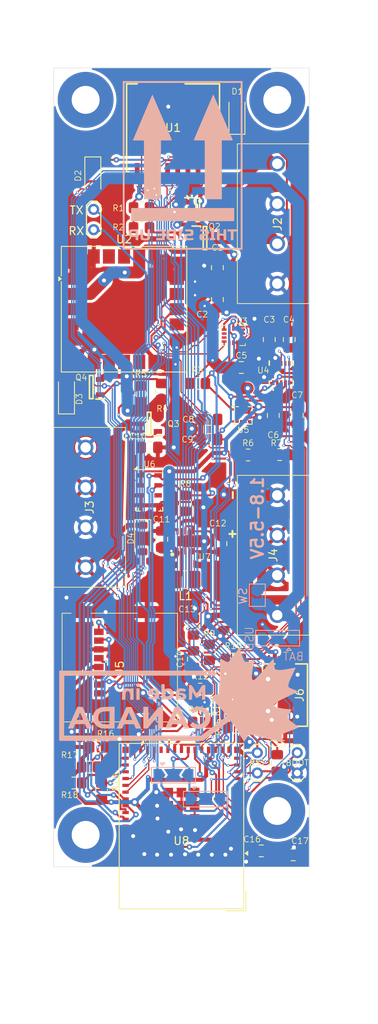
<source format=kicad_pcb>
(kicad_pcb (version 20241229) (generator "pcbnew") (generator_version "9.0")
  (title_block (date "2025-04-19") (rev "A") (company "CU INSPACE") (comment 1 "ROLAND NEILL") (comment 2 "2025-01-19"))
  (layers (0 "F.Cu" jumper) (2 "B.Cu" signal) (13 "F.Paste" user) (15 "B.Paste" user) (5 "F.SilkS" user "F.Silkscreen") (7 "B.SilkS" user "B.Silkscreen") (1 "F.Mask" user) (3 "B.Mask" user) (25 "Edge.Cuts" user))
  (property "ACADEMIC_YEAR" "2024-25")
  (property "ADDR_1" "CARLETON UNIVERSITY")
  (property "ADDR_2" "OTTAWA, ON, CANADA, K1S 5B6")
  (net 0 "")
  (net 1 "GND")
  (net 2 "/MCU-Storage-Power/IO8")
  (net 3 "/MCU-Storage-Power/SD.CLK")
  (net 4 "/MCU-Storage-Power/SD.D1")
  (net 5 "/MCU-Storage-Power/IO10")
  (net 6 "+3V3")
  (net 7 "/MCU-Storage-Power/EN")
  (net 8 "VCC")
  (net 9 "Net-(U5-C1)")
  (net 11 "/Ignite/CONT1")
  (net 12 "/Ignite/CONT2")
  (net 13 "/MCU-Storage-Power/SDA")
  (net 14 "/MCU-Storage-Power/SD.D0")
  (net 15 "/MCU-Storage-Power/IO4")
  (net 16 "/MCU-Storage-Power/IO9")
  (net 17 "/MCU-Storage-Power/ADC0")
  (net 18 "Net-(U7-LX2)")
  (net 19 "/MCU-Storage-Power/SCL")
  (net 20 "Net-(U7-LX1)")
  (net 21 "/MCU-Storage-Power/IO6")
  (net 22 "/MCU-Storage-Power/IO7")
  (net 23 "+BATT")
  (net 24 "Net-(R6-Pad2)")
  (net 25 "Net-(R10-Pad1)")
  (net 28 "/MCU-Storage-Power/IO5")
  (net 29 "/MCU-Storage-Power/IO1")
  (net 31 "/MCU-Storage-Power/IO21")
  (net 32 "/MCU-Storage-Power/IO16")
  (net 33 "/MCU-Storage-Power/IO40")
  (net 34 "/MCU-Storage-Power/IO39")
  (net 35 "/MCU-Storage-Power/IO11")
  (net 36 "/MCU-Storage-Power/IO12")
  (net 47 "/MCU-Storage-Power/UART1.RX")
  (net 48 "/MCU-Storage-Power/UART1.TX")
  (net 49 "/MCU-Storage-Power/USB.D-")
  (net 50 "/MCU-Storage-Power/USB.D+")
  (net 54 "+VSW")
  (net 55 "/Ignite/FIRE4")
  (net 56 "/Ignite/FIRE3")
  (net 57 "/Ignite/FIRE2")
  (net 58 "/Ignite/FIRE1")
  (net 59 "+5V")
  (net 61 "/Ignite/OUT2")
  (net 62 "/Ignite/OUT3")
  (net 63 "/Ignite/OUT4")
  (net 64 "/MCU-Storage-Power/SD.CMD")
  (net 65 "/MCU-Storage-Power/SD.D3")
  (net 66 "/MCU-Storage-Power/SD.D2")
  (net 67 "/MCU-Storage-Power/USB_MCU.D-")
  (net 68 "/MCU-Storage-Power/USB_MCU.D+")
  (net 69 "/MCU-Storage-Power/BOOT")
  (net 70 "/MCU-Storage-Power/TX0")
  (net 71 "/MCU-Storage-Power/RX0")
  (net 72 "/MCU-Storage-Power/RX1")
  (net 73 "/MCU-Storage-Power/TX1")
  (net 74 "/Ignite/OUT1")
  (net 81 "/Ignite/CONT3")
  (net 82 "/Ignite/CONT4")
  (footprint "Library:C_0805_2012Metric_Pad1.18x1.45mm_HandSolder" (layer "F.Cu") (at 136 98.95 -90)
    (property "Reference" "C13")
    (property "Value" "22uF")
  )
  (footprint "Library:R_0805_2012Metric_Pad1.20x1.40mm_HandSolder" (layer "F.Cu") (at 136.85 106.75 180)
    (property "Reference" "R12")
    (property "Value" "10k")
  )
  (footprint "Library:D_SOD-123" (layer "F.Cu") (at 141.45 34.95 90)
    (property "Reference" "D1")
    (property "Value" "BAT42W RHG")
  )
  (footprint "Library:C_0805_2012Metric_Pad1.18x1.45mm_HandSolder" (layer "F.Cu") (at 148 63 90)
    (property "Reference" "C4")
    (property "Value" "22uF")
  )
  (footprint "Library:C_0805_2012Metric_Pad1.18x1.45mm_HandSolder" (layer "F.Cu") (at 145.5 63 90)
    (property "Reference" "C3")
    (property "Value" "0.1uF")
  )
  (footprint "Library:C_0805_2012Metric_Pad1.18x1.45mm_HandSolder" (layer "F.Cu") (at 146.5 116 -90)
    (property "Reference" "C15")
    (property "Value" "0.1uF")
  )
  (footprint "Library:R_0805_2012Metric_Pad1.20x1.40mm_HandSolder" (layer "F.Cu") (at 121 118.5)
    (property "Reference" "R18")
    (property "Value" "10k")
  )
  (footprint "Library:R_0805_2012Metric_Pad1.20x1.40mm_HandSolder" (layer "F.Cu") (at 124 114)
    (property "Reference" "R16")
    (property "Value" "10k")
  )
  (footprint "Library:R_0805_2012Metric_Pad1.20x1.40mm_HandSolder" (layer "F.Cu") (at 129.5 49)
    (property "Reference" "R2")
    (property "Value" "10k")
  )
  (footprint "Library:SON50P250X250X80-11N-D" (layer "F.Cu") (at 135 88.25 90)
    (property "Reference" "U7")
    (property "Value" "RT6150B-33GQW" (hide yes))
  )
  (footprint "Library:R_0805_2012Metric_Pad1.20x1.40mm_HandSolder" (layer "F.Cu") (at 146.8 77.4)
    (property "Reference" "R7")
    (property "Value" "10k")
  )
  (footprint "Library:LGA-12_2x2mm_P0.5mm" (layer "F.Cu") (at 142.25 72.5)
    (property "Reference" "U5")
    (property "Value" "LIS2MDL")
  )
  (footprint "Library:ublox_SAM-M10Q" (layer "F.Cu") (at 127.3125 59.2)
    (property "Reference" "U2")
    (property "Value" "SAM-M10Q")
  )
  (footprint "Library:C_0805_2012Metric_Pad1.18x1.45mm_HandSolder" (layer "F.Cu") (at 136 103 90)
    (property "Reference" "C14")
    (property "Value" "0.1uF")
  )
  (footprint "GlobalLibrary:SOT95P230X110-3N" (layer "F.Cu") (at 136.55 46.75)
    (property "Reference" "Q1")
    (property "Value" "PMV30XPEAR" (hide yes))
  )
  (footprint "Library:C_0805_2012Metric_Pad1.18x1.45mm_HandSolder" (layer "F.Cu") (at 139 58 -90)
    (property "Reference" "C2")
    (property "Value" "0.1uF")
  )
  (footprint "Library:MountingHole_3.5mm_Pad" (layer "F.Cu") (at 122.5 125)
    (property "Reference" "H4")
    (property "Value" "MountingHole")
  )
  (footprint "Library:C_0805_2012Metric_Pad1.18x1.45mm_HandSolder" (layer "F.Cu") (at 130.5 76.5)
    (property "Reference" "C10")
    (property "Value" "0.1uF")
  )
  (footprint "Library:R_0805_2012Metric_Pad1.20x1.40mm_HandSolder" (layer "F.Cu") (at 132 69.5 90)
    (property "Reference" "R4")
    (property "Value" "10k")
  )
  (footprint "Inductor_SMD:L_1008_2520Metric_Pad1.43x2.20mm_HandSolder" (layer "F.Cu") (at 135 93.05 180)
    (property "Reference" "L1")
    (property "Value" "2.2uH")
  )
  (footprint "Library:C_0805_2012Metric_Pad1.18x1.45mm_HandSolder" (layer "F.Cu") (at 148.5 127.5)
    (property "Reference" "C17")
    (property "Value" "22uF")
  )
  (footprint "Library:R_0805_2012Metric_Pad1.20x1.40mm_HandSolder" (layer "F.Cu") (at 141 109)
    (property "Reference" "R13")
    (property "Value" "0")
  )
  (footprint "Library:C_0805_2012Metric_Pad1.18x1.45mm_HandSolder" (layer "F.Cu") (at 139.45 88.55 90)
    (property "Reference" "C12")
    (property "Value" "22uF")
  )
  (footprint "Library:MountingHole_3.5mm_Pad" (layer "F.Cu") (at 146.5 33)
    (property "Reference" "H2")
    (property "Value" "MountingHole")
  )
  (footprint "Library:R_0805_2012Metric_Pad1.20x1.40mm_HandSolder" (layer "F.Cu") (at 138 102.15 -90)
    (property "Reference" "R9")
    (property "Value" "10k")
  )
  (footprint "GlobalLibrary:SOT95P230X110-3N" (layer "F.Cu") (at 130.45 73.55 180)
    (property "Reference" "Q3")
    (property "Value" "PMV30XPEAR" (hide yes))
  )
  (footprint "Library:D_SOD-123" (layer "F.Cu") (at 129.65 87.9 -90)
    (property "Reference" "D4")
    (property "Value" "BAT42W RHG")
  )
  (footprint "Library:TB00150004BE" (layer "F.Cu") (at 146.5 56 90)
    (property "Reference" "J2")
    (property "Value" "Screw_Terminal_01x04" (hide yes))
  )
  (footprint "Library:C_0805_2012Metric_Pad1.18x1.45mm_HandSolder" (layer "F.Cu") (at 139 54 90)
    (property "Reference" "C1")
    (property "Value" "22uF")
  )
  (footprint "Library:C_0805_2012Metric_Pad1.18x1.45mm_HandSolder" (layer "F.Cu") (at 146 72.5 -90)
    (property "Reference" "C6")
    (property "Value" "0.1uF")
  )
  (footprint "Library:R_0805_2012Metric_Pad1.20x1.40mm_HandSolder" (layer "F.Cu") (at 129.4 69.8 90)
    (property "Reference" "R5")
    (property "Value" "10k")
  )
  (footprint "Library:MEM20670218000A" (layer "F.Cu") (at 121.95 104.055 -90)
    (property "Reference" "J5")
    (property "Value" "Micro_SD_Card" (hide yes))
  )
  (footprint "Library:H3LIS331DLTR" (layer "F.Cu") (at 147 67.2 90)
    (property "Reference" "U4")
    (property "Value" "H3LIS331DLTR" (hide yes))
  )
  (footprint "Library:R_0805_2012Metric_Pad1.20x1.40mm_HandSolder" (layer "F.Cu") (at 142.85 77.45)
    (property "Reference" "R6")
    (property "Value" "10k")
  )
  (footprint "Library:LGA-8_3x5mm_P1.25mm" (layer "F.Cu") (at 130.5 81.875)
    (property "Reference" "U6")
    (property "Value" "MS5611-01BA")
  )
  (footprint "Library:R_0805_2012Metric_Pad1.20x1.40mm_HandSolder" (layer "F.Cu") (at 141.3 111.55 180)
    (property "Reference" "R15")
    (property "Value" "10k")
  )
  (footprint "Library:C_0805_2012Metric_Pad1.18x1.45mm_HandSolder" (layer "F.Cu") (at 132.0375 88 -90)
    (property "Reference" "C11")
    (property "Value" "22uF")
  )
  (footprint "Library:UJ2MIBHGSMTTR" (layer "F.Cu") (at 147.5 107.5 90)
    (property "Reference" "J6")
    (property "Value" "USB_MicroB_Receptical_5pin" (hide yes))
  )
  (footprint "Library:TestPoint_2Pads_Pitch2.54mm_Drill0.8mm" (layer "F.Cu") (at 144 117.25 90)
    (property "Reference" "JP1")
    (property "Value" "RST")
  )
  (footprint "Library:C_0805_2012Metric_Pad1.18x1.45mm_HandSolder" (layer "F.Cu") (at 149 72.5 -90)
    (property "Reference" "C7")
    (property "Value" "22uF")
  )
  (footprint "Library:ESP32-S3-MINI-1" (layer "F.Cu") (at 134.5 123.9 180)
    (property "Reference" "U8")
    (property "Value" "ESP32-S3-MINI-1-N4R2")
  )
  (footprint "Library:TB00150004BE" (layer "F.Cu") (at 122.5 76.5 -90)
    (property "Reference" "J3")
    (property "Value" "Screw_Terminal_01x04" (hide yes))
  )
  (footprint "GlobalLibrary:SOT95P230X110-3N" (layer "F.Cu") (at 137.45 50.3)
    (property "Reference" "Q2")
    (property "Value" "PMV30XPEAR" (hide yes))
  )
  (footprint "Library:MountingHole_3.5mm_Pad" (layer "F.Cu") (at 146.5 122)
    (property "Reference" "H3")
    (property "Value" "MountingHole")
  )
  (footprint "Library:R_0805_2012Metric_Pad1.20x1.40mm_HandSolder" (layer "F.Cu") (at 136.9 110.9 180)
    (property "Reference" "R14")
    (property "Value" "10k")
  )
  (footprint "Library:R_0805_2012Metric_Pad1.20x1.40mm_HandSolder" (layer "F.Cu") (at 129.5 46.5)
    (property "Reference" "R1")
    (property "Value" "10k")
  )
  (footprint "Library:D_SOD-123" (layer "F.Cu") (at 120.1 69.95 90)
    (property "Reference" "D3")
    (property "Value" "BAT42W RHG")
  )
  (footprint "Library:R_0805_2012Metric_Pad1.20x1.40mm_HandSolder" (layer "F.Cu") (at 123 116.5)
    (property "Reference" "R17")
    (property "Value" "10k")
  )
  (footprint "Library:TB00150004BE" (layer "F.Cu") (at 146.5 97.5 90)
    (property "Reference" "J4")
    (property "Value" "Screw_Terminal_01x04" (hide yes))
  )
  (footprint "Library:C_0805_2012Metric_Pad1.18x1.45mm_HandSolder" (layer "F.Cu") (at 142 66.5)
    (property "Reference" "C5")
    (property "Value" "0.1uF")
  )
  (footprint "Library:TestPoint_2Pads_Pitch2.54mm_Drill0.8mm" (layer "F.Cu") (at 123.5 49.25 90)
    (property "Reference" "J1")
    (property "Value" "Conn_01x02_Pin")
  )
  (footprint "Library:R_0805_2012Metric_Pad1.20x1.40mm_HandSolder" (layer "F.Cu") (at 135 83.5 90)
    (property "Reference" "R8")
    (property "Value" "10k")
  )
  (footprint "Library:C_0805_2012Metric_Pad1.18x1.45mm_HandSolder" (layer "F.Cu") (at 138 75.5)
    (property "Reference" "C9")
    (property "Value" "0.1uF")
  )
  (footprint "Library:MountingHole_3.5mm_Pad" (layer "F.Cu") (at 122.5 33)
    (property "Reference" "H1")
    (property "Value" "MountingHole")
  )
  (footprint "Library:C_0805_2012Metric_Pad1.18x1.45mm_HandSolder" (layer "F.Cu") (at 144.5 127)
    (property "Reference" "C16")
    (property "Value" "0.1uF")
  )
  (footprint "Library:ICM42670P" (layer "F.Cu") (at 141 62.5)
    (property "Reference" "U3")
    (property "Value" "ICM-42670-P" (hide yes))
  )
  (footprint "Library:D_SOD-123" (layer "F.Cu") (at 123.4 42.5 -90)
    (property "Reference" "D2")
    (property "Value" "BAT42W RHG")
  )
  (footprint "Library:R_0805_2012Metric_Pad1.20x1.40mm_HandSolder" (layer "F.Cu") (at 141 106.5)
    (property "Reference" "R11")
    (property "Value" "0")
  )
  (footprint "Library:C_0805_2012Metric_Pad1.18x1.45mm_HandSolder" (layer "F.Cu") (at 138 73)
    (property "Reference" "C8")
    (property "Value" "0.1uF")
  )
  (footprint "Library:R_0805_2012Metric_Pad1.20x1.40mm_HandSolder" (layer "F.Cu") (at 124.5 119.5 90)
    (property "Reference" "R19")
    (property "Value" "10k")
  )
  (footprint "Library:114993390" (layer "F.Cu") (at 133.45 36.5)
    (property "Reference" "U1")
    (property "Value" "114993390" (hide yes))
  )
  (footprint "Library:TestPoint_2Pads_Pitch2.54mm_Drill0.8mm" (layer "F.Cu") (at 149 117.25 90)
    (property "Reference" "JP2")
    (property "Value" "BOOT")
  )
  (footprint "GlobalLibrary:SOT95P230X110-3N" (layer "F.Cu") (at 123.2 68.95 180)
    (property "Reference" "Q4")
    (property "Value" "PMV30XPEAR" (hide yes))
  )
  (footprint "Library:R_0805_2012Metric_Pad1.20x1.40mm_HandSolder" (layer "F.Cu") (at 136.5 68.5)
    (property "Reference" "R3")
    (property "Value" "10k")
  )
  (footprint "Library:R_0805_2012Metric_Pad1.20x1.40mm_HandSolder" (layer "F.Cu") (at 141 103)
    (property "Reference" "R10")
    (property "Value" "10k")
  )
  (footprint "Library:SolderJumper-2_P1.3mm_Open_TrianglePad1.0x1.5mm" (layer "B.Cu") (at 144 95 -90)
    (property "Reference" "JP3")
    (property "Value" "Jumper_2_Small_Open")
  )
  (footprint "Library:SolderJumper-3_P2.0mm_Open_TrianglePad1.0x1.5mm" (layer "B.Cu") (at 146.55 100.4 180)
    (property "Reference" "JP4")
    (property "Value" "SolderJumper_3_Open")
  )
  (footprint "LOGO" (layer "B.Cu") (at 134.65 41.2 180)
    (property "Reference" "G***" (hide yes))
    (property "Value" "LOGO" (hide yes))
  )
  (footprint "Library:SolderJumper-3_P2.0mm_Open_TrianglePad1.0x1.5mm" (layer "B.Cu") (at 133.5 117.5)
    (property "Reference" "JP5")
    (property "Value" "SolderJumper_3_Bridged12")
  )
  (footprint "Library:30mmMadeInCanada" (layer "B.Cu") (at 134.2 107.5 180)
    (property "Reference" "G***" (hide yes))
    (property "Value" "LOGO" (hide yes))
  )
  (footprint "Library:SolderJumper-3_P2.0mm_Open_TrianglePad1.0x1.5mm" (layer "B.Cu") (at 137.5 120.5)
    (property "Reference" "JP6")
    (property "Value" "SolderJumper_3_Bridged12")
  )
  (gr_rect (start 118.5 29) (end 150.5 129) (stroke (width 0.05)) (fill no) (layer "Edge.Cuts"))
  (gr_text "-" (at 141.45 83.25 90) (layer "F.SilkS") (effects (font (size 1 1) (thickness 0.3)) (justify left bottom)))
  (gr_text "RX" (at 120.25 50 0) (layer "F.SilkS") (effects (font (size 1 1)) (justify left bottom)))
  (gr_text "+" (at 140.1 87.85 0) (layer "F.SilkS") (effects (font (size 1 1) (thickness 0.3)) (justify left bottom)))
  (gr_text "TX" (at 120.4 47.4 0) (layer "F.SilkS") (effects (font (size 1 1)) (justify left bottom)))
  (gr_text "SW" (at 142.8 93.95 90) (layer "B.SilkS") (effects (font (size 1 1)) (justify left bottom mirror)))
  (gr_text "BAT" (at 149.9 103.25 0) (layer "B.SilkS") (effects (font (size 1 1) (thickness 0.1)) (justify left bottom mirror)))
  (gr_text "USB" (at 143.6 98.85 90) (layer "B.SilkS") (effects (font (size 1 1) (thickness 0.1)) (justify left bottom mirror)))
  (gr_text "1.8-5.5V" (at 144.9 80 90) (layer "B.SilkS") (effects (font (size 1.5 1.5) (thickness 0.3) (bold yes)) (justify left bottom mirror)))
  (segment (start 137.7675 60.27) (end 139 59.0375) (width 0.254) (layer "F.Cu") (net 1))
  (segment (start 127.5 124.75) (end 128.05 124.75) (width 0.254) (layer "F.Cu") (net 1))
  (segment (start 123.6 64.25) (end 123.801 64.049) (width 1.5) (layer "F.Cu") (net 1))
  (segment (start 141.5 126.45) (end 141.5 128.35) (width 0.254) (layer "F.Cu") (net 1))
  (segment (start 146.5 82.5) (end 139.9 82.5) (width 1.5) (layer "F.Cu") (net 1))
  (segment (start 129.703324 107.231459) (end 130.7 108.228135) (width 0.5) (layer "F.Cu") (net 1))
  (segment (start 141.5 128.35) (end 127.5 128.35) (width 0.254) (layer "F.Cu") (net 1))
  (segment (start 143.0125 72.75) (end 144.3 72.75) (width 0.254) (layer "F.Cu") (net 1))
  (segment (start 146.5 117.0375) (end 144.2125 117.0375) (width 0.254) (layer "F.Cu") (net 1))
  (segment (start 132.77 31) (end 132.77 33.77) (width 1.5) (layer "F.Cu") (net 1))
  (segment (start 146 66) (end 146.25 66) (width 0.254) (layer "F.Cu") (net 1))
  (segment (start 149 110.2) (end 148.75 110.2) (width 0.254) (layer "F.Cu") (net 1))
  (segment (start 134.55 127.725) (end 134.55 128.325) (width 0.254) (layer "F.Cu") (net 1))
  (segment (start 135 88.25) (end 137.35 88.25) (width 1.5) (layer "F.Cu") (net 1))
  (segment (start 146.25 66) (end 146.25 65.3) (width 0.254) (layer "F.Cu") (net 1))
  (segment (start 137.9625 97.5375) (end 137.85 97.65) (width 0.254) (layer "F.Cu") (net 1))
  (segment (start 141.5 114.35) (end 142.5 113.35) (width 0.254) (layer "F.Cu") (net 1))
  (segment (start 148.85 104.95) (end 147.5 106.3) (width 0.254) (layer "F.Cu") (net 1))
  (segment (start 134.2 121.35) (end 132.85 121.35) (width 0.254) (layer "F.Cu") (net 1))
  (segment (start 140.977 126.45) (end 140.7 126.727) (width 0.254) (layer "F.Cu") (net 1))
  (segment (start 141 63.4) (end 141.5 63.4) (width 0.254) (layer "F.Cu") (net 1))
  (segment (start 144 117.25) (end 142.85 117.25) (width 0.254) (layer "F.Cu") (net 1))
  (segment (start 132.85 119.7) (end 131.4 119.7) (width 0.254) (layer "F.Cu") (net 1))
  (segment (start 145.2125 72.75) (end 146 73.5375) (width 0.254) (layer "F.Cu") (net 1))
  (segment (start 135.85 43.902046) (end 136.855 42.897046) (width 0.254) (layer "F.Cu") (net 1))
  (segment (start 122.5 111) (end 121.85 111) (width 0.254) (layer "F.Cu") (net 1))
  (segment (start 132.0375 84.2125) (end 131.575 83.75) (width 0.254) (layer "F.Cu") (net 1))
  (segment (start 137.85 97.65) (end 137.768 97.568) (width 0.254) (layer "F.Cu") (net 1))
  (segment (start 148.2 67.2) (end 147.146 67.2) (width 0.254) (layer "F.Cu") (net 1))
  (segment (start 132.85 123) (end 132.85 124.6) (width 0.254) (layer "F.Cu") (net 1))
  (segment (start 136.15 121.35) (end 134.5 121.35) (width 0.254) (layer "F.Cu") (net 1))
  (segment (start 134.5 121.35) (end 134.5 119.7) (width 0.254) (layer "F.Cu") (net 1))
  (segment (start 134.5 87) (end 134.5 87.75) (width 0.254) (layer "F.Cu") (net 1))
  (segment (start 132.8 127.775) (end 132.8 128.375) (width 0.254) (layer "F.Cu") (net 1))
  (segment (start 123.6 64.25) (end 123.6 65.7125) (width 1.5) (layer "F.Cu") (net 1))
  (segment (start 130.7 108.228135) (end 130.7 111) (width 0.5) (layer "F.Cu") (net 1))
  (segment (start 138.298471 84) (end 137.25 84) (width 1.5) (layer "F.Cu") (net 1))
  (segment (start 136.95 73) (end 135.8 74.15) (width 0.254) (layer "F.Cu") (net 1))
  (segment (start 142.7 115.298) (end 141.752 114.35) (width 0.5) (layer "F.Cu") (net 1))
  (segment (start 121.85 111) (end 120.75 112.1) (width 0.254) (layer "F.Cu") (net 1))
  (segment (start 139.8 82.498471) (end 138.298471 84) (width 1.5) (layer "F.Cu") (net 1))
  (segment (start 135.5 87.75) (end 135 88.25) (width 0.5) (layer "F.Cu") (net 1))
  (segment (start 139.6 127.775) (end 139.6 128.375) (width 0.254) (layer "F.Cu") (net 1))
  (segment (start 135.5 97.9625) (end 135.5 98.5) (width 0.254) (layer "F.Cu") (net 1))
  (segment (start 139 52.9625) (end 138.1375 52.9625) (width 0.254) (layer "F.Cu") (net 1))
  (segment (start 138 101) (end 138.45 101) (width 0.254) (layer "F.Cu") (net 1))
  (segment (start 133.9125 63) (end 133.9125 63.608) (width 1.5) (layer "F.Cu") (net 1))
  (segment (start 140.7 126.727) (end 140.927 126.727) (width 0.254) (layer "F.Cu") (net 1))
  (segment (start 129.425 82.5) (end 129.425 83.75) (width 0.254) (layer "F.Cu") (net 1))
  (segment (start 136.2 54.9) (end 137.35 53.75) (width 1.5) (layer "F.Cu") (net 1))
  (segment (start 146.65 111.45) (end 145.8 110.6) (width 0.254) (layer "F.Cu") (net 1))
  (segment (start 135.8 74.15) (end 135.8 74.3375) (width 0.254) (layer "F.Cu") (net 1))
  (segment (start 132.77 33.77) (end 132.85 33.85) (width 1.5) (layer "F.Cu") (net 1))
  (segment (start 139.6 59.05) (end 139.0125 59.05) (width 0.254) (layer "F.Cu") (net 1))
  (segment (start 142.5 72.821) (end 142.571 72.75) (width 0.254) (layer "F.Cu") (net 1))
  (segment (start 131.45 127.475) (end 131.9 127.925) (width 0.254) (layer "F.Cu") (net 1))
  (segment (start 148.728 67.322) (end 148.606 67.2) (width 0.254) (layer "F.Cu") (net 1))
  (segment (start 123.6 65.7125) (end 123.5125 65.8) (width 1.5) (layer "F.Cu") (net 1))
  (segment (start 128 125.6) (end 128.45 125.15) (width 0.254) (layer "F.Cu") (net 1))
  (segment (start 139.0125 59.05) (end 139 59.0375) (width 0.254) (layer "F.Cu") (net 1))
  (segment (start 146.774164 117.0375) (end 147.345 116.466664) (width 0.254) (layer "F.Cu") (net 1))
  (segment (start 140.15 59.6) (end 139.6 59.05) (width 0.254) (layer "F.Cu") (net 1))
  (segment (start 138.75 127.925) (end 138.75 128.375) (width 0.254) (layer "F.Cu") (net 1))
  (segment (start 137.531929 95.871909) (end 136.978091 95.871909) (width 0.254) (layer "F.Cu") (net 1))
  (segment (start 136.9625 73) (end 136.95 73) (width 0.254) (layer "F.Cu") (net 1))
  (segment (start 136.6 127.475) (end 137.05 127.925) (width 0.254) (layer "F.Cu") (net 1))
  (segment (start 135.1 63) (end 136.2 61.9) (width 1.5) (layer "F.Cu") (net 1))
  (segment (start 135.5 97.9625) (end 135.5 97.35) (width 0.254) (layer "F.Cu") (net 1))
  (segment (start 130.25 127.8) (end 130.25 128.35) (width 0.254) (layer "F.Cu") (net 1))
  (segment (start 129.4 127.75) (end 129.4 128.35) (width 0.254) (layer "F.Cu") (net 1))
  (segment (start 135.74 97.11) (end 136.2 96.65) (width 1.5) (layer "F.Cu") (net 1))
  (segment (start 127.5 125.6) (end 128 125.6) (width 0.254) (layer "F.Cu") (net 1))
  (segment (start 127.5 113.75) (end 126.75 113) (width 0.254) (layer "F.Cu") (net 1))
  (segment (start 136.2 55.75) (end 136.2 54.9) (width 1.5) (layer "F.Cu") (net 1))
  (segment (start 136.2 127.775) (end 136.2 128.375) (width 0.254) (layer "F.Cu") (net 1))
  (segment (start 148.5845 126.547) (end 149.5375 127.5) (width 0.254) (layer "F.Cu") (net 1))
  (segment (start 133.9125 63.608) (end 133.95 63.608) (width 1.5) (layer "F.Cu") (net 1))
  (segment (start 141.5 126.45) (end 140.977 126.45) (width 0.254) (layer "F.Cu") (net 1))
  (segment (start 144 117.25) (end 144 116.85) (width 0.254) (layer "F.Cu") (net 1))
  (segment (start 135.8 74.15) (end 135.8 74.2375) (width 1.5) (layer "F.Cu") (net 1))
  (segment (start 138.2 127.475) (end 137.9 127.775) (width 0.254) (layer "F.Cu") (net 1))
  (segment (start 144.045933 105.595933) (end 144.65 106.2) (width 0.254) (layer "F.Cu") (net 1))
  (segment (start 147.146 67.2) (end 146.5 66.554) (width 0.254) (layer "F.Cu") (net 1))
  (segment (start 135 89.5) (end 135 88.25) (width 0.254) (layer "F.Cu") (net 1))
  (segment (start 148.75 110.2) (end 147.5 111.45) (width 0.254) (layer "F.Cu") (net 1))
  (segment (start 131.4 119.7) (end 131.35 119.65) (width 0.254) (layer "F.Cu") (net 1))
  (segment (start 136.2 61.9) (end 136.2 57.45) (width 1.5) (layer "F.Cu") (net 1))
  (segment (start 136.15 124.35) (end 136.2 124.4) (width 0.254) (layer "F.Cu") (net 1))
  (segment (start 145.2125 61.9625) (end 143.65 60.4) (width 1.5) (layer "F.Cu") (net 1))
  (segment (start 135.5 104.65) (end 135.5 103.5) (width 0.254) (layer "F.Cu") (net 1))
  (segment (start 137.9 127.775) (end 137.9 128.375) (width 0.254) (layer "F.Cu") (net 1))
  (segment (start 136.15 123) (end 136.15 124.35) (width 0.254) (layer "F.Cu") (net 1))
  (segment (start 122.5 97.11) (end 125 97.11) (width 1.5) (layer "F.Cu") (net 1))
  (segment (start 133.65 127.925) (end 133.65 128.375) (width 0.254) (layer "F.Cu") (net 1))
  (segment (start 130.7 111) (end 130.55 111) (width 0.254) (layer "F.Cu") (net 1))
  (segment (start 133.1 127.475) (end 132.8 127.775) (width 0.254) (layer "F.Cu") (net 1))
  (segment (start 121.91 97.11) (end 120.1 95.3) (width 1.5) (layer "F.Cu") (net 1))
  (segment (start 128.55 128.35) (end 128.9 128.35) (width 0.254) (layer "F.Cu") (net 1))
  (segment (start 132.85 119.7) (end 136.15 119.7) (width 0.254) (layer "F.Cu") (net 1))
  (segment (start 142.5 73.2625) (end 142.5 72.821) (width 0.254) (layer "F.Cu") (net 1))
  (segment (start 132.85 121.35) (end 132.85 119.7) (width 0.254) (layer "F.Cu") (net 1))
  (segment (start 128.801865 106.33) (end 129.703324 107.231459) (width 0.254) (layer "F.Cu") (net 1))
  (segment (start 136.2 57.45) (end 136.2 55.75) (width 1.5) (layer "F.Cu") (net 1))
  (segment (start 122.5 97.11) (end 121.91 97.11) (width 1.5) (layer "F.Cu") (net 1))
  (segment (start 131.1125 65.8) (end 131.1125 65.348) (width 0.5) (layer "F.Cu") (net 1))
  (segment (start 135.8 45) (end 135.85 44.95) (width 0.254) (layer "F.Cu") (net 1))
  (segment (start 131.9 127.925) (end 131.9 128.375) (width 0.254) (layer "F.Cu") (net 1))
  (segment (start 133.2 127.475) (end 133.65 127.925) (width 0.254) (layer "F.Cu") (net 1))
  (segment (start 143.1 66.5) (end 144.2 65.4) (width 0.254) (layer "F.Cu") (net 1))
  (segment (start 131.575 83.75) (end 129.425 83.75) (width 0.254) (layer "F.Cu") (net 1))
  (segment (start 148.406 68.4) (end 148.728 68.078) (width 0.254) (layer "F.Cu") (net 1))
  (segment (start 144.2125 117.0375) (end 144 117.25) (width 0.254) (layer "F.Cu") (net 1))
  (segment (start 139.9 127.475) (end 139.6 127.775) (width 0.254) (layer "F.Cu") (net 1))
  (segment (start 148 61.9625) (end 145.2125 61.9625) (width 1.5) (layer "F.Cu") (net 1))
  (segment (start 128.5 106.33) (end 128.801865 106.33) (width 0.254) (layer "F.Cu") (net 1))
  (segment (start 132.85 121.35) (end 132.85 123) (width 0.254) (layer "F.Cu") (net 1))
  (segment (start 133.5375 76.5) (end 131.5375 76.5) (width 0.254) (layer "F.Cu") (net 1))
  (segment (start 148 68.4) (end 148.406 68.4) (width 0.254) (layer "F.Cu") (net 1))
  (segment (start 131.05 127.775) (end 131.05 128.375) (width 0.254) (layer "F.Cu") (net 1))
  (segment (start 123.5125 66.006) (end 123.5125 65.8) (width 0.254) (layer "F.Cu") (net 1))
  (segment (start 145.5375 127) (end 145.9905 126.547) (width 0.254) (layer "F.Cu") (net 1))
  (segment (start 119.4615 56.199) (end 119.4615 60.301) (width 0.5) (layer "F.Cu") (net 1))
  (segment (start 136.15 121.35) (end 136.15 123) (width 0.254) (layer "F.Cu") (net 1))
  (segment (start 141.5 128.35) (end 142.6 128.35) (width 0.254) (layer "F.Cu") (net 1))
  (segment (start 141.5 63.4) (end 141.5 63.5) (width 0.254) (layer "F.Cu") (net 1))
  (segment (start 136.58 42) (end 136.58 41.2) (width 0.254) (layer "F.Cu") (net 1))
  (segment (start 134.5 123) (end 134.5 124.25) (width 0.254) (layer "F.Cu") (net 1))
  (segment (start 120.7125 63) (end 122.35 63) (width 1.5) (layer "F.Cu") (net 1))
  (segment (start 144.3 72.75) (end 145.2125 72.75) (width 0.254) (layer "F.Cu") (net 1))
  (segment (start 133.9125 63) (end 135.1 63) (width 1.5) (layer "F.Cu") (net 1))
  (segment (start 134.5 121.35) (end 134.35 121.5) (width 0.254) (layer "F.Cu") (net 1))
  (segment (start 125 97.11) (end 130.7 97.11) (width 1.5) (layer "F.Cu") (net 1))
  (segment (start 145.9905 126.547) (end 148.5845 126.547) (width 0.254) (layer "F.Cu") (net 1))
  (segment (start 138.298471 84) (end 139.45 85.151529) (width 1.5) (layer "F.Cu") (net 1))
  (segment (start 140 127.475) (end 140.45 127.925) (width 0.254) (layer "F.Cu") (net 1))
  (segment (start 134.35 121.5) (end 134.2 121.35) (width 0.254) (layer "F.Cu") (net 1))
  (segment (start 149.05 104.95) (end 148.85 104.95) (width 0.254) (layer "F.Cu") (net 1))
  (segment (start 134.5 87.75) (end 135 88.25) (width 0.254) (layer "F.Cu") (net 1))
  (segment (start 120.2605 61.1) (end 120.7125 61.1) (width 0.5) (layer "F.Cu") (net 1))
  (segment (start 123.801 64.049) (end 129.5 64.049) (width 1.5) (layer "F.Cu") (net 1))
  (segment (start 120.7125 61.1) (end 120.7125 63) (width 1.5) (layer "F.Cu") (net 1))
  (segment (start 147.5 108.7) (end 149 110.2) (width 0.254) (layer "F.Cu") (net 1))
  (segment (start 123.5125 52.6) (end 120.7125 55.4) (width 1.5) (layer "F.Cu") (net 1))
  (segment (start 144.65 106.2) (end 144.825 106.2) (width 0.254) (layer "F.Cu") (net 1))
  (segment (start 146.5 66.554) (end 146.5 66) (width 0.254) (layer "F.Cu") (net 1))
  (segment (start 131.35 127.475) (end 131.05 127.775) (width 0.254) (layer "F.Cu") (net 1))
  (segment (start 135.928 83.328) (end 131.997 83.328) (width 0.254) (layer "F.Cu") (net 1))
  (segment (start 139.8 82.4) (end 139.8 82.498471) (width 1.5) (layer "F.Cu") (net 1))
  (segment (start 136.978091 95.871909) (end 136.2 96.65) (width 0.254) (layer "F.Cu") (net 1))
  (segment (start 132.85 123) (end 131.55 123) (width 0.254) (layer "F.Cu") (net 1))
  (segment (start 136.15 119.7) (end 136.15 121.35) (width 0.254) (layer "F.Cu") (net 1))
  (segment (start 136.6 84) (end 135.928 83.328) (width 0.254) (layer "F.Cu") (net 1))
  (segment (start 132.0375 86.9625) (end 132.0375 84.2125) (width 0.254) (layer "F.Cu") (net 1))
  (segment (start 136.15 123) (end 132.85 123) (width 0.254) (layer "F.Cu") (net 1))
  (segment (start 138.45 101) (end 139.35 100.1) (width 0.254) (layer "F.Cu") (net 1))
  (segment (start 131.1125 65.8) (end 132.064257 65.8) (width 1.5) (layer "F.Cu") (net 1))
  (segment (start 127.5 114.35) (end 127.5 113.75) (width 0.254) (layer "F.Cu") (net 1))
  (segment (start 136.2 61.9) (end 137.55 60.55) (width 1.5) (layer "F.Cu") (net 1))
  (segment (start 136.05 105.2) (end 135.5 104.65) (width 0.254) (layer "F.Cu") (net 1))
  (segment (start 144.85 67.7) (end 145.8 67.7) (width 0.254) (layer "F.Cu") (net 1))
  (segment (start 135.5 87) (end 135.5 87.75) (width 0.5) (layer "F.Cu") (net 1))
  (segment (start 142.5 113.35) (end 143.05 113.35) (width 0.254) (layer "F.Cu") (net 1))
  (segment (start 131.1125 65.348) (end 130.0145 64.25) (width 0.5) (layer "F.Cu") (net 1))
  (segment (start 141.752 114.35) (end 141.5 114.35) (width 0.5) (layer "F.Cu") (net 1))
  (segment (start 128.9 128.35) (end 129.85 127.4) (width 0.254) (layer "F.Cu") (net 1))
  (segment (start 131.1125 52.6) (end 131.1125 52.863484) (width 1.5) (layer "F.Cu") (net 1))
  (segment (start 134.95 127.425) (end 135.4 127.875) (width 0.254) (layer "F.Cu") (net 1))
  (segment (start 135.5625 53.75) (end 137.35 53.75) (width 1.5) (layer "F.Cu") (net 1))
  (segment (start 131.997 83.328) (end 131.575 83.75) (width 0.254) (layer "F.Cu") (net 1))
  (segment (start 146.5 117.0375) (end 146.774164 117.0375) (width 0.254) (layer "F.Cu") (net 1))
  (segment (start 131.5 127.45) (end 131.4 127.45) (width 0.254) (layer "F.Cu") (net 1))
  (segment (start 148.728 68.078) (end 148.728 67.322) (width 0.254) (layer "F.Cu") (net 1))
  (segment (start 143.0375 65.0375) (end 143.0375 66.5) (width 0.254) (layer "F.Cu") (net 1))
  (segment (start 142.571 72.75) (end 143.0125 72.75) (width 0.254) (layer "F.Cu") (net 1))
  (segment (start 136.5 127.475) (end 136.2 127.775) (width 0.254) (layer "F.Cu") (net 1))
  (segment (start 144.045933 104.995933) (end 144.045933 105.595933) (width 0.254) (layer "F.Cu") (net 1))
  (segment (start 137.25 84) (end 136.6 84) (width 0.254) (layer "F.Cu") (net 1))
  (segment (start 130.55 111) (end 129.15 112.4) (width 0.254) (layer "F.Cu") (net 1))
  (segment (start 146.25 66) (end 146.5 66) (width 0.254) (layer "F.Cu") (net 1))
  (segment (start 131.55 123) (end 131.5 122.95) (width 0.254) (layer "F.Cu") (net 1))
  (segment (start 138.3 127.475) (end 138.75 127.925) (width 0.254) (layer "F.Cu") (net 1))
  (segment (start 140.45 127.925) (end 140.45 128.375) (width 0.254) (layer "F.Cu") (net 1))
  (segment (start 133.9125 55.4) (end 135.5625 53.75) (width 1.5) (layer "F.Cu") (net 1))
  (segment (start 136.855 42.897046) (end 136.855 42.275) (width 0.254) (layer "F.Cu") (net 1))
  (segment (start 147.5 103.55) (end 147.65 103.55) (width 0.254) (layer "F.Cu") (net 1))
  (segment (start 129.85 127.4) (end 129.75 127.4) (width 0.254) (layer "F.Cu") (net 1))
  (segment (start 146 73.5375) (end 149 73.5375) (width 0.254) (layer "F.Cu") (net 1))
  (segment (start 138.1375 52.9625) (end 137.35 53.75) (width 0.254) (layer "F.Cu") (net 1))
  (segment (start 120.2605 55.4) (end 119.4615 56.199) (width 0.5) (layer "F.Cu") (net 1))
  (segment (start 133.649016 55.4) (end 133.9125 55.4) (width 1.5) (layer "F.Cu") (net 1))
  (segment (start 147.5 111.45) (end 146.65 111.45) (width 0.254) (layer "F.Cu") (net 1))
  (segment (start 131.1125 52.863484) (end 133.649016 55.4) (width 1.5) (layer "F.Cu") (net 1))
  (segment (start 135.8 74.2375) (end 133.5375 76.5) (width 1.5) (layer "F.Cu") (net 1))
  (segment (start 132.064257 65.8) (end 132.364257 66.1) (width 1.5) (layer "F.Cu") (net 1))
  (segment (start 137.768 97.568) (end 137.768 96.10798) (width 0.254) (layer "F.Cu") (net 1))
  (segment (start 139.9 82.5) (end 139.8 82.4) (width 1.5) (layer "F.Cu") (net 1))
  (segment (start 132.85 121.35) (end 131.45 121.35) (width 0.254) (layer "F.Cu") (net 1))
  (segment (start 128.05 124.75) (end 128.45 125.15) (width 0.254) (layer "F.Cu") (net 1))
  (segment (start 135.5 97.35) (end 136.2 96.65) (width 0.254) (layer "F.Cu") (net 1))
  (segment (start 134.5 124.25) (end 134.45 124.3) (width 0.254) (layer "F.Cu") (net 1))
  (segment (start 134.85 127.425) (end 134.55 127.725) (width 0.254) (layer "F.Cu") (net 1))
  (segment (start 140.927 126.727) (end 141.5 127.3) (width 0.254) (layer "F.Cu") (net 1))
  (segment (start 129.85 127.4) (end 130.25 127.8) (width 0.254) (layer "F.Cu") (net 1))
  (segment (start 119.4615 60.301) (end 120.2605 61.1) (width 0.5) (layer "F.Cu") (net 1))
  (segment (start 147.65 103.55) (end 149.05 104.95) (width 0.254) (layer "F.Cu") (net 1))
  (segment (start 143.0375 66.5) (end 143.1 66.5) (width 0.254) (layer "F.Cu") (net 1))
  (segment (start 141.5 63.5) (end 143.0375 65.0375) (width 0.254) (layer "F.Cu") (net 1))
  (segment (start 135.4 127.875) (end 135.4 128.325) (width 0.254) (layer "F.Cu") (net 1))
  (segment (start 122.35 63) (end 123.6 64.25) (width 1.5) (layer "F.Cu") (net 1))
  (segment (start 137.05 127.925) (end 137.05 128.375) (width 0.254) (layer "F.Cu") (net 1))
  (segment (start 142.85 117.25) (end 142.675 117.425) (width 0.254) (layer "F.Cu") (net 1))
  (segment (start 135.8 74.3375) (end 136.9625 75.5) (width 0.254) (layer "F.Cu") (net 1))
  (segment (start 132.364257 66.1) (end 133.369 66.1) (width 1.5) (layer "F.Cu") (net 1))
  (segment (start 142.7 115.4) (end 142.7 115.298) (width 0.5) (layer "F.Cu") (net 1))
  (segment (start 136.855 42.275) (end 136.58 42) (width 0.254) (layer "F.Cu") (net 1))
  (segment (start 139.45 85.151529) (end 139.45 87.5125) (width 1.5) (layer "F.Cu") (net 1))
  (segment (start 137.768 96.10798) (end 137.531929 95.871909) (width 0.254) (layer "F.Cu") (net 1))
  (segment (start 120.7125 55.4) (end 120.2605 55.4) (width 0.5) (layer "F.Cu") (net 1))
  (segment (start 143.85 104.8) (end 144.045933 104.995933) (width 0.254) (layer "F.Cu") (net 1))
  (segment (start 130.7 97.11) (end 135.74 97.11) (width 1.5) (layer "F.Cu") (net 1))
  (segment (start 135.85 44.95) (end 135.85 43.902046) (width 0.254) (layer "F.Cu") (net 1))
  (segment (start 134.5 121.35) (end 134.5 123) (width 0.254) (layer "F.Cu") (net 1))
  (segment (start 129.75 127.4) (end 129.4 127.75) (width 0.254) (layer "F.Cu") (net 1))
  (segment (start 148.606 67.2) (end 148.2 67.2) (width 0.254) (layer "F.Cu") (net 1))
  (via (at 143.05 113.35) (size 1) (drill 0.5) (layers "F.Cu" "B.Cu") (net 1))
  (via (at 133.2 127.475) (size 1) (drill 0.5) (layers "F.Cu" "B.Cu") (net 1))
  (via (at 138.3 127.475) (size 1) (drill 0.5) (layers "F.Cu" "B.Cu") (net 1))
  (via (at 132.85 33.85) (size 1) (drill 0.5) (layers "F.Cu" "B.Cu") (net 1))
  (via (at 131.45 127.475) (size 1) (drill 0.5) (layers "F.Cu" "B.Cu") (net 1))
  (via (at 137.35 88.25) (size 1) (drill 0.5) (layers "F.Cu" "B.Cu") (net 1))
  (via (at 133.75 66.1) (size 0.7) (drill 0.3) (layers "F.Cu" "B.Cu") (net 1))
  (via (at 132.85 124.6) (size 1) (drill 0.5) (layers "F.Cu" "B.Cu") (net 1))
  (via (at 146.25 65.3) (size 1) (drill 0.5) (layers "F.Cu" "B.Cu") (net 1))
  (via (at 143.65 60.4) (size 1) (drill 0.5) (layers "F.Cu" "B.Cu") (net 1))
  (via (at 128.45 125.15) (size 1) (drill 0.5) (layers "F.Cu" "B.Cu") (net 1))
  (via (at 144.2 65.4) (size 1) (drill 0.5) (layers "F.Cu" "B.Cu") (net 1))
  (via (at 144.85 67.7) (size 1) (drill 0.5) (layers "F.Cu" "B.Cu") (net 1))
  (via (at 136.6 127.475) (size 1) (drill 0.5) (layers "F.Cu" "B.Cu") (net 1))
  (via (at 144.3 72.75) (size 1) (drill 0.5) (layers "F.Cu" "B.Cu") (net 1))
  (via (at 131.35 119.65) (size 1) (drill 0.5) (layers "F.Cu" "B.Cu") (net 1))
  (via (at 137.35 53.75) (size 1) (drill 0.5) (layers "F.Cu" "B.Cu") (net 1))
  (via (at 134.45 124.3) (size 1) (drill 0.5) (layers "F.Cu" "B.Cu") (net 1))
  (via (at 129.703324 107.231459) (size 1) (drill 0.5) (layers "F.Cu" "B.Cu") (net 1))
  (via (at 129.15 112.4) (size 1) (drill 0.5) (layers "F.Cu" "B.Cu") (net 1))
  (via (at 133.9 64) (size 0.7) (drill 0.3) (layers "F.Cu" "B.Cu") (net 1))
  (via (at 120.75 112.1) (size 1) (drill 0.5) (layers "F.Cu" "B.Cu") (net 1))
  (via (at 123.6 64.25) (size 1) (drill 0.5) (layers "F.Cu" "B.Cu") (net 1))
  (via (at 137.25 84) (size 1) (drill 0.5) (layers "F.Cu" "B.Cu") (net 1))
  (via (at 143.85 104.8) (size 1) (drill 0.5) (layers "F.Cu" "B.Cu") (net 1))
  (via (at 136.2 57.45) (size 0.7) (drill 0.3) (layers "F.Cu" "B.Cu") (net 1))
  (via (at 139.35 100.1) (size 1) (drill 0.5) (layers "F.Cu" "B.Cu") (net 1))
  (via (at 136.2 55.75) (size 0.7) (drill 0.3) (layers "F.Cu" "B.Cu") (net 1))
  (via (at 136.2 124.4) (size 1) (drill 0.5) (layers "F.Cu" "B.Cu") (net 1))
  (via (at 120.1 95.3) (size 1) (drill 0.5) (layers "F.Cu" "B.Cu") (net 1))
  (via (at 135.8 45) (size 0.7) (drill 0.3) (layers "F.Cu" "B.Cu") (net 1))
  (via (at 142.675 117.425) (size 0.35) (drill 0.2) (layers "F.Cu" "B.Cu") (net 1))
  (via (at 129.85 127.4) (size 1) (drill 0.5) (layers "F.Cu" "B.Cu") (net 1))
  (via (at 136.05 105.2) (size 1) (drill 0.5) (layers "F.Cu" "B.Cu") (net 1))
  (via (at 140.15 59.6) (size 1) (drill 0.5) (layers "F.Cu" "B.Cu") (net 1))
  (via (at 148.5845 126.547) (size 1) (drill 0.5) (layers "F.Cu" "B.Cu") (net 1))
  (via (at 131.45 121.35) (size 1) (drill 0.5) (layers "F.Cu" "B.Cu") (net 1))
  (via (at 131.5 122.95) (size 1) (drill 0.5) (layers "F.Cu" "B.Cu") (net 1))
  (via (at 125 97.11) (size 1) (drill 0.5) (layers "F.Cu" "B.Cu") (net 1))
  (via (at 136.2 96.65) (size 1) (drill 0.5) (layers "F.Cu" "B.Cu") (net 1))
  (via (at 126.75 113) (size 1) (drill 0.5) (layers "F.Cu" "B.Cu") (net 1))
  (via (at 149 110.2) (size 1) (drill 0.5) (layers "F.Cu" "B.Cu") (net 1))
  (via (at 134.95 127.425) (size 1) (drill 0.5) (layers "F.Cu" "B.Cu") (net 1))
  (via (at 149.05 104.95) (size 1) (drill 0.5) (layers "F.Cu" "B.Cu") (net 1))
  (via (at 133.5375 76.5) (size 1) (drill 0.5) (layers "F.Cu" "B.Cu") (net 1))
  (via (at 137.85 97.65) (size 1) (drill 0.5) (layers "F.Cu" "B.Cu") (net 1))
  (via (at 142.6 128.35) (size 1) (drill 0.5) (layers "F.Cu" "B.Cu") (net 1))
  (via (at 140.7 126.727) (size 1) (drill 0.5) (layers "F.Cu" "B.Cu") (net 1))
  (via (at 145.8 110.6) (size 1) (drill 0.5) (layers "F.Cu" "B.Cu") (net 1))
  (via (at 147.345 116.466664) (size 1) (drill 0.5) (layers "F.Cu" "B.Cu") (net 1))
  (via (at 142.7 115.4) (size 0.4) (drill 0.25) (layers "F.Cu" "B.Cu") (net 1))
  (via (at 140 127.475) (size 1) (drill 0.5) (layers "F.Cu" "B.Cu") (net 1))
  (via (at 135.8 74.15) (size 1) (drill 0.5) (layers "F.Cu" "B.Cu") (net 1))
  (via (at 139.8 82.4) (size 1) (drill 0.5) (layers "F.Cu" "B.Cu") (net 1))
  (segment (start 142.7 115.4) (end 142.501024 115.598976) (width 0.254) (layer "B.Cu") (net 1))
  (segment (start 137.65 83.6) (end 137.25 84) (width 0.254) (layer "B.Cu") (net 1))
  (segment (start 142.501024 117.251024) (end 142.675 117.425) (width 0.254) (layer "B.Cu") (net 1))
  (segment (start 142.675 117.425) (end 142.7 117.45) (width 0.254) (layer "B.Cu") (net 1))
  (segment (start 142.501024 115.598976) (end 142.501024 117.251024) (width 0.254) (layer "B.Cu") (net 1))
  (segment (start 140.45 117.15) (end 141.25 117.95) (width 0.16) (layer "F.Cu") (net 2))
  (segment (start 139.7 105.5) (end 138.8 104.6) (width 0.16) (layer "F.Cu") (net 2))
  (segment (start 130.23 42) (end 130.23 44.28445) (width 0.16) (layer "F.Cu") (net 2))
  (segment (start 140.8 107.177) (end 140.8 105.55) (width 0.16) (layer "F.Cu") (net 2))
  (segment (start 140.85 108) (end 140.85 107.227) (width 0.16) (layer "F.Cu") (net 2))
  (segment (start 140.8 105.55) (end 140.75 105.5) (width 0.16) (layer "F.Cu") (net 2))
  (segment (start 140.75 105.5) (end 139.7 105.5) (width 0.16) (layer "F.Cu") (net 2))
  (segment (start 140.85 107.227) (end 140.8 107.177) (width 0.16) (layer "F.Cu") (net 2))
  (segment (start 130.23 44.28445) (end 130.269921 44.324371) (width 0.16) (layer "F.Cu") (net 2))
  (segment (start 141.25 117.95) (end 141.5 117.95) (width 0.16) (layer "F.Cu") (net 2))
  (segment (start 140.9 108.05) (end 140.85 108) (width 0.16) (layer "F.Cu") (net 2))
  (via (at 140.9 108.05) (size 0.35) (drill 0.2) (layers "F.Cu" "B.Cu") (net 2))
  (via (at 130.269921 44.324371) (size 0.35) (drill 0.2) (layers "F.Cu" "B.Cu") (net 2))
  (via (at 140.45 117.15) (size 0.35) (drill 0.2) (layers "F.Cu" "B.Cu") (net 2))
  (via (at 138.8 104.6) (size 0.35) (drill 0.2) (layers "F.Cu" "B.Cu") (net 2))
  (segment (start 132.9 63.082584) (end 130.969 61.151584) (width 0.16) (layer "B.Cu") (net 2))
  (segment (start 140.45 117.15) (end 140.3 117.15) (width 0.16) (layer "B.Cu") (net 2))
  (segment (start 132.8565 76.78208) (end 132.8565 76.21792) (width 0.16) (layer "B.Cu") (net 2))
  (segment (start 138.8 104.6) (end 138.75 104.6) (width 0.16) (layer "B.Cu") (net 2))
  (segment (start 130.969 53.164312) (end 130.8 52.995312) (width 0.16) (layer "B.Cu") (net 2))
  (segment (start 130.8 44.85445) (end 130.269921 44.324371) (width 0.16) (layer "B.Cu") (net 2))
  (segment (start 132.9 76.82558) (end 132.8565 76.78208) (width 0.16) (layer "B.Cu") (net 2))
  (segment (start 140.85 109.8) (end 141.5 110.45) (width 0.16) (layer "B.Cu") (net 2))
  (segment (start 138.75 104.6) (end 134.35 100.2) (width 0.16) (layer "B.Cu") (net 2))
  (segment (start 132.9 76.95) (end 132.9 76.82558) (width 0.16) (layer "B.Cu") (net 2))
  (segment (start 132.8565 76.21792) (end 132.9 76.17442) (width 0.16) (layer "B.Cu") (net 2))
  (segment (start 130.8 52.995312) (end 130.8 44.85445) (width 0.16) (layer "B.Cu") (net 2))
  (segment (start 141.5 116.1) (end 140.45 117.15) (width 0.16) (layer "B.Cu") (net 2))
  (segment (start 130.969 61.151584) (end 130.969 53.164312) (width 0.16) (layer "B.Cu") (net 2))
  (segment (start 132.9 76.17442) (end 132.9 63.082584) (width 0.16) (layer "B.Cu") (net 2))
  (segment (start 134.35 100.2) (end 134.35 78.4) (width 0.16) (layer "B.Cu") (net 2))
  (segment (start 141.5 110.45) (end 141.5 116.1) (width 0.16) (layer "B.Cu") (net 2))
  (segment (start 140.85 108.1) (end 140.85 109.8) (width 0.16) (layer "B.Cu") (net 2))
  (segment (start 140.9 108.05) (end 140.85 108.1) (width 0.16) (layer "B.Cu") (net 2))
  (segment (start 134.35 78.4) (end 132.9 76.95) (width 0.16) (layer "B.Cu") (net 2))
  (segment (start 124 116.5) (end 124.554 115.946) (width 0.254) (layer "F.Cu") (net 3))
  (segment (start 127.5 116.25) (end 124.25 116.25) (width 0.254) (layer "F.Cu") (net 3))
  (segment (start 124 114.481507) (end 124 114) (width 0.254) (layer "F.Cu") (net 3))
  (segment (start 124.554 115.946) (end 124.554 115.035507) (width 0.254) (layer "F.Cu") (net 3))
  (segment (start 124.554 115.035507) (end 124 114.481507) (width 0.254) (layer "F.Cu") (net 3))
  (segment (start 124 116.5) (end 124 116.25) (width 0.254) (layer "F.Cu") (net 3))
  (segment (start 125.048 103.35) (end 124.62 103.35) (width 0.254) (layer "F.Cu") (net 3))
  (segment (start 124.62 103.35) (end 124.15 102.88) (width 0.254) (layer "F.Cu") (net 3))
  (segment (start 124.25 116.25) (end 124 116.5) (width 0.254) (layer "F.Cu") (net 3))
  (via (at 124 114) (size 0.35) (drill 0.2) (layers "F.Cu" "B.Cu") (net 3))
  (via (at 125.048 103.35) (size 0.35) (drill 0.2) (layers "F.Cu" "B.Cu") (net 3))
  (segment (start 124.517 113.483) (end 124.517 105.413538) (width 0.254) (layer "B.Cu") (net 3))
  (segment (start 125.05 104.880538) (end 125.05 103.35) (width 0.254) (layer "B.Cu") (net 3))
  (segment (start 124.517 105.413538) (end 125.05 104.880538) (width 0.254) (layer "B.Cu") (net 3))
  (segment (start 125.05 103.35) (end 125.048 103.35) (width 0.254) (layer "B.Cu") (net 3))
  (segment (start 124 114) (end 124.517 113.483) (width 0.254) (layer "B.Cu") (net 3))
  (segment (start 124.5 119) (end 124.651 119) (width 0.254) (layer "F.Cu") (net 4))
  (segment (start 125.6 118.5) (end 124.5 118.5) (width 0.254) (layer "F.Cu") (net 4))
  (segment (start 124.15 99.58) (end 124.15 98.4) (width 0.254) (layer "F.Cu") (net 4))
  (via (at 125.6 118.5) (size 0.7) (drill 0.3) (layers "F.Cu" "B.Cu") (net 4))
  (via (at 124.15 98.4) (size 0.7) (drill 0.3) (layers "F.Cu" "B.Cu") (net 4))
  (segment (start 124.15 98.4) (end 127.378 101.628) (width 0.254) (layer "B.Cu") (net 4))
  (segment (start 127.478 112.698452) (end 127.478 116.622) (width 0.254) (layer "B.Cu") (net 4))
  (segment (start 127.378 112.598452) (end 127.478 112.698452) (width 0.254) (layer "B.Cu") (net 4))
  (segment (start 127.478 116.622) (end 125.6 118.5) (width 0.254) (layer "B.Cu") (net 4))
  (segment (start 127.378 101.628) (end 127.378 112.598452) (width 0.254) (layer "B.Cu") (net 4))
  (segment (start 134 42.04) (end 134.04 42) (width 0.16) (layer "F.Cu") (net 5))
  (segment (start 140.85 116.25) (end 141.5 116.25) (width 0.16) (layer "F.Cu") (net 5))
  (segment (start 140.8 116.3) (end 140.85 116.25) (width 0.16) (layer "F.Cu") (net 5))
  (segment (start 140.35 116.3) (end 140.8 116.3) (width 0.16) (layer "F.Cu") (net 5))
  (segment (start 133.705 43.840371) (end 134 43.545371) (width 0.16) (layer "F.Cu") (net 5))
  (segment (start 134 43.545371) (end 134 42.04) (width 0.16) (layer "F.Cu") (net 5))
  (via (at 133.705 43.840371) (size 0.35) (drill 0.2) (layers "F.Cu" "B.Cu") (net 5))
  (via (at 140.35 116.3) (size 0.35) (drill 0.2) (layers "F.Cu" "B.Cu") (net 5))
  (segment (start 139.436 106.053416) (end 139.436 112.249237) (width 0.16) (layer "B.Cu") (net 5))
  (segment (start 138.222 104.839416) (end 139.436 106.053416) (width 0.16) (layer "B.Cu") (net 5))
  (segment (start 129.691921 44.084955) (end 129.691921 44.391921) (width 0.16) (layer "B.Cu") (net 5))
  (segment (start 130.45 45.15) (end 130.45 53.014422) (width 0.16) (layer "B.Cu") (net 5))
  (segment (start 130.708 53.272422) (end 130.708 61.39263) (width 0.16) (layer "B.Cu") (net 5))
  (segment (start 130.030505 43.746371) (end 129.691921 44.084955) (width 0.16) (layer "B.Cu") (net 5))
  (segment (start 133.496371 43.746371) (end 130.030505 43.746371) (width 0.16) (layer "B.Cu") (net 5))
  (segment (start 133.590371 43.840371) (end 133.496371 43.746371) (width 0.16) (layer "B.Cu") (net 5))
  (segment (start 139.552539 115.706) (end 139.556 115.706) (width 0.16) (layer "B.Cu") (net 5))
  (segment (start 130.708 61.39263) (end 132.639 63.32363) (width 0.16) (layer "B.Cu") (net 5))
  (segment (start 139.344 115.494) (end 139.344 115.497461) (width 0.16) (layer "B.Cu") (net 5))
  (segment (start 139.344 115.497461) (end 139.552539 115.706) (width 0.16) (layer "B.Cu") (net 5))
  (segment (start 138.222 104.722) (end 138.222 104.839416) (width 0.16) (layer "B.Cu") (net 5))
  (segment (start 139.284 115.177687) (end 139.284 115.434) (width 0.16) (layer "B.Cu") (net 5))
  (segment (start 140.15 116.3) (end 140.35 116.3) (width 0.16) (layer "B.Cu") (net 5))
  (segment (start 132.639 76.06631) (end 132.5955 76.10981) (width 0.16) (layer "B.Cu") (net 5))
  (segment (start 139.45 113.464763) (end 139.45 115.011687) (width 0.16) (layer "B.Cu") (net 5))
  (segment (start 139.284 115.434) (end 139.344 115.494) (width 0.16) (layer "B.Cu") (net 5))
  (segment (start 139.556 115.706) (end 140.15 116.3) (width 0.16) (layer "B.Cu") (net 5))
  (segment (start 134 100.5) (end 138.222 104.722) (width 0.16) (layer "B.Cu") (net 5))
  (segment (start 139.213 112.472236) (end 139.213 113.227763) (width 0.16) (layer "B.Cu") (net 5))
  (segment (start 132.5955 76.89019) (end 132.6 76.89469) (width 0.16) (layer "B.Cu") (net 5))
  (segment (start 132.6 77.15) (end 134 78.55) (width 0.16) (layer "B.Cu") (net 5))
  (segment (start 133.705 43.840371) (end 133.590371 43.840371) (width 0.16) (layer "B.Cu") (net 5))
  (segment (start 132.639 63.32363) (end 132.639 76.06631) (width 0.16) (layer "B.Cu") (net 5))
  (segment (start 134 78.55) (end 134 100.5) (width 0.16) (layer "B.Cu") (net 5))
  (segment (start 139.45 115.011687) (end 139.284 115.177687) (width 0.16) (layer "B.Cu") (net 5))
  (segment (start 139.436 112.249237) (end 139.213 112.472236) (width 0.16) (layer "B.Cu") (net 5))
  (segment (start 139.213 113.227763) (end 139.45 113.464763) (width 0.16) (layer "B.Cu") (net 5))
  (segment (start 132.5955 76.10981) (end 132.5955 76.89019) (width 0.16) (layer "B.Cu") (net 5))
  (segment (start 129.691921 44.391921) (end 130.45 45.15) (width 0.16) (layer "B.Cu") (net 5))
  (segment (start 132.6 76.89469) (end 132.6 77.15) (width 0.16) (layer "B.Cu") (net 5))
  (segment (start 130.45 53.014422) (end 130.708 53.272422) (width 0.16) (layer "B.Cu") (net 5))
  (segment (start 145.972 68.428) (end 146 68.4) (width 0.254) (layer "F.Cu") (net 6))
  (segment (start 143.579922 67.45947) (end 144.548452 68.428) (width 0.254) (layer "F.Cu") (net 6))
  (segment (start 129.2125 52.6) (end 129.2125 52.148) (width 0.5) (layer "F.Cu") (net 6))
  (segment (start 149 71.4625) (end 146 71.4625) (width 0.254) (layer "F.Cu") (net 6))
  (segment (start 139.547 112.610584) (end 139.885584 112.272) (width 0.254) (layer "F.Cu") (net 6))
  (segment (start 139.928 112.272) (end 140 112.2) (width 0.254) (layer "F.Cu") (net 6))
  (segment (start 142.8 69.1) (end 142 69.1) (width 1.5) (layer "F.Cu") (net 6))
  (segment (start 140.5 66.0375) (end 140.5 63.4) (width 0.254) (layer "F.Cu") (net 6))
  (segment (start 143.579922 67.453) (end 143.579922 67.45947) (width 0.254) (layer "F.Cu") (net 6))
  (segment (start 140.9625 66.5) (end 140.5 66.0375) (width 0.254) (layer "F.Cu") (net 6))
  (segment (start 129.05 54.6) (end 129.2125 54.4375) (width 1.5) (layer "F.Cu") (net 6))
  (segment (start 144.548452 68.428) (end 145.972 68.428) (width 0.254) (layer "F.Cu") (net 6))
  (segment (start 133.2365 89.4635) (end 133.499 89.726) (width 1.5) (layer "F.Cu") (net 6))
  (segment (start 129.2125 52.148) (end 130.0115 51.349) (width 0.5) (layer "F.Cu") (net 6))
  (segment (start 129.425 80) (end 129.928 79.497) (width 0.254) (layer "F.Cu") (net 6))
  (segment (start 139.3 66.5) (end 138.4 65.6) (width 1.5) (layer "F.Cu") (net 6))
  (segment (start 141.903 72.3345) (end 142.0845 72.153) (width 0.254) (layer "F.Cu") (net 6))
  (segment (start 123 114) (end 123 114.5) (width 0.254) (layer "F.Cu") (net 6))
  (segment (start 119.8 112.55) (end 119.8 107.476) (width 0.5) (layer "F.Cu") (net 6))
  (segment (start 124.8 55.6) (end 123.1 57.3) (width 1.5) (layer "F.Cu") (net 6))
  (segment (start 140.9625 66.5) (end 139.3 66.5) (width 1.5) (layer "F.Cu") (net 6))
  (segment (start 135 84.5) (end 133.2365 86.2635) (width 0.254) (layer "F.Cu") (net 6))
  (segment (start 141.5 61.6) (end 141.728 61.372) (width 0.254) (layer "F.Cu") (net 6))
  (segment (start 133.2365 86.2635) (end 133.2635 86.2635) (width 0.254) (layer "F.Cu") (net 6))
  (segment (start 141.578 61.522) (end 141.5 61.6) (width 0.254) (layer "F.Cu") (net 6))
  (segment (start 135.5 68.5) (end 138.4 65.6) (width 0.254) (layer "F.Cu") (net 6))
  (segment (start 129.2125 54.4375) (end 129.2125 52.6) (width 1.5) (layer "F.Cu") (net 6))
  (segment (start 130.0115 51.349) (end 132.753123 51.349) (width 0.5) (layer "F.Cu") (net 6))
  (segment (start 139.85 61.75) (end 139.85 61.032584) (width 0.254) (layer "F.Cu") (net 6))
  (segment (start 122 115.5) (end 122 116.5) (width 0.5) (layer "F.Cu") (net 6))
  (segment (start 142.0625 125.6) (end 141.5 125.6) (width 0.254) (layer "F.Cu") (net 6))
  (segment (start 119.8 107.476) (end 123.296 103.98) (width 0.5) (layer "F.Cu") (net 6))
  (segment (start 124.5 121) (end 122.5 121) (width 0.5) (layer "F.Cu") (net 6))
  (segment (start 137.85 43.95) (end 137.85 42) (width 0.5) (layer "F.Cu") (net 6))
  (segment (start 123.1 57.3) (end 120.7125 57.3) (width 1.5) (layer "F.Cu") (net 6))
  (segment (start 140 112.2) (end 140 111.5) (width 0.254) (layer "F.Cu") (net 6))
  (segment (start 143.3 71.4625) (end 143.0125 71.75) (width 0.254) (layer "F.Cu") (net 6))
  (segment (start 130.649 123.649) (end 130.649 122.899) (width 0.5) (layer "F.Cu") (net 6))
  (segment (start 142.903 72.153) (end 142.903 71.75) (width 0.254) (layer "F.Cu") (net 6))
  (segment (start 122.5 121) (end 120 118.5) (width 0.5) (layer "F.Cu") (net 6))
  (segment (start 138.05 110.75) (end 137.9 110.9) (width 0.254) (layer "F.Cu") (net 6))
  (segment (start 139 57.2) (end 137.4 58.8) (width 0.254) (layer "F.Cu") (net 6))
  (segment (start 122 116.5) (end 120 118.5) (width 0.5) (layer "F.Cu") (net 6))
  (segment (start 137.090364 118.101) (end 137.6 117.591364) (width 0.5) (layer "F.Cu") (net 6))
  (segment (start 132.8105 89.0375) (end 133.2365 89.4635) (width 1.5) (layer "F.Cu") (net 6))
  (segment (start 123 114) (end 121.25 114) (width 0.5) (layer "F.Cu") (net 6))
  (segment (start 130.649 122.899) (end 128.65 120.9) (width 0.5) (layer "F.Cu") (net 6))
  (segment (start 132.753123 51.349) (end 133.428123 52.024) (width 0.5) (layer "F.Cu") (net 6))
  (segment (start 133.2635 86.2635) (end 134 87) (width 0.254) (layer "F.Cu") (net 6))
  (segment (start 129.928 79.497) (end 132.978 79.497) (width 0.254) (layer "F.Cu") (net 6))
  (segment (start 127.4 54.6) (end 129.05 54.6) (width 1.5) (layer "F.Cu") (net 6))
  (segment (start 143.0125 72.25) (end 143.0125 71.75) (width 0.254) (layer "F.Cu") (net 6))
  (segment (start 142.5 63.25) (end 142.15 63.25) (width 0.254) (layer "F.Cu") (net 6))
  (segment (start 145.8 66.7) (end 145.5 66.4) (width 0.254) (layer "F.Cu") (net 6))
  (segment (start 137.6 116) (end 138.35 115.25) (width 0.5) (layer "F.Cu") (net 6))
  (segment (start 141.1 52.35) (end 141.05 52.4) (width 0.5) (layer "F.Cu") (net 6))
  (segment (start 147.0095 127.953) (end 144.4155 127.953) (width 0.254) (layer "F.Cu") (net 6))
  (segment (start 141.4875 72.75) (end 141.5845 72.653) (width 0.254) (layer "F.Cu") (net 6))
  (segment (start 138.35 115.25) (end 138.4 115.25) (width 0.5) (layer "F.Cu") (net 6))
  (segment (start 148.6 66.3) (end 148.2 66.7) (width 0.254) (layer "F.Cu") (net 6))
  (segment (start 141.05 52.4) (end 141.05 52.9875) (width 0.5) (layer "F.Cu") (net 6))
  (segment (start 145.5 65.532922) (end 143.579922 67.453) (width 0.254) (layer "F.Cu") (net 6))
  (segment (start 135.5 101.9625) (end 134.4375 101.9625) (width 0.254) (layer "F.Cu") (net 6))
  (segment (start 141.578 60.460584) (end 141.578 61.522) (width 0.254) (layer "F.Cu") (net 6))
  (segment (start 142.65 63.75) (end 147.7125 63.75) (width 0.254) (layer "F.Cu") (net 6))
  (segment (start 143.3 71.4625) (end 146 71.4625) (width 0.254) (layer "F.Cu") (net 6))
  (segment (start 137 108) (end 137 107.5) (width 0.254) (layer "F.Cu") (net 6))
  (segment (start 140.9625 68.0625) (end 140.9625 66.5) (width 1.5) (layer "F.Cu") (net 6))
  (segment (start 123 114.5) (end 122 115.5) (width 0.5) (layer "F.Cu") (net 6))
  (segment (start 143.15 61.372) (end 143.15 62.6) (width 0.254) (layer "F.Cu") (net 6))
  (segment (start 138.406123 77.2) (end 136.109123 79.497) (width 0.5) (layer "F.Cu") (net 6))
  (segment (start 141.9155 67.453) (end 140.9625 66.5) (width 0.254) (layer "F.Cu") (net 6))
  (segment (start 130.3 117.75) (end 130.651 118.101) (width 0.5) (layer "F.Cu") (net 6))
  (segment (start 136.85 45.65) (end 136.85 44.95) (width 0.5) (layer "F.Cu") (net 6))
  (segment (start 140.774 52.024) (end 141.1 52.35) (width 0.5) (layer "F.Cu") (net 6))
  (segment (start 144.4155 127.953) (end 143.4625 127) (width 0.254) (layer "F.Cu") (net 6))
  (segment (start 139.547 112.653) (end 139.547 112.610584) (width 0.254) (layer "F.Cu") (net 6))
  (segment (start 134.4375 101.9625) (end 133.75 102.65) (width 0.254) (layer "F.Cu") (net 6))
  (segment (start 142.15 63.25) (end 142.65 63.75) (width 0.254) (layer "F.Cu") (net 6))
  (segment (start 139 56.9625) (end 139 55.0375) (width 0.254) (layer "F.Cu") (net 6))
  (segment (start 138.147066 113.502469) (end 138.149535 113.5) (width 0.254) (layer "F.Cu") (net 6))
  (segment (start 145.5 64.0375) (end 145.5 65.532922) (width 0.254) (layer "F.Cu") (net 6))
  (segment (start 141.5 125.6) (end 132.6 125.6) (width 0.5) (layer "F.Cu") (net 6))
  (segment (start 136.85 44.95) (end 137.85 43.95) (width 0.5) (layer "F.Cu") (net 6))
  (segment (start 139 56.9625) (end 139 57.2) (width 0.254) (layer "F.Cu") (net 6))
  (segment (start 132.0375 89.0375) (end 132.8105 89.0375) (width 1.5) (layer "F.Cu") (net 6))
  (segment (start 147.7125 63.75) (end 148 64.0375) (width 0.254) (layer "F.Cu") (net 6))
  (segment (start 143.579922 67.453) (end 141.9155 67.453) (width 0.254) (layer "F.Cu") (net 6))
  (segment (start 139.85 61.032584) (end 140.760584 60.122) (width 0.254) (layer "F.Cu") (net 6))
  (segment (start 143.4625 127) (end 142.0625 125.6) (width 0.254) (layer "F.Cu") (net 6))
  (segment (start 129.425 76.5375) (end 129.4625 76.5) (width 0.254) (layer "F.Cu") (net 6))
  (segment (start 124.9 120.9) (end 124.5 120.5) (width 0.5) (layer "F.Cu") (net 6))
  (segment (start 133.428123 52.024) (end 140.774 52.024) (width 0.5) (layer "F.Cu") (net 6))
  (segment (start 142.903 71.75) (end 143.0125 71.75) (width 0.254) (layer "F.Cu") (net 6))
  (segment (start 121.25 114) (end 119.8 112.55) (width 0.5) (layer "F.Cu") (net 6))
  (segment (start 137 107.5) (end 137.75 106.75) (width 0.254) (layer "F.Cu") (net 6))
  (segment (start 141.728 61.372) (end 143.15 61.372) (width 0.254) (layer "F.Cu") (net 6))
  (segment (start 142 69.1) (end 140.9625 68.0625) (width 1.5) (layer "F.Cu") (net 6))
  (segment (start 143.15 62.6) (end 142.5 63.25) (width 0.254) (layer "F.Cu") (net 6))
  (segment (start 138.05 109.85) (end 138.05 110.75) (width 0.254) (layer "F.Cu") (net 6))
  (segment (start 137.6 117.591364) (end 137.6 116) (width 0.5) (layer "F.Cu") (net 6))
  (segment (start 123.296 103.98) (end 124.15 103.98) (width 0.5) (layer "F.Cu") (net 6))
  (segment (start 141.5845 72.653) (end 141.903 72.653) (width 0.254) (layer "F.Cu") (net 6))
  (segment (start 129.425 81.25) (end 129.425 76.5375) (width 0.254) (layer "F.Cu") (net 6))
  (segment (start 138.149535 113.5) (end 138.7 113.5) (width 0.254) (layer "F.Cu") (net 6))
  (segment (start 132.6 125.6) (end 130.649 123.649) (width 0.5) (layer "F.Cu") (net 6))
  (segment (start 148.6 64.6375) (end 148.6 66.3) (width 0.254) (layer "F.Cu") (net 6))
  (segment (start 139.85 77.2) (end 138.406123 77.2) (width 0.5) (layer "F.Cu") (net 6))
  (segment (start 138.7 113.5) (end 139.547 112.653) (width 0.254) (layer "F.Cu") (net 6))
  (segment (start 141.05 52.9875) (end 139 55.0375) (width 0.5) (layer "F.Cu") (net 6))
  (segment (start 148 64.0375) (end 148.6 64.6375) (width 0.254) (layer "F.Cu") (net 6))
  (segment (start 140.760584 60.122) (end 141.239416 60.122) (width 0.254) (layer "F.Cu") (net 6))
  (segment (start 136.109123 79.497) (end 132.978 79.497) (width 0.5) (layer "F.Cu") (net 6))
  (segment (start 145.5 66.4) (end 145.5 64.0375) (width 0.254) (layer "F.Cu") (net 6))
  (segment (start 133.2365 86.2635) (end 133.2365 89.4635) (width 0.254) (layer "F.Cu") (net 6))
  (segment (start 137.75 106.75) (end 137.85 106.75) (width 0.254) (layer "F.Cu") (net 6))
  (segment (start 141.239416 60.122) (end 141.578 60.460584) (width 0.254) (layer "F.Cu") (net 6))
  (segment (start 142.0845 72.153) (end 142.903 72.153) (width 0.254) (layer "F.Cu") (net 6))
  (segment (start 125.7 120.9) (end 124.9 120.9) (width 0.5) (layer "F.Cu") (net 6))
  (segment (start 137.4 108.4) (end 137 108) (width 0.254) (layer "F.Cu") (net 6))
  (segment (start 130.651 118.101) (end 137.090364 118.101) (width 0.5) (layer "F.Cu") (net 6))
  (segment (start 135.5 100.0375) (end 135.5 101.9625) (width 0.254) (layer "F.Cu") (net 6))
  (segment (start 147.4625 127.5) (end 147.0095 127.953) (width 0.254) (layer "F.Cu") (net 6))
  (segment (start 141.903 72.653) (end 141.903 72.3345) (width 0.254) (layer "F.Cu") (net 6))
  (segment (start 139.885584 112.272) (end 139.928 112.272) (width 0.254) (layer "F.Cu") (net 6))
  (via (at 144.15 71.4) (size 1) (drill 0.5) (layers "F.Cu" "B.Cu") (net 6))
  (via (at 127.4 54.6) (size 1) (drill 0.5) (layers "F.Cu" "B.Cu") (net 6))
  (via (at 138.4 115.25) (size 0.35) (drill 0.2) (layers "F.Cu" "B.Cu") (net 6))
  (via (at 133.75 102.65) (size 0.7) (drill 0.3) (layers "F.Cu" "B.Cu") (net 6))
  (via (at 125.7 120.9) (size 0.7) (drill 0.3) (layers "F.Cu" "B.Cu") (net 6))
  (via (at 128.65 120.9) (size 1) (drill 0.5) (layers "F.Cu" "B.Cu") (net 6))
  (via (at 130.3 117.75) (size 0.35) (drill 0.2) (layers "F.Cu" "B.Cu") (net 6))
  (via (at 138.4 65.6) (size 0.7) (drill 0.3) (layers "F.Cu" "B.Cu") (net 6))
  (via (at 138.05 109.85) (size 0.35) (drill 0.2) (layers "F.Cu" "B.Cu") (net 6))
  (via (at 142.8 69.1) (size 1) (drill 0.5) (layers "F.Cu" "B.Cu") (net 6))
  (via (at 137.4 58.8) (size 0.7) (drill 0.3) (layers "F.Cu" "B.Cu") (net 6))
  (via (at 138.147066 113.502469) (size 0.7) (drill 0.3) (layers "F.Cu" "B.Cu") (net 6))
  (via (at 136.85 45.65) (size 1) (drill 0.5) (layers "F.Cu" "B.Cu") (net 6))
  (via (at 137.4 108.4) (size 0.7) (drill 0.3) (layers "F.Cu" "B.Cu") (net 6))
  (via (at 124.8 55.6) (size 1) (drill 0.5) (layers "F.Cu" "B.Cu") (net 6))
  (via (at 139.85 77.2) (size 0.7) (drill 0.3) (layers "F.Cu" "B.Cu") (net 6))
  (via (at 132.978 79.497) (size 1) (drill 0.5) (layers "F.Cu" "B.Cu") (net 6))
  (via (at 133.2365 89.4635) (size 0.7) (drill 0.3) (layers "F.Cu" "B.Cu") (net 6))
  (via (at 141.1 52.35) (size 1) (drill 0.5) (layers "F.Cu" "B.Cu") (net 6))
  (segment (start 138.4 59.8) (end 137.4 58.8) (width 1.5) (layer "B.Cu") (net 6))
  (segment (start 136.85 45.65) (end 136.85 48.1) (width 0.5) (layer "B.Cu") (net 6))
  (segment (start 138.4 113.755403) (end 138.147066 113.502469) (width 0.5) (layer "B.Cu") (net 6))
  (segment (start 132.978 89.205) (end 132.978 79.497) (width 1.5) (layer "B.Cu") (net 6))
  (segment (start 133.75 102.65) (end 132.978 101.878) (width 1.5) (layer "B.Cu") (net 6))
  (segment (start 138.094597 113.45) (end 138.147066 113.502469) (width 0.254) (layer "B.Cu") (net 6))
  (segment (start 138.4 65.2) (end 138.4 59.8) (width 1.5) (layer "B.Cu") (net 6))
  (segment (start 132.978 101.878) (end 132.978 89.722) (width 1.5) (layer "B.Cu") (net 6))
  (segment (start 144.15 71.25) (end 144.15 71.4) (width 0.5) (layer "B.Cu") (net 6))
  (segment (start 137.4 108.4) (end 138.05 109.05) (width 0.254) (layer "B.Cu") (net 6))
  (segment (start 142.8 69.9) (end 144.15 71.25) (width 0.5) (layer "B.Cu") (net 6))
  (segment (start 127.4 54.6) (end 125.8 54.6) (width 1.5) (layer "B.Cu") (net 6))
  (segment (start 138.05 109.05) (end 138.05 109.85) (width 0.254) (layer "B.Cu") (net 6))
  (segment (start 128.65 120.9) (end 130.3 119.25) (width 0.5) (layer "B.Cu") (net 6))
  (segment (start 140.078 76.972) (end 139.85 77.2) (width 0.5) (layer "B.Cu") (net 6))
  (segment (start 137.1 108.7) (end 137.1 112.8) (width 0.254) (layer "B.Cu") (net 6))
  (segment (start 130.3 119.25) (end 130.3 117.75) (width 0.5) (layer "B.Cu") (net 6))
  (segment (start 128.65 120.9) (end 125.7 120.9) (width 0.5) (layer "B.Cu") (net 6))
  (segment (start 136.15 108.4) (end 133.75 106) (width 1.5) (layer "B.Cu") (net 6))
  (segment (start 136.85 48.1) (end 141.1 52.35) (width 0.5) (layer "B.Cu") (net 6))
  (segment (start 142.8 69.1) (end 142.8 69.9) (width 0.5) (layer "B.Cu") (net 6))
  (segment (start 137.75 113.45) (end 138.094597 113.45) (width 0.254) (layer "B.Cu") (net 6))
  (segment (start 140.078 75.472) (end 140.078 76.972) (width 0.5) (layer "B.Cu") (net 6))
  (segment (start 125.8 54.6) (end 124.8 55.6) (width 1.5) (layer "B.Cu") (net 6))
  (segment (start 133.75 106) (end 133.75 102.65) (width 1.5) (layer "B.Cu") (net 6))
  (segment (start 137.1 112.8) (end 137.75 113.45) (width 0.254) (layer "B.Cu") (net 6))
  (segment (start 137.4 108.4) (end 137.1 108.7) (width 0.254) (layer "B.Cu") (net 6))
  (segment (start 125.7 120.9) (end 125.6 120.9) (width 0.5) (layer "B.Cu") (net 6))
  (segment (start 144.15 71.4) (end 140.078 75.472) (width 0.5) (layer "B.Cu") (net 6))
  (segment (start 139.85 77.2) (end 139.8 77.25) (width 0.5) (layer "B.Cu") (net 6))
  (segment (start 138.4 115.25) (end 138.4 113.755403) (width 0.5) (layer "B.Cu") (net 6))
  (segment (start 137.4 108.4) (end 136.15 108.4) (width 1.5) (layer "B.Cu") (net 6))
  (segment (start 129 126.5) (end 128.2 127.3) (width 0.254) (layer "F.Cu") (net 7))
  (segment (start 142.25 111.5) (end 144 113.25) (width 0.254) (layer "F.Cu") (net 7))
  (segment (start 128.2 127.3) (end 127.5 127.3) (width 0.254) (layer "F.Cu") (net 7))
  (segment (start 135.5 126.5) (end 129 126.5) (width 0.254) (layer "F.Cu") (net 7))
  (segment (start 142.21 111.5) (end 142 111.5) (width 0.254) (layer "F.Cu") (net 7))
  (segment (start 144 113.25) (end 144 114.71) (width 0.254) (layer "F.Cu") (net 7))
  (segment (start 145.5 113) (end 144.25 113) (width 0.254) (layer "F.Cu") (net 7))
  (segment (start 146.5 114.9625) (end 146.5 114) (width 0.254) (layer "F.Cu") (net 7))
  (segment (start 142 111.5) (end 142.25 111.5) (width 0.254) (layer "F.Cu") (net 7))
  (segment (start 144.25 113) (end 144 113.25) (width 0.254) (layer "F.Cu") (net 7))
  (segment (start 146.5 114) (end 145.5 113) (width 0.254) (layer "F.Cu") (net 7))
  (via (at 135.5 126.5) (size 0.7) (drill 0.3) (layers "F.Cu" "B.Cu") (net 7))
  (segment (start 140.25 118.902046) (end 142.1 117.052046) (width 0.254) (layer "B.Cu") (net 7))
  (segment (start 142.108 115.242) (end 142.64 114.71) (width 0.254) (layer "B.Cu") (net 7))
  (segment (start 136.475 126.5) (end 140.25 122.725) (width 0.254) (layer "B.Cu") (net 7))
  (segment (start 135.5 126.5) (end 136.475 126.5) (width 0.254) (layer "B.Cu") (net 7))
  (segment (start 140.25 122.725) (end 140.25 118.902046) (width 0.254) (layer "B.Cu") (net 7))
  (segment (start 142.108 116.577578) (end 142.108 115.242) (width 0.254) (layer "B.Cu") (net 7))
  (segment (start 142.1 117.052046) (end 142.1 116.585578) (width 0.254) (layer "B.Cu") (net 7))
  (segment (start 142.64 114.71) (end 144 114.71) (width 0.254) (layer "B.Cu") (net 7))
  (segment (start 142.1 116.585578) (end 142.108 116.577578) (width 0.254) (layer "B.Cu") (net 7))
  (segment (start 137.95 87) (end 138.45 87.5) (width 0.254) (layer "F.Cu") (net 8))
  (segment (start 135.878 86.372) (end 136 86.494) (width 0.254) (layer "F.Cu") (net 8))
  (segment (start 137.7 89.5) (end 136 89.5) (width 0.254) (layer "F.Cu") (net 8))
  (segment (start 135.122 86.372) (end 135.878 86.372) (width 0.254) (layer "F.Cu") (net 8))
  (segment (start 138.45 87.5) (end 138.45 88.75) (width 0.254) (layer "F.Cu") (net 8))
  (segment (start 138.45 88.75) (end 137.7 89.5) (width 0.254) (layer "F.Cu") (net 8))
  (segment (start 136 87) (end 137.95 87) (width 0.254) (layer "F.Cu") (net 8))
  (segment (start 135 86.494) (end 135.122 86.372) (width 0.254) (layer "F.Cu") (net 8))
  (segment (start 135 87) (end 135 86.494) (width 0.254) (layer "F.Cu") (net 8))
  (segment (start 136 86.494) (end 136 87) (width 0.254) (layer "F.Cu") (net 8))
  (via (at 144.65 98.65) (size 0.7) (drill 0.3) (layers "F.Cu" "B.Cu") (net 8))
  (segment (start 146.55 100.4) (end 146.4 100.4) (width 0.5) (layer "B.Cu") (net 8))
  (segment (start 146.4 100.4) (end 144.65 98.65) (width 0.5) (layer "B.Cu") (net 8))
  (segment (start 140.204 75.5) (end 139.0375 75.5) (width 0.254) (layer "F.Cu") (net 9))
  (segment (start 139.0375 73) (end 139.0375 75.5) (width 0.254) (layer "F.Cu") (net 9))
  (segment (start 142 73.704) (end 140.204 75.5) (width 0.254) (layer "F.Cu") (net 9))
  (segment (start 142 73.2625) (end 142 73.704) (width 0.254) (layer "F.Cu") (net 9))
  (segment (start 128.35 117.75) (end 128.15 117.95) (width 0.16) (layer "F.Cu") (net 11))
  (segment (start 135.382211 40.032211) (end 135.266422 40.148) (width 0.16) (layer "F.Cu") (net 11))
  (segment (start 141.45 33.3) (end 141.45 33.964422) (width 0.16) (layer "F.Cu") (net 11))
  (segment (start 135.266422 40.148) (end 132.9 40.148) (width 0.16) (layer "F.Cu") (net 11))
  (segment (start 126.45 94.15) (end 126.45 92.5) (width 0.16) (layer "F.Cu") (net 11))
  (segment (start 128.15 117.95) (end 127.5 117.95) (width 0.16) (layer "F.Cu") (net 11))
  (segment (start 126.6 94.3) (end 126.45 94.15) (width 0.16) (layer "F.Cu") (net 11))
  (segment (start 135.382211 40.032211) (end 135.332211 40.082211) (width 0.16) (layer "F.Cu") (net 11))
  (segment (start 126.45 92.5) (end 125.3 91.35) (width 0.16) (layer "F.Cu") (net 11))
  (segment (start 141.45 33.964422) (end 135.382211 40.032211) (width 0.16) (layer "F.Cu") (net 11))
  (segment (start 126.6 94.3) (end 126.725 94.425) (width 0.16) (layer "F.Cu") (net 11))
  (via (at 128.35 117.75) (size 0.35) (drill 0.2) (layers "F.Cu" "B.Cu") (net 11))
  (via (at 125.3 91.35) (size 0.35) (drill 0.2) (layers "F.Cu" "B.Cu") (net 11))
  (via (at 132.9 40.148) (size 0.35) (drill 0.2) (layers "F.Cu" "B.Cu") (net 11))
  (via (at 126.6 94.3) (size 0.35) (drill 0.2) (layers "F.Cu" "B.Cu") (net 11))
  (segment (start 121.018 45.532) (end 121.620023 44.929977) (width 0.16) (layer "B.Cu") (net 11))
  (segment (start 121.829977 44.720023) (end 124.665629 41.884371) (width 0.16) (layer "B.Cu") (net 11))
  (segment (start 132.9 40.349701) (end 132.9 40.148) (width 0.16) (layer "B.Cu") (net 11))
  (segment (start 126.781 89.08811) (end 126.781 87.79189) (width 0.16) (layer "B.Cu") (net 11))
  (segment (start 124.314249 66.035751) (end 124.45 65.9) (width 0.16) (layer "B.Cu") (net 11))
  (segment (start 124.35 65.9) (end 123.7 65.25) (width 0.16) (layer "B.Cu") (net 11))
  (segment (start 126.995043 100.439043) (end 127.956 101.4) (width 0.16) (layer "B.Cu") (net 11))
  (segment (start 125.3 91.35) (end 125.3 90.831) (width 0.16) (layer "B.Cu") (net 11))
  (segment (start 125.581 73.2) (end 125.581 70.8) (width 0.16) (layer "B.Cu") (net 11))
  (segment (start 121.620023 44.929977) (end 121.621438 44.929977) (width 0.16) (layer "B.Cu") (net 11))
  (segment (start 126.35 73.969) (end 125.581 73.2) (width 0.16) (layer "B.Cu") (net 11))
  (segment (start 123.63692 65.25) (end 121.018 62.63108) (width 0.16) (layer "B.Cu") (net 11))
  (segment (start 130.148 110.115655) (end 130.148 114.73289) (width 0.16) (layer "B.Cu") (net 11))
  (segment (start 124.665629 41.884371) (end 131.36533 41.884371) (width 0.16) (layer "B.Cu") (net 11))
  (segment (start 130.148 114.73289) (end 128.55 116.33089) (width 0.16) (layer "B.Cu") (net 11))
  (segment (start 123.7 65.25) (end 123.63692 65.25) (width 0.16) (layer "B.Cu") (net 11))
  (segment (start 121.621438 44.929977) (end 121.829977 44.721438) (width 0.16) (layer "B.Cu") (net 11))
  (segment (start 124.45 65.9) (end 124.35 65.9) (width 0.16) (layer "B.Cu") (net 11))
  (segment (start 121.829977 44.721438) (end 121.829977 44.720023) (width 0.16) (layer "B.Cu") (net 11))
  (segment (start 128.55 117.55) (end 128.35 117.75) (width 0.16) (layer "B.Cu") (net 11))
  (segment (start 125.3 90.831) (end 126.55 89.581) (width 0.16) (layer "B.Cu") (net 11))
  (segment (start 126.6 94.3) (end 126.995043 94.695043) (width 0.16) (layer "B.Cu") (net 11))
  (segment (start 128.55 116.33089) (end 128.55 117.55) (width 0.16) (layer "B.Cu") (net 11))
  (segment (start 126.55 89.31911) (end 126.781 89.08811) (width 0.16) (layer "B.Cu") (net 11))
  (segment (start 127.956 107.923655) (end 130.148 110.115655) (width 0.16) (layer "B.Cu") (net 11))
  (segment (start 127.956 101.4) (end 127.956 107.923655) (width 0.16) (layer "B.Cu") (net 11))
  (segment (start 121.018 62.63108) (end 121.018 45.532) (width 0.16) (layer "B.Cu") (net 11))
  (segment (start 131.36533 41.884371) (end 132.9 40.349701) (width 0.16) (layer "B.Cu") (net 11))
  (segment (start 125.581 70.8) (end 124.314249 69.533249) (width 0.16) (layer "B.Cu") (net 11))
  (segment (start 126.35 87.36089) (end 126.35 73.969) (width 0.16) (layer "B.Cu") (net 11))
  (segment (start 126.55 89.581) (end 126.55 89.31911) (width 0.16) (layer "B.Cu") (net 11))
  (segment (start 124.314249 69.533249) (end 124.314249 66.035751) (width 0.16) (layer "B.Cu") (net 11))
  (segment (start 126.995043 94.695043) (end 126.995043 100.439043) (width 0.16) (layer "B.Cu") (net 11))
  (segment (start 126.781 87.79189) (end 126.35 87.36089) (width 0.16) (layer "B.Cu") (net 11))
  (segment (start 126.4 94.95) (end 126.5 95.05) (width 0.16) (layer "F.Cu") (net 12))
  (segment (start 121.897954 44.15) (end 121.473977 44.573977) (width 0.16) (layer "F.Cu") (net 12))
  (segment (start 123.4 44.15) (end 121.897954 44.15) (width 0.16) (layer "F.Cu") (net 12))
  (segment (start 124.7 93.25) (end 126.4 94.95) (width 0.16) (layer "F.Cu") (net 12))
  (segment (start 128.65 114.45) (end 128.55 114.35) (width 0.16) (layer "F.Cu") (net 12))
  (segment (start 128.65 115.55) (end 128.65 114.45) (width 0.16) (layer "F.Cu") (net 12))
  (segment (start 124.7 91) (end 124.7 93.25) (width 0.16) (layer "F.Cu") (net 12))
  (via (at 126.5 95.05) (size 0.35) (drill 0.2) (layers "F.Cu" "B.Cu") (net 12))
  (via (at 124.7 91) (size 0.35) (drill 0.2) (layers "F.Cu" "B.Cu") (net 12))
  (via (at 121.473977 44.573977) (size 0.35) (drill 0.2) (layers "F.Cu" "B.Cu") (net 12))
  (via (at 128.65 115.55) (size 0.35) (drill 0.2) (layers "F.Cu" "B.Cu") (net 12))
  (segment (start 125.32 73.30811) (end 126.05 74.03811) (width 0.16) (layer "B.Cu") (net 12))
  (segment (start 126.734043 95.284043) (end 126.734043 98.1) (width 0.16) (layer "B.Cu") (net 12))
  (segment (start 126.5 95.05) (end 126.734043 95.284043) (width 0.16) (layer "B.Cu") (net 12))
  (segment (start 123.990169 65.972359) (end 124.053249 65.972359) (width 0.16) (layer "B.Cu") (net 12))
  (segment (start 126.05 74.03811) (end 126.05 87.43) (width 0.16) (layer "B.Cu") (net 12))
  (segment (start 126.734043 98.1) (end 126.734043 100.547153) (width 0.16) (layer "B.Cu") (net 12))
  (segment (start 120.757 45.290954) (end 120.757 62.73919) (width 0.16) (layer "B.Cu") (net 12))
  (segment (start 126.734043 100.547153) (end 127.695 101.50811) (width 0.16) (layer "B.Cu") (net 12))
  (segment (start 124.053249 65.972359) (end 124.053249 69.641359) (width 0.16) (layer "B.Cu") (net 12))
  (segment (start 127.695 108.058) (end 129.887 110.25) (width 0.16) (layer "B.Cu") (net 12))
  (segment (start 127.695 101.50811) (end 127.695 108.058) (width 0.16) (layer "B.Cu") (net 12))
  (segment (start 126.05 87.43) (end 126.52 87.9) (width 0.16) (layer "B.Cu") (net 12))
  (segment (start 129.15 115) (end 128.65 115.5) (width 0.16) (layer "B.Cu") (net 12))
  (segment (start 129.887 114.263) (end 129.15 115) (width 0.16) (layer "B.Cu") (net 12))
  (segment (start 126.52 88.98) (end 124.7 90.8) (width 0.16) (layer "B.Cu") (net 12))
  (segment (start 125.32 70.90811) (end 125.32 73.30811) (width 0.16) (layer "B.Cu") (net 12))
  (segment (start 128.65 115.5) (end 128.65 115.55) (width 0.16) (layer "B.Cu") (net 12))
  (segment (start 120.757 62.73919) (end 123.990169 65.972359) (width 0.16) (layer "B.Cu") (net 12))
  (segment (start 129.887 110.25) (end 129.887 114.263) (width 0.16) (layer "B.Cu") (net 12))
  (segment (start 124.053249 69.641359) (end 125.32 70.90811) (width 0.16) (layer "B.Cu") (net 12))
  (segment (start 126.52 87.9) (end 126.52 88.98) (width 0.16) (layer "B.Cu") (net 12))
  (segment (start 121.473977 44.573977) (end 120.757 45.290954) (width 0.16) (layer "B.Cu") (net 12))
  (segment (start 124.7 90.8) (end 124.7 91) (width 0.16) (layer "B.Cu") (net 12))
  (segment (start 131.443947 81.25) (end 131.575 81.25) (width 0.254) (layer "F.Cu") (net 13))
  (segment (start 140.7145 73.25) (end 139.6145 74.35) (width 0.254) (layer "F.Cu") (net 13))
  (segment (start 131.575 81.25) (end 133.75 81.25) (width 0.254) (layer "F.Cu") (net 13))
  (segment (start 138.649617 116.299617) (end 139.2 116.85) (width 0.254) (layer "F.Cu") (net 13))
  (segment (start 143.75 70.15) (end 144.9 69) (width 0.254) (layer "F.Cu") (net 13))
  (segment (start 130.825629 81.868318) (end 131.443947 81.25) (width 0.254) (layer "F.Cu") (net 13))
  (segment (start 140.7 70.15) (end 143.75 70.15) (width 0.254) (layer "F.Cu") (net 13))
  (segment (start 141.4875 73.25) (end 140.7145 73.25) (width 0.254) (layer "F.Cu") (net 13))
  (segment (start 139.2 116.85) (end 139.2 117.347954) (width 0.254) (layer "F.Cu") (net 13))
  (segment (start 138.649617 116.049001) (end 138.649617 116.299617) (width 0.254) (layer "F.Cu") (net 13))
  (segment (start 146.789927 67.654028) (end 148.154028 67.654028) (width 0.254) (layer "F.Cu") (net 13))
  (segment (start 140.5 61.6) (end 140.5 62) (width 0.254) (layer "F.Cu") (net 13))
  (segment (start 135 82.5) (end 138.1 82.5) (width 0.254) (layer "F.Cu") (net 13))
  (segment (start 139.205 117.352954) (end 139.205 120.105) (width 0.254) (layer "F.Cu") (net 13))
  (segment (start 144.933568 69.033568) (end 144.933568 69.089515) (width 0.254) (layer "F.Cu") (net 13))
  (segment (start 148.154028 67.654028) (end 148.2 67.7) (width 0.254) (layer "F.Cu") (net 13))
  (segment (start 138.1 82.5) (end 138.378157 82.221843) (width 0.254) (layer "F.Cu") (net 13))
  (segment (start 141.3 122.2) (end 141.5 122.2) (width 0.254) (layer "F.Cu") (net 13))
  (segment (start 139.2 117.347954) (end 139.205 117.352954) (width 0.254) (layer "F.Cu") (net 13))
  (segment (start 133.75 81.25) (end 135 82.5) (width 0.254) (layer "F.Cu") (net 13))
  (segment (start 139.205 120.105) (end 141.3 122.2) (width 0.254) (layer "F.Cu") (net 13))
  (segment (start 140.5 62) (end 141.1 62.6) (width 0.254) (layer "F.Cu") (net 13))
  (segment (start 141.1 62.6) (end 141.1 62.55) (width 0.254) (layer "F.Cu") (net 13))
  (segment (start 144.9 69) (end 144.933568 69.033568) (width 0.254) (layer "F.Cu") (net 13))
  (via (at 146.789927 67.654028) (size 0.7) (drill 0.3) (layers "F.Cu" "B.Cu") (net 13))
  (via (at 141.1 62.55) (size 0.7) (drill 0.3) (layers "F.Cu" "B.Cu") (net 13))
  (via (at 144.933568 69.089515) (size 0.7) (drill 0.3) (layers "F.Cu" "B.Cu") (net 13))
  (via (at 140.7 70.15) (size 0.7) (drill 0.3) (layers "F.Cu" "B.Cu") (net 13))
  (via (at 138.378157 82.221843) (size 0.7) (drill 0.3) (layers "F.Cu" "B.Cu") (net 13))
  (via (at 138.649617 116.049001) (size 0.7) (drill 0.3) (layers "F.Cu" "B.Cu") (net 13))
  (via (at 139.6145 74.35) (size 0.7) (drill 0.3) (layers "F.Cu" "B.Cu") (net 13))
  (via (at 130.825629 81.868318) (size 0.7) (drill 0.3) (layers "F.Cu" "B.Cu") (net 13))
  (segment (start 138.028947 81.872634) (end 138.028947 79.973099) (width 0.254) (layer "B.Cu") (net 13))
  (segment (start 137.974384 115.774384) (end 137.803 115.603) (width 0.254) (layer "B.Cu") (net 13))
  (segment (start 130.85 81.892689) (end 130.825629 81.868318) (width 0.254) (layer "B.Cu") (net 13))
  (segment (start 139.255 78.747046) (end 139.255 74.7095) (width 0.254) (layer "B.Cu") (net 13))
  (segment (start 140.7 73.2645) (end 140.7 70.15) (width 0.254) (layer "B.Cu") (net 13))
  (segment (start 139.1 67.255) (end 139.1 68.55) (width 0.254) (layer "B.Cu") (net 13))
  (segment (start 144.933568 69.089515) (end 145.35444 69.089515) (width 0.254) (layer "B.Cu") (net 13))
  (segment (start 137.803 115.603) (end 137.803 115.133071) (width 0.254) (layer "B.Cu") (net 13))
  (segment (start 141.1 62.55) (end 141.1 65.255) (width 0.254) (layer "B.Cu") (net 13))
  (segment (start 138.378157 82.221843) (end 138.028947 81.872634) (width 0.254) (layer "B.Cu") (net 13))
  (segment (start 137.803 115.133071) (end 137.566929 114.897) (width 0.254) (layer "B.Cu") (net 13))
  (segment (start 137.397 114.897) (end 136.745 114.245) (width 0.254) (layer "B.Cu") (net 13))
  (segment (start 138.649617 116.049001) (end 138.375 115.774384) (width 0.254) (layer "B.Cu") (net 13))
  (segment (start 130.85 96.545908) (end 130.85 81.892689) (width 0.254) (layer "B.Cu") (net 13))
  (segment (start 138.028947 79.973099) (end 139.255 78.747046) (width 0.254) (layer "B.Cu") (net 13))
  (segment (start 145.35444 69.089515) (end 146.789927 67.654028) (width 0.254) (layer "B.Cu") (net 13))
  (segment (start 139.6145 74.35) (end 140.7 73.2645) (width 0.254) (layer "B.Cu") (net 13))
  (segment (start 141.1 65.255) (end 139.1 67.255) (width 0.254) (layer "B.Cu") (net 13))
  (segment (start 138.375 115.774384) (end 137.974384 115.774384) (width 0.254) (layer "B.Cu") (net 13))
  (segment (start 139.255 74.7095) (end 139.6145 74.35) (width 0.254) (layer "B.Cu") (net 13))
  (segment (start 140.7 70.15) (end 140.7 70.1) (width 0.254) (layer "B.Cu") (net 13))
  (segment (start 136.745 111.345) (end 130.865 105.465) (width 0.254) (layer "B.Cu") (net 13))
  (segment (start 131.11 100.929238) (end 131.11 96.805908) (width 0.254) (layer "B.Cu") (net 13))
  (segment (start 137.566929 114.897) (end 137.397 114.897) (width 0.254) (layer "B.Cu") (net 13))
  (segment (start 131.11 96.805908) (end 130.85 96.545908) (width 0.254) (layer "B.Cu") (net 13))
  (segment (start 136.745 114.245) (end 136.745 111.345) (width 0.254) (layer "B.Cu") (net 13))
  (segment (start 130.865 101.174238) (end 131.11 100.929238) (width 0.254) (layer "B.Cu") (net 13))
  (segment (start 130.865 105.465) (end 130.865 101.174238) (width 0.254) (layer "B.Cu") (net 13))
  (segment (start 139.1 68.55) (end 140.7 70.15) (width 0.254) (layer "B.Cu") (net 13))
  (segment (start 124 115.25) (end 123.976 115.274) (width 0.254) (layer "F.Cu") (net 14))
  (segment (start 122.828 116.189078) (end 122.828 117.672) (width 0.254) (layer "F.Cu") (net 14))
  (segment (start 124.28 100.55) (end 124.15 100.68) (width 0.254) (layer "F.Cu") (net 14))
  (segment (start 126.9 117.1) (end 126.499 117.501) (width 0.254) (layer "F.Cu") (net 14))
  (segment (start 122.999 117.501) (end 122 118.5) (width 0.254) (layer "F.Cu") (net 14))
  (segment (start 127.5 117.1) (end 126.9 117.1) (width 0.254) (layer "F.Cu") (net 14))
  (segment (start 125.4 100.55) (end 124.28 100.55) (width 0.254) (layer "F.Cu") (net 14))
  (segment (start 122.828 117.672) (end 122 118.5) (width 0.254) (layer "F.Cu") (net 14))
  (segment (start 123.805042 115.212036) (end 122.828 116.189078) (width 0.254) (layer "F.Cu") (net 14))
  (segment (start 126.499 117.501) (end 122.999 117.501) (width 0.254) (layer "F.Cu") (net 14))
  (segment (start 123.983822 115.212036) (end 123.805042 115.212036) (width 0.254) (layer "F.Cu") (net 14))
  (segment (start 123.983822 115.212036) (end 123.983822 115.233822) (width 0.254) (layer "F.Cu") (net 14))
  (segment (start 123.983822 115.233822) (end 124 115.25) (width 0.254) (layer "F.Cu") (net 14))
  (segment (start 123.976 115.274) (end 123.976 115.274923) (width 0.254) (layer "F.Cu") (net 14))
  (via (at 123.976 115.274923) (size 0.7) (drill 0.3) (layers "F.Cu" "B.Cu") (net 14))
  (via (at 125.4 100.55) (size 0.7) (drill 0.3) (layers "F.Cu" "B.Cu") (net 14))
  (segment (start 125.45 104.982584) (end 125.45 100.6) (width 0.254) (layer "B.Cu") (net 14))
  (segment (start 125.45 100.6) (end 125.4 100.55) (width 0.254) (layer "B.Cu") (net 14))
  (segment (start 124.872 105.560584) (end 125.45 104.982584) (width 0.254) (layer "B.Cu") (net 14))
  (segment (start 123.976 115.274923) (end 124.872 114.378923) (width 0.254) (layer "B.Cu") (net 14))
  (segment (start 124.872 114.378923) (end 124.872 105.560584) (width 0.254) (layer "B.Cu") (net 14))
  (segment (start 139.744 119.8) (end 141.294 121.35) (width 0.16) (layer "F.Cu") (net 15))
  (segment (start 136.928774 97.366774) (end 136.928774 98.412678) (width 0.16) (layer "F.Cu") (net 15))
  (segment (start 137.365 96.930548) (end 137.365 96.274909) (width 0.16) (layer "F.Cu") (net 15))
  (segment (start 139.7 115.35) (end 139.744 115.394) (width 0.16) (layer "F.Cu") (net 15))
  (segment (start 134.55 43.753461) (end 134.55 42.76) (width 0.16) (layer "F.Cu") (net 15))
  (segment (start 141.294 121.35) (end 141.5 121.35) (width 0.16) (layer "F.Cu") (net 15))
  (segment (start 139.744 115.394) (end 139.744 119.8) (width 0.16) (layer "F.Cu") (net 15))
  (segment (start 136.928774 97.366774) (end 137.365 96.930548) (width 0.16) (layer "F.Cu") (net 15))
  (segment (start 133.302754 45.000707) (end 134.55 43.753461) (width 0.16) (layer "F.Cu") (net 15))
  (segment (start 136.158406 99.183046) (end 135.278955 99.183046) (width 0.16) (layer "F.Cu") (net 15))
  (segment (start 135.278955 99.279593) (end 135.339548 99.219) (width 0.16) (layer "F.Cu") (net 15))
  (segment (start 135.278955 99.183046) (end 135.278955 99.279593) (width 0.16) (layer "F.Cu") (net 15))
  (segment (start 133.300707 45.000707) (end 133.302754 45.000707) (width 0.16) (layer "F.Cu") (net 15))
  (segment (start 136.928774 98.412678) (end 136.158406 99.183046) (width 0.16) (layer "F.Cu") (net 15))
  (segment (start 134.55 42.76) (end 135.31 42) (width 0.16) (layer "F.Cu") (net 15))
  (segment (start 133.248 51.1) (end 133.331 51.1) (width 0.16) (layer "F.Cu") (net 15))
  (via (at 139.7 115.35) (size 0.35) (drill 0.2) (layers "F.Cu" "B.Cu") (net 15))
  (via (at 135.278955 99.183046) (size 0.35) (drill 0.2) (layers "F.Cu" "B.Cu") (net 15))
  (via (at 133.300707 45.000707) (size 0.35) (drill 0.2) (layers "F.Cu" "B.Cu") (net 15))
  (via (at 133.248 51.1) (size 0.35) (drill 0.2) (layers "F.Cu" "B.Cu") (net 15))
  (via (at 137.365 96.274909) (size 0.35) (drill 0.2) (layers "F.Cu" "B.Cu") (net 15))
  (segment (start 137.71 75.395) (end 136.12 76.985) (width 0.16) (layer "B.Cu") (net 15))
  (segment (start 139.757 105.342801) (end 139.757 112.382199) (width 0.16) (layer "B.Cu") (net 15))
  (segment (start 139.534 113.094801) (end 139.85 113.410801) (width 0.16) (layer "B.Cu") (net 15))
  (segment (start 132.867 50.719) (end 133.248 51.1) (width 0.16) (layer "B.Cu") (net 15))
  (segment (start 133.300707 45.000707) (end 133.1 45.201414) (width 0.16) (layer "B.Cu") (net 15))
  (segment (start 136.15 61.397954) (end 136.15 71.59) (width 0.16) (layer "B.Cu") (net 15))
  (segment (start 136.15 71.59) (end 137.71 73.15) (width 0.16) (layer "B.Cu") (net 15))
  (segment (start 139.85 115.2) (end 139.7 115.35) (width 0.16) (layer "B.Cu") (net 15))
  (segment (start 136.05 99.954091) (end 136.05 101.3) (width 0.16) (layer "B.Cu") (net 15))
  (segment (start 137.71 73.15) (end 137.71 75.395) (width 0.16) (layer "B.Cu") (net 15))
  (segment (start 133.1 48.034874) (end 132.867 48.267874) (width 0.16) (layer "B.Cu") (net 15))
  (segment (start 133.25 51.102) (end 133.25 53.285578) (width 0.16) (layer "B.Cu") (net 15))
  (segment (start 136.125 77.56477) (end 136.125 94.175) (width 0.16) (layer "B.Cu") (net 15))
  (segment (start 137.365 95.415) (end 137.365 96.274909) (width 0.16) (layer "B.Cu") (net 15))
  (segment (start 139.85 113.410801) (end 139.85 115.2) (width 0.16) (layer "B.Cu") (net 15))
  (segment (start 136.12 77.55977) (end 136.125 77.56477) (width 0.16) (layer "B.Cu") (net 15))
  (segment (start 133.65 53.685578) (end 133.65 58.897954) (width 0.16) (layer "B.Cu") (net 15))
  (segment (start 133.248 51.1) (end 133.25 51.102) (width 0.16) (layer "B.Cu") (net 15))
  (segment (start 133.65 58.897954) (end 136.15 61.397954) (width 0.16) (layer "B.Cu") (net 15))
  (segment (start 136.125 94.175) (end 137.365 95.415) (width 0.16) (layer "B.Cu") (net 15))
  (segment (start 135.278955 99.183046) (end 136.05 99.954091) (width 0.16) (layer "B.Cu") (net 15))
  (segment (start 139.757 112.382199) (end 139.534 112.605199) (width 0.16) (layer "B.Cu") (net 15))
  (segment (start 139.534 112.605199) (end 139.534 113.094801) (width 0.16) (layer "B.Cu") (net 15))
  (segment (start 133.1 45.201414) (end 133.1 48.034874) (width 0.16) (layer "B.Cu") (net 15))
  (segment (start 139.4571 104.707099) (end 139.4571 105.042901) (width 0.16) (layer "B.Cu") (net 15))
  (segment (start 133.25 53.285578) (end 133.65 53.685578) (width 0.16) (layer "B.Cu") (net 15))
  (segment (start 132.867 48.267874) (end 132.867 50.719) (width 0.16) (layer "B.Cu") (net 15))
  (segment (start 139.4571 105.042901) (end 139.757 105.342801) (width 0.16) (layer "B.Cu") (net 15))
  (segment (start 136.05 101.3) (end 139.4571 104.707099) (width 0.16) (layer "B.Cu") (net 15))
  (segment (start 136.12 76.985) (end 136.12 77.55977) (width 0.16) (layer "B.Cu") (net 15))
  (segment (start 132.7 45.55) (end 132.7 44) (width 0.16) (layer "F.Cu") (net 16))
  (segment (start 141.7 117.1) (end 141.5 117.1) (width 0.16) (layer "F.Cu") (net 16))
  (segment (start 131.5 42.8) (end 131.5 42) (width 0.16) (layer "F.Cu") (net 16))
  (segment (start 144.571611 115.65) (end 143.15 115.65) (width 0.16) (layer "F.Cu") (net 16))
  (segment (start 132.701023 45.551023) (end 132.7 45.55) (width 0.16) (layer "F.Cu") (net 16))
  (segment (start 132.7 44) (end 131.5 42.8) (width 0.16) (layer "F.Cu") (net 16))
  (segment (start 145.001 115.837391) (end 144.759002 115.837391) (width 0.16) (layer "F.Cu") (net 16))
  (segment (start 143.15 115.65) (end 141.7 117.1) (width 0.16) (layer "F.Cu") (net 16))
  (segment (start 144.759002 115.837391) (end 144.571611 115.65) (width 0.16) (layer "F.Cu") (net 16))
  (via (at 132.701023 45.551023) (size 0.35) (drill 0.2) (layers "F.Cu" "B.Cu") (net 16))
  (via (at 145.001 115.837391) (size 0.35) (drill 0.2) (layers "F.Cu" "B.Cu") (net 16))
  (segment (start 135.77 94.52) (end 136.95 95.7) (width 0.16) (layer "B.Cu") (net 16))
  (segment (start 144.064774 106.014774) (end 145.95 107.9) (width 0.16) (layer "B.Cu") (net 16))
  (segment (start 145.95 109.4) (end 146.7 110.15) (width 0.16) (layer "B.Cu") (net 16))
  (segment (start 137.355 75.195) (end 135.765 76.785) (width 0.16) (layer "B.Cu") (net 16))
  (segment (start 143.752067 105.752067) (end 144.028 106.028) (width 0.16) (layer "B.Cu") (net 16))
  (segment (start 135.765 76.785) (end 135.765 77.706816) (width 0.16) (layer "B.Cu") (net 16))
  (segment (start 144.028 106.028) (end 144.051548 106.028) (width 0.16) (layer "B.Cu") (net 16))
  (segment (start 135.75 71.75) (end 137.355 73.355) (width 0.16) (layer "B.Cu") (net 16))
  (segment (start 135.75 61.5) (end 135.75 71.75) (width 0.16) (layer "B.Cu") (net 16))
  (segment (start 143.022 105.022) (end 143.317933 105.317933) (width 0.16) (layer "B.Cu") (net 16))
  (segment (start 132.701023 45.551023) (end 132.701023 47.398977) (width 0.16) (layer "B.Cu") (net 16))
  (segment (start 143.035226 104.985226) (end 143.022 104.998452) (width 0.16) (layer "B.Cu") (net 16))
  (segment (start 146.7 110.15) (end 146.7 111) (width 0.16) (layer "B.Cu") (net 16))
  (segment (start 145.7 112) (end 145.7 113.409584) (width 0.16) (layer "B.Cu") (net 16))
  (segment (start 145.95 107.9) (end 145.95 109.4) (width 0.16) (layer "B.Cu") (net 16))
  (segment (start 145.7 113.409584) (end 145.701 113.410584) (width 0.16) (layer "B.Cu") (net 16))
  (segment (start 145.212609 115.837391) (end 145.001 115.837391) (width 0.16) (layer "B.Cu") (net 16))
  (segment (start 144.051548 106.028) (end 144.064774 106.014774) (width 0.16) (layer "B.Cu") (net 16))
  (segment (start 145.701 113.410584) (end 145.701 113.889416) (width 0.16) (layer "B.Cu") (net 16))
  (segment (start 143.317933 105.317933) (end 143.317933 105.421774) (width 0.16) (layer "B.Cu") (net 16))
  (segment (start 145.7 115.35) (end 145.212609 115.837391) (width 0.16) (layer "B.Cu") (net 16))
  (segment (start 136.95 95.7) (end 136.95 98.9) (width 0.16) (layer "B.Cu") (net 16))
  (segment (start 135.765 77.706816) (end 135.77 77.711816) (width 0.16) (layer "B.Cu") (net 16))
  (segment (start 132.606 58.356) (end 135.75 61.5) (width 0.16) (layer "B.Cu") (net 16))
  (segment (start 143.648226 105.752067) (end 143.752067 105.752067) (width 0.16) (layer "B.Cu") (net 16))
  (segment (start 143.022 104.998452) (end 143.022 105.022) (width 0.16) (layer "B.Cu") (net 16))
  (segment (start 143.317933 105.421774) (end 143.648226 105.752067) (width 0.16) (layer "B.Cu") (net 16))
  (segment (start 132.701023 47.398977) (end 132.606 47.494) (width 0.16) (layer "B.Cu") (net 16))
  (segment (start 132.606 47.494) (end 132.606 58.356) (width 0.16) (layer "B.Cu") (net 16))
  (segment (start 135.77 77.711816) (end 135.77 94.52) (width 0.16) (layer "B.Cu") (net 16))
  (segment (start 136.95 98.9) (end 143.035226 104.985226) (width 0.16) (layer "B.Cu") (net 16))
  (segment (start 145.7 113.890416) (end 145.7 115.35) (width 0.16) (layer "B.Cu") (net 16))
  (segment (start 137.355 73.355) (end 137.355 75.195) (width 0.16) (layer "B.Cu") (net 16))
  (segment (start 145.701 113.889416) (end 145.7 113.890416) (width 0.16) (layer "B.Cu") (net 16))
  (segment (start 146.7 111) (end 145.7 112) (width 0.16) (layer "B.Cu") (net 16))
  (segment (start 148.55 75.1) (end 144.2 75.1) (width 0.254) (layer "F.Cu") (net 17))
  (segment (start 142 103) (end 144.223619 103) (width 0.254) (layer "F.Cu") (net 17))
  (segment (start 139.993732 104.83) (end 140.77 104.83) (width 0.254) (layer "F.Cu") (net 17))
  (segment (start 140.77 104.83) (end 142 103.6) (width 0.254) (layer "F.Cu") (net 17))
  (segment (start 144.223619 103) (end 150.05 97.173619) (width 0.254) (layer "F.Cu") (net 17))
  (segment (start 150.05 97.173619) (end 150.05 76.6) (width 0.254) (layer "F.Cu") (net 17))
  (segment (start 144.2 75.1) (end 141.85 77.45) (width 0.254) (layer "F.Cu") (net 17))
  (segment (start 140.125 112.85) (end 138.75 114.225) (width 0.254) (layer "F.Cu") (net 17))
  (segment (start 138.75 114.225) (end 138.75 114.35) (width 0.254) (layer "F.Cu") (net 17))
  (segment (start 150.05 76.6) (end 148.55 75.1) (width 0.254) (layer "F.Cu") (net 17))
  (segment (start 142 103.6) (end 142 103) (width 0.254) (layer "F.Cu") (net 17))
  (via (at 139.993732 104.83) (size 0.7) (drill 0.3) (layers "F.Cu" "B.Cu") (net 17))
  (via (at 140.125 112.85) (size 0.7) (drill 0.3) (layers "F.Cu" "B.Cu") (net 17))
  (segment (start 140.065 105.215223) (end 140.065 105.415) (width 0.254) (layer "B.Cu") (net 17))
  (segment (start 139.993732 105.143955) (end 140.065 105.215223) (width 0.254) (layer "B.Cu") (net 17))
  (segment (start 139.993732 104.83) (end 139.993732 105.143955) (width 0.254) (layer "B.Cu") (net 17))
  (segment (start 140.065 105.415) (end 140.125 105.475) (width 0.254) (layer "B.Cu") (net 17))
  (segment (start 140.125 105.475) (end 140.125 112.85) (width 0.254) (layer "B.Cu") (net 17))
  (segment (start 134.5 89.5) (end 134.5 92.5375) (width 0.254) (layer "F.Cu") (net 18))
  (segment (start 134.5 92.5375) (end 134.0375 93) (width 0.254) (layer "F.Cu") (net 18))
  (segment (start 141.294 123.05) (end 138.85 120.606) (width 0.254) (layer "F.Cu") (net 19))
  (segment (start 137.55 68.5) (end 140.8 71.75) (width 0.254) (layer "F.Cu") (net 19))
  (segment (start 140.8 71.75) (end 141.4875 71.75) (width 0.254) (layer "F.Cu") (net 19))
  (segment (start 137.5 68.5) (end 137.55 68.5) (width 0.254) (layer "F.Cu") (net 19))
  (segment (start 131.501 80.074) (end 131.575 80) (width 0.254) (layer "F.Cu") (net 19))
  (segment (start 141 60.7) (end 141 61.6) (width 0.254) (layer "F.Cu") (net 19))
  (segment (start 130.45 80.074) (end 131.501 80.074) (width 0.254) (layer "F.Cu") (net 19))
  (segment (start 138.4 117.25) (end 138.35 117.2) (width 0.254) (layer "F.Cu") (net 19))
  (segment (start 137 80.5) (end 132.075 80.5) (width 0.254) (layer "F.Cu") (net 19))
  (segment (start 138.5 117.25) (end 138.4 117.25) (width 0.254) (layer "F.Cu") (net 19))
  (segment (start 142.272 70.647) (end 141.4875 71.4315) (width 0.254) (layer "F.Cu") (net 19))
  (segment (start 145.659 70.647) (end 142.272 70.647) (width 0.254) (layer "F.Cu") (net 19))
  (segment (start 137.1855 80.3145) (end 137 80.5) (width 0.254) (layer "F.Cu") (net 19))
  (segment (start 138.55 117.2) (end 138.5 117.25) (width 0.254) (layer "F.Cu") (net 19))
  (segment (start 138.301471 67.198529) (end 137.5 68) (width 0.254) (layer "F.Cu") (net 19))
  (segment (start 141.5 123.05) (end 141.294 123.05) (width 0.254) (layer "F.Cu") (net 19))
  (segment (start 147.5 68.806) (end 145.659 70.647) (width 0.254) (layer "F.Cu") (net 19))
  (segment (start 132.075 80.5) (end 131.575 80) (width 0.254) (layer "F.Cu") (net 19))
  (segment (start 138.85 117.5) (end 138.55 117.2) (width 0.254) (layer "F.Cu") (net 19))
  (segment (start 137.1855 80.3145) (end 137.162332 80.337668) (width 0.254) (layer "F.Cu") (net 19))
  (segment (start 138.85 120.606) (end 138.85 117.5) (width 0.254) (layer "F.Cu") (net 19))
  (segment (start 141.4875 71.4315) (end 141.4875 71.75) (width 0.254) (layer "F.Cu") (net 19))
  (segment (start 147.5 68.4) (end 147.5 68.806) (width 0.254) (layer "F.Cu") (net 19))
  (segment (start 137.5 68) (end 137.5 68.5) (width 0.254) (layer "F.Cu") (net 19))
  (via (at 141 60.7) (size 0.7) (drill 0.3) (layers "F.Cu" "B.Cu") (net 19))
  (via (at 138.301471 67.198529) (size 0.7) (drill 0.3) (layers "F.Cu" "B.Cu") (net 19))
  (via (at 138.35 117.2) (size 0.7) (drill 0.3) (layers "F.Cu" "B.Cu") (net 19))
  (via (at 130.45 80.074) (size 0.7) (drill 0.3) (layers "F.Cu" "B.Cu") (net 19))
  (via (at 137.1855 80.3145) (size 0.7) (drill 0.3) (layers "F.Cu" "B.Cu") (net 19))
  (segment (start 138.35 117.2) (end 138.35 117.15) (width 0.254) (layer "B.Cu") (net 19))
  (segment (start 138.9 68.852046) (end 138.745 68.697046) (width 0.254) (layer "B.Cu") (net 19))
  (segment (start 137.1855 80.3145) (end 138.9 78.6) (width 0.254) (layer "B.Cu") (net 19))
  (segment (start 138.745 67.745) (end 138.301471 67.301471) (width 0.254) (layer "B.Cu") (net 19))
  (segment (start 138.35 117.15) (end 136.39 115.19) (width 0.254) (layer "B.Cu") (net 19))
  (segment (start 130.495 82.355105) (end 130.247629 82.107734) (width 0.254) (layer "B.Cu") (net 19))
  (segment (start 140.45 65.05) (end 140.45 61.25) (width 0.254) (layer "B.Cu") (net 19))
  (segment (start 130.51 105.612046) (end 130.51 101.027192) (width 0.254) (layer "B.Cu") (net 19))
  (segment (start 130.51 101.027192) (end 130.755 100.782192) (width 0.254) (layer "B.Cu") (net 19))
  (segment (start 130.5 81.376531) (end 130.5 80.1) (width 0.254) (layer "B.Cu") (net 19))
  (segment (start 136.39 115.19) (end 136.39 111.492046) (width 0.254) (layer "B.Cu") (net 19))
  (segment (start 138.745 68.697046) (end 138.745 67.745) (width 0.254) (layer "B.Cu") (net 19))
  (segment (start 136.39 111.492046) (end 130.51 105.612046) (width 0.254) (layer "B.Cu") (net 19))
  (segment (start 140.45 61.25) (end 141 60.7) (width 0.254) (layer "B.Cu") (net 19))
  (segment (start 130.247629 81.628902) (end 130.5 81.376531) (width 0.254) (layer "B.Cu") (net 19))
  (segment (start 130.755 100.782192) (end 130.755 96.952954) (width 0.254) (layer "B.Cu") (net 19))
  (segment (start 130.45 80.05) (end 130.45 80.074) (width 0.254) (layer "B.Cu") (net 19))
  (segment (start 138.9 78.6) (end 138.9 68.852046) (width 0.254) (layer "B.Cu") (net 19))
  (segment (start 138.301471 67.198529) (end 140.45 65.05) (width 0.254) (layer "B.Cu") (net 19))
  (segment (start 130.755 96.952954) (end 130.495 96.692954) (width 0.254) (layer "B.Cu") (net 19))
  (segment (start 138.301471 67.301471) (end 138.301471 67.198529) (width 0.254) (layer "B.Cu") (net 19))
  (segment (start 130.5 80.1) (end 130.45 80.05) (width 0.254) (layer "B.Cu") (net 19))
  (segment (start 130.247629 82.107734) (end 130.247629 81.628902) (width 0.254) (layer "B.Cu") (net 19))
  (segment (start 130.495 96.692954) (end 130.495 82.355105) (width 0.254) (layer "B.Cu") (net 19))
  (segment (start 135.5 93) (end 135.5 89.5) (width 0.254) (layer "F.Cu") (net 20))
  (segment (start 131.1 44.101371) (end 130.946 43.947371) (width 0.16) (layer "F.Cu") (net 21))
  (segment (start 141.706 119.65) (end 141.5 119.65) (width 0.16) (layer "F.Cu") (net 21))
  (segment (start 142.809024 118.25) (end 142.809024 118.290976) (width 0.16) (layer "F.Cu") (net 21))
  (segment (start 142.809024 118.290976) (end 142.2 118.9) (width 0.16) (layer "F.Cu") (net 21))
  (segment (start 142.2 118.9) (end 142.2 119.156) (width 0.16) (layer "F.Cu") (net 21))
  (segment (start 130.946 43.947371) (end 130.946 31.554) (width 0.16) (layer "F.Cu") (net 21))
  (segment (start 130.946 31.554) (end 131.5 31) (width 0.16) (layer "F.Cu") (net 21))
  (segment (start 142.2 119.156) (end 141.706 119.65) (width 0.16) (layer "F.Cu") (net 21))
  (via (at 131.1 44.101371) (size 0.35) (drill 0.2) (layers "F.Cu" "B.Cu") (net 21))
  (via (at 142.809024 118.25) (size 0.35) (drill 0.2) (layers "F.Cu" "B.Cu") (net 21))
  (segment (start 142.459246 105.711292) (end 142.55 105.802046) (width 0.16) (layer "B.Cu") (net 21))
  (segment (start 142.459246 105.463338) (end 142.459246 105.711292) (width 0.16) (layer "B.Cu") (net 21))
  (segment (start 132 59.982584) (end 135 62.982584) (width 0.16) (layer "B.Cu") (net 21))
  (segment (start 131.1 44.101371) (end 131.394629 44.396) (width 0.16) (layer "B.Cu") (net 21))
  (segment (start 135.595 72.647046) (end 136.645 73.697046) (width 0.16) (layer "B.Cu") (net 21))
  (segment (start 143.1 117.959024) (end 142.809024 118.25) (width 0.16) (layer "B.Cu") (net 21))
  (segment (start 135.595 72.645) (end 135.595 72.647046) (width 0.16) (layer "B.Cu") (net 21))
  (segment (start 142.312 105.266092) (end 142.312 105.316092) (width 0.16) (layer "B.Cu") (net 21))
  (segment (start 131.396 44.396) (end 132 45) (width 0.16) (layer "B.Cu") (net 21))
  (segment (start 145.1 114.210226) (end 145.1 115.05) (width 0.16) (layer "B.Cu") (net 21))
  (segment (start 144.5 115.65) (end 143.85 115.65) (width 0.16) (layer "B.Cu") (net 21))
  (segment (start 136.645 74.755) (end 135.055 76.345) (width 0.16) (layer "B.Cu") (net 21))
  (segment (start 136.69 99.644092) (end 142.312 105.266092) (width 0.16) (layer "B.Cu") (net 21))
  (segment (start 142.312 105.316092) (end 142.459246 105.463338) (width 0.16) (layer "B.Cu") (net 21))
  (segment (start 136.69 99.59) (end 136.69 99.644092) (width 0.16) (layer "B.Cu") (net 21))
  (segment (start 145.1 115.05) (end 144.5 115.65) (width 0.16) (layer "B.Cu") (net 21))
  (segment (start 135.055 76.345) (end 135.055 78.000908) (width 0.16) (layer "B.Cu") (net 21))
  (segment (start 142.55 111.660226) (end 145.1 114.210226) (width 0.16) (layer "B.Cu") (net 21))
  (segment (start 136.645 73.697046) (end 136.645 74.755) (width 0.16) (layer "B.Cu") (net 21))
  (segment (start 142.55 105.802046) (end 142.55 111.660226) (width 0.16) (layer "B.Cu") (net 21))
  (segment (start 135.06 97.96) (end 136.69 99.59) (width 0.16) (layer "B.Cu") (net 21))
  (segment (start 132 45) (end 132 59.982584) (width 0.16) (layer "B.Cu") (net 21))
  (segment (start 135.06 78.005908) (end 135.06 97.96) (width 0.16) (layer "B.Cu") (net 21))
  (segment (start 131.394629 44.396) (end 131.396 44.396) (width 0.16) (layer "B.Cu") (net 21))
  (segment (start 135 62.982584) (end 135 72.05) (width 0.16) (layer "B.Cu") (net 21))
  (segment (start 135.055 78.000908) (end 135.06 78.005908) (width 0.16) (layer "B.Cu") (net 21))
  (segment (start 143.85 115.65) (end 143.1 116.4) (width 0.16) (layer "B.Cu") (net 21))
  (segment (start 143.1 116.4) (end 143.1 117.959024) (width 0.16) (layer "B.Cu") (net 21))
  (segment (start 135 72.05) (end 135.595 72.645) (width 0.16) (layer "B.Cu") (net 21))
  (segment (start 143.289 115.911) (end 142.25 116.95) (width 0.16) (layer "F.Cu") (net 22))
  (segment (start 144.853539 116.193391) (end 144.760148 116.1) (width 0.16) (layer "F.Cu") (net 22))
  (segment (start 133.055 44.3) (end 133.35 44.005) (width 0.16) (layer "F.Cu") (net 22))
  (segment (start 145.45 116.1) (end 145.241852 116.1) (width 0.16) (layer "F.Cu") (net 22))
  (segment (start 145.075 113.525) (end 145.075 113.602) (width 0.16) (layer "F.Cu") (net 22))
  (segment (start 145.148461 116.193391) (end 144.853539 116.193391) (width 0.16) (layer "F.Cu") (net 22))
  (segment (start 144.361 115.911) (end 143.289 115.911) (width 0.16) (layer "F.Cu") (net 22))
  (segment (start 133.35 42.58) (end 132.77 42) (width 0.16) (layer "F.Cu") (net 22))
  (segment (start 142.25 116.95) (end 142.25 118.256) (width 0.16) (layer "F.Cu") (net 22))
  (segment (start 144.55 116.1) (end 144.361 115.911) (width 0.16) (layer "F.Cu") (net 22))
  (segment (start 144.760148 116.1) (end 144.55 116.1) (width 0.16) (layer "F.Cu") (net 22))
  (segment (start 141.706 118.8) (end 141.5 118.8) (width 0.16) (layer "F.Cu") (net 22))
  (segment (start 145.45 113.977) (end 145.45 116.1) (width 0.16) (layer "F.Cu") (net 22))
  (segment (start 142.25 118.256) (end 141.706 118.8) (width 0.16) (layer "F.Cu") (net 22))
  (segment (start 145.241852 116.1) (end 145.148461 116.193391) (width 0.16) (layer "F.Cu") (net 22))
  (segment (start 145.075 113.602) (end 145.45 113.977) (width 0.16) (layer "F.Cu") (net 22))
  (segment (start 133.35 44.005) (end 133.35 42.58) (width 0.16) (layer "F.Cu") (net 22))
  (via (at 133.055 44.3) (size 0.35) (drill 0.2) (layers "F.Cu" "B.Cu") (net 22))
  (via (at 145.075 113.525) (size 0.35) (drill 0.2) (layers "F.Cu" "B.Cu") (net 22))
  (segment (start 142.667 105.169046) (end 142.814246 105.316292) (width 0.16) (layer "B.Cu") (net 22))
  (segment (start 133.055 44.3) (end 133.055 44.695) (width 0.16) (layer "B.Cu") (net 22))
  (segment (start 142.814246 105.316292) (end 142.814246 105.564246) (width 0.16) (layer "B.Cu") (net 22))
  (segment (start 132.345 45.405) (end 132.345 58.597046) (width 0.16) (layer "B.Cu") (net 22))
  (segment (start 142.667 105.119046) (end 142.667 105.169046) (width 0.16) (layer "B.Cu") (net 22))
  (segment (start 143.55 106.3) (end 143.55 112) (width 0.16) (layer "B.Cu") (net 22))
  (segment (start 137 73.55) (end 137 75.047954) (width 0.16) (layer "B.Cu") (net 22))
  (segment (start 135.35 71.9) (end 137 73.55) (width 0.16) (layer "B.Cu") (net 22))
  (segment (start 133.055 44.695) (end 132.345 45.405) (width 0.16) (layer "B.Cu") (net 22))
  (segment (start 143.55 112) (end 145.075 113.525) (width 0.16) (layer "B.Cu") (net 22))
  (segment (start 132.345 58.597046) (end 135.35 61.602046) (width 0.16) (layer "B.Cu") (net 22))
  (segment (start 135.415 77.858862) (end 135.415 97.861037) (width 0.16) (layer "B.Cu") (net 22))
  (segment (start 137.011 99.457037) (end 137.011 99.463046) (width 0.16) (layer "B.Cu") (net 22))
  (segment (start 135.41 76.637954) (end 135.41 77.853862) (width 0.16) (layer "B.Cu") (net 22))
  (segment (start 137 75.047954) (end 135.41 76.637954) (width 0.16) (layer "B.Cu") (net 22))
  (segment (start 137.011 99.463046) (end 142.667 105.119046) (width 0.16) (layer "B.Cu") (net 22))
  (segment (start 135.415 97.861037) (end 137.011 99.457037) (width 0.16) (layer "B.Cu") (net 22))
  (segment (start 135.35 61.602046) (end 135.35 71.9) (width 0.16) (layer "B.Cu") (net 22))
  (segment (start 142.814246 105.564246) (end 143.55 106.3) (width 0.16) (layer "B.Cu") (net 22))
  (segment (start 135.41 77.853862) (end 135.415 77.858862) (width 0.16) (layer "B.Cu") (net 22))
  (segment (start 144 94.275) (end 145.775 92.5) (width 1.5) (layer "B.Cu") (net 23))
  (segment (start 145.775 92.5) (end 146.5 92.5) (width 1.5) (layer "B.Cu") (net 23))
  (segment (start 145.8 77.4) (end 143.9 77.4) (width 0.254) (layer "F.Cu") (net 24))
  (segment (start 143.9 77.4) (end 143.85 77.45) (width 0.254) (layer "F.Cu") (net 24))
  (segment (start 140 103) (end 138 103) (width 0.254) (layer "F.Cu") (net 25))
  (segment (start 142.991999 119.091999) (end 142.991999 119.258001) (width 0.16) (layer "F.Cu") (net 28))
  (segment (start 137.95 76.35) (end 138.15 76.55) (width 0.16) (layer "F.Cu") (net 28))
  (segment (start 132.29989 64.719) (end 132.64189 65.061) (width 0.16) (layer "F.Cu") (net 28))
  (segment (start 131.154999 45.60909) (end 130.682069 45.60909) (width 0.16) (layer "F.Cu") (net 28))
  (segment (start 130.442 63.544994) (end 131.305006 64.408) (width 0.16) (layer "F.Cu") (net 28))
  (segment (start 140.55 77.71911) (end 140.55 77.746539) (width 0.16) (layer "F.Cu") (net 28))
  (segment (start 137.485452 72.094) (end 137.731 72.339548) (width 0.16) (layer "F.Cu") (net 28))
  (segment (start 134.45 65.7) (end 134.45 69.55) (width 0.16) (layer "F.Cu") (net 28))
  (segment (start 136.994 72.094) (end 137.485452 72.094) (width 0.16) (layer "F.Cu") (net 28))
  (segment (start 131.305006 64.408) (end 131.308 64.408) (width 0.16) (layer "F.Cu") (net 28))
  (segment (start 139.95 76.55) (end 140.439 77.039) (width 0.16) (layer "F.Cu") (net 28))
  (segment (start 130.442 63.542) (end 130.442 63.544994) (width 0.16) (layer "F.Cu") (net 28))
  (segment (start 130.414 62.286) (end 130.414 63.514) (width 0.16) (layer "F.Cu") (net 28))
  (segment (start 140.55 78.053461) (end 140.55 80.8) (width 0.16) (layer "F.Cu") (net 28))
  (segment (start 130.682069 45.60909) (end 128.96 43.887021) (width 0.16) (layer "F.Cu") (net 28))
  (segment (start 132.64189 65.061) (end 133.811 65.061) (width 0.16) (layer "F.Cu") (net 28))
  (segment (start 131.558257 61.141743) (end 130.414 62.286) (width 0.16) (layer "F.Cu") (net 28))
  (segment (start 142.991999 119.258001) (end 141.75 120.5) (width 0.16) (layer "F.Cu") (net 28))
  (segment (start 140.439 77.60811) (end 140.55 77.71911) (width 0.16) (layer "F.Cu") (net 28))
  (segment (start 132.150461 64.719) (end 132.29989 64.719) (width 0.16) (layer "F.Cu") (net 28))
  (segment (start 130.414 63.514) (end 130.442 63.542) (width 0.16) (layer "F.Cu") (net 28))
  (segment (start 137.731 72.339548) (end 137.731 72.831) (width 0.16) (layer "F.Cu") (net 28))
  (segment (start 131.7 64.719) (end 131.853539 64.719) (width 0.16) (layer "F.Cu") (net 28))
  (segment (start 140.439 77.039) (end 140.439 77.60811) (width 0.16) (layer "F.Cu") (net 28))
  (segment (start 131.619 64.719) (end 131.642052 64.719) (width 0.16) (layer "F.Cu") (net 28))
  (segment (start 137.731 72.831) (end 137.95 73.05) (width 0.16) (layer "F.Cu") (net 28))
  (segment (start 140.556 78.047461) (end 140.55 78.053461) (width 0.16) (layer "F.Cu") (net 28))
  (segment (start 131.854539 64.72) (end 132.149461 64.72) (width 0.16) (layer "F.Cu") (net 28))
  (segment (start 131.589743 61.141743) (end 131.558257 61.141743) (width 0.16) (layer "F.Cu") (net 28))
  (segment (start 138.15 76.55) (end 139.95 76.55) (width 0.16) (layer "F.Cu") (net 28))
  (segment (start 133.811 65.061) (end 134.45 65.7) (width 0.16) (layer "F.Cu") (net 28))
  (segment (start 140.55 77.746539) (end 140.556 77.752539) (width 0.16) (layer "F.Cu") (net 28))
  (segment (start 131.853539 64.719) (end 131.854539 64.72) (width 0.16) (layer "F.Cu") (net 28))
  (segment (start 131.308 64.408) (end 131.619 64.719) (width 0.16) (layer "F.Cu") (net 28))
  (segment (start 128.96 43.887021) (end 128.96 42) (width 0.16) (layer "F.Cu") (net 28))
  (segment (start 140.556 77.752539) (end 140.556 78.047461) (width 0.16) (layer "F.Cu") (net 28))
  (segment (start 141.75 120.5) (end 141.5 120.5) (width 0.16) (layer "F.Cu") (net 28))
  (segment (start 132.149461 64.72) (end 132.150461 64.719) (width 0.16) (layer "F.Cu") (net 28))
  (segment (start 137.95 73.05) (end 137.95 76.35) (width 0.16) (layer "F.Cu") (net 28))
  (segment (start 140.55 80.8) (end 140.35 81) (width 0.16) (layer "F.Cu") (net 28))
  (segment (start 134.45 69.55) (end 136.994 72.094) (width 0.16) (layer "F.Cu") (net 28))
  (via (at 140.35 81) (size 0.35) (drill 0.2) (layers "F.Cu" "B.Cu") (net 28))
  (via (at 142.991999 119.091999) (size 0.35) (drill 0.2) (layers "F.Cu" "B.Cu") (net 28))
  (via (at 131.154999 45.60909) (size 0.35) (drill 0.2) (layers "F.Cu" "B.Cu") (net 28))
  (via (at 131.589743 61.141743) (size 0.35) (drill 0.2) (layers "F.Cu" "B.Cu") (net 28))
  (segment (start 145.353 106.003) (end 148.044189 108.694189) (width 0.16) (layer "B.Cu") (net 28))
  (segment (start 140.481 82.68208) (end 140.08208 83.081) (width 0.16) (layer "B.Cu") (net 28))
  (segment (start 142.991999 119.008001) (end 142.991999 119.091999) (width 0.16) (layer "B.Cu") (net 28))
  (segment (start 140.08208 83.081) (end 140.069 83.081) (width 0.16) (layer "B.Cu") (net 28))
  (segment (start 131.154999 45.970999) (end 131.154999 45.60909) (width 0.16) (layer "B.Cu") (net 28))
  (segment (start 140.35 81) (end 140.481 81.131) (width 0.16) (layer "B.Cu") (net 28))
  (segment (start 143.55 118.45) (end 142.991999 119.008001) (width 0.16) (layer "B.Cu") (net 28))
  (segment (start 138.6 84.55) (end 138.6 98.25) (width 0.16) (layer "B.Cu") (net 28))
  (segment (start 140.069 83.081) (end 138.6 84.55) (width 0.16) (layer "B.Cu") (net 28))
  (segment (start 145.141651 106.003) (end 145.353 106.003) (width 0.16) (layer "B.Cu") (net 28))
  (segment (start 138.6 98.25) (end 144.847 104.497) (width 0.16) (layer "B.Cu") (net 28))
  (segment (start 131.589743 61.141743) (end 131.589743 60.591789) (width 0.16) (layer "B.Cu") (net 28))
  (segment (start 144.847 105.708349) (end 145.141651 106.003) (width 0.16) (layer "B.Cu") (net 28))
  (segment (start 131.589743 60.591789) (end 131.45 60.452046) (width 0.16) (layer "B.Cu") (net 28))
  (segment (start 148.044189 108.694189) (end 148.044189 114.805811) (width 0.16) (layer "B.Cu") (net 28))
  (segment (start 144.4 118.45) (end 143.55 118.45) (width 0.16) (layer "B.Cu") (net 28))
  (segment (start 148.044189 114.805811) (end 144.4 118.45) (width 0.16) (layer "B.Cu") (net 28))
  (segment (start 131.45 46.266) (end 131.154999 45.970999) (width 0.16) (layer "B.Cu") (net 28))
  (segment (start 140.481 81.131) (end 140.481 82.68208) (width 0.16) (layer "B.Cu") (net 28))
  (segment (start 131.45 60.452046) (end 131.45 46.266) (width 0.16) (layer "B.Cu") (net 28))
  (segment (start 144.847 104.497) (end 144.847 105.708349) (width 0.16) (layer "B.Cu") (net 28))
  (segment (start 138.25 120.856) (end 141.294 123.9) (width 0.16) (layer "F.Cu") (net 29))
  (segment (start 129.501548 31.728452) (end 130.23 31) (width 0.16) (layer "F.Cu") (net 29))
  (segment (start 129.501548 44.059459) (end 129.501548 31.728452) (width 0.16) (layer "F.Cu") (net 29))
  (segment (start 130.342089 44.9) (end 129.501548 44.059459) (width 0.16) (layer "F.Cu") (net 29))
  (segment (start 138.25 118.05) (end 138.25 120.856) (width 0.16) (layer "F.Cu") (net 29))
  (segment (start 131.35 44.9) (end 130.342089 44.9) (width 0.16) (layer "F.Cu") (net 29))
  (segment (start 141.294 123.9) (end 141.5 123.9) (width 0.16) (layer "F.Cu") (net 29))
  (via (at 138.25 118.05) (size 0.35) (drill 0.2) (layers "F.Cu" "B.Cu") (net 29))
  (via (at 131.35 44.9) (size 0.35) (drill 0.2) (layers "F.Cu" "B.Cu") (net 29))
  (segment (start 136.335 99.737046) (end 136.335 99.791138) (width 0.16) (layer "B.Cu") (net 29))
  (segment (start 134.7 78.147954) (end 134.705 78.152954) (width 0.16) (layer "B.Cu") (net 29))
  (segment (start 134.7 63.2) (end 134.7 78.147954) (width 0.16) (layer "B.Cu") (net 29))
  (segment (start 141.957 105.413138) (end 141.957 105.463138) (width 0.16) (layer "B.Cu") (net 29))
  (segment (start 142.104246 105.858338) (end 141.8 106.162584) (width 0.16) (layer "B.Cu") (net 29))
  (segment (start 141.957 105.463138) (end 142.104246 105.610384) (width 0.16) (layer "B.Cu") (net 29))
  (segment (start 134.705 78.152954) (end 134.705 98.107046) (width 0.16) (layer "B.Cu") (net 29))
  (segment (start 131.35 45.302045) (end 131.739 45.691045) (width 0.16) (layer "B.Cu") (net 29))
  (segment (start 131.739 60.239) (end 134.7 63.2) (width 0.16) (layer "B.Cu") (net 29))
  (segment (start 141.8 116.45) (end 140.2 118.05) (width 0.16) (layer "B.Cu") (net 29))
  (segment (start 142.104246 105.610384) (end 142.104246 105.858338) (width 0.16) (layer "B.Cu") (net 29))
  (segment (start 131.739 45.691045) (end 131.739 60.239) (width 0.16) (layer "B.Cu") (net 29))
  (segment (start 134.705 98.107046) (end 136.335 99.737046) (width 0.16) (layer "B.Cu") (net 29))
  (segment (start 140.2 118.05) (end 138.25 118.05) (width 0.16) (layer "B.Cu") (net 29))
  (segment (start 131.35 44.9) (end 131.35 45.302045) (width 0.16) (layer "B.Cu") (net 29))
  (segment (start 136.335 99.791138) (end 141.957 105.413138) (width 0.16) (layer "B.Cu") (net 29))
  (segment (start 141.8 106.162584) (end 141.8 116.45) (width 0.16) (layer "B.Cu") (net 29))
  (segment (start 136.9 110.05) (end 136.9 111.5) (width 0.16) (layer "F.Cu") (net 31))
  (segment (start 138.106 105.047461) (end 137.897461 105.256) (width 0.16) (layer "F.Cu") (net 31))
  (segment (start 148.858 77.008) (end 148.858 97.37289) (width 0.16) (layer "F.Cu") (net 31))
  (segment (start 136.9 111.5) (end 136.15 112.25) (width 0.16) (layer "F.Cu") (net 31))
  (segment (start 140.781 103.635452) (end 140.433452 103.983) (width 0.16) (layer "F.Cu") (net 31))
  (segment (start 147 66) (end 147 64.7) (width 0.16) (layer "F.Cu") (net 31))
  (segment (start 148.116153 76.266153) (end 148.858 77.008) (width 0.16) (layer "F.Cu") (net 31))
  (segment (start 137.827548 105.256) (end 136.65 106.433548) (width 0.16) (layer "F.Cu") (net 31))
  (segment (start 138.106 104.342306) (end 138.106 105.047461) (width 0.16) (layer "F.Cu") (net 31))
  (segment (start 147.299844 76.266153) (end 148.116153 76.266153) (width 0.16) (layer "F.Cu") (net 31))
  (segment (start 144.54189 101.689) (end 141.161 101.689) (width 0.16) (layer "F.Cu") (net 31))
  (segment (start 132.95 114.2) (end 132.8 114.35) (width 0.16) (layer "F.Cu") (net 31))
  (segment (start 141.161 101.689) (end 140.75 102.1) (width 0.16) (layer "F.Cu") (net 31))
  (segment (start 136.65 109.8) (end 136.9 110.05) (width 0.16) (layer "F.Cu") (net 31))
  (segment (start 140.781 102.131) (end 140.781 103.635452) (width 0.16) (layer "F.Cu") (net 31))
  (segment (start 136.15 112.25) (end 135.95 112.25) (width 0.16) (layer "F.Cu") (net 31))
  (segment (start 136.65 106.433548) (end 136.65 109.8) (width 0.16) (layer "F.Cu") (net 31))
  (segment (start 148.858 97.37289) (end 144.54189 101.689) (width 0.16) (layer "F.Cu") (net 31))
  (segment (start 132.95 113.1) (end 132.95 114.2) (width 0.16) (layer "F.Cu") (net 31))
  (segment (start 138.465306 103.983) (end 138.106 104.342306) (width 0.16) (layer "F.Cu") (net 31))
  (segment (start 140.433452 103.983) (end 138.465306 103.983) (width 0.16) (layer "F.Cu") (net 31))
  (segment (start 137.897461 105.256) (end 137.827548 105.256) (width 0.16) (layer "F.Cu") (net 31))
  (segment (start 140.75 102.1) (end 140.781 102.131) (width 0.16) (layer "F.Cu") (net 31))
  (segment (start 147 64.7) (end 146.75 64.45) (width 0.16) (layer "F.Cu") (net 31))
  (via (at 132.95 113.1) (size 0.35) (drill 0.2) (layers "F.Cu" "B.Cu") (net 31))
  (via (at 146.75 64.45) (size 0.35) (drill 0.2) (layers "F.Cu" "B.Cu") (net 31))
  (via (at 135.95 112.25) (size 0.35) (drill 0.2) (layers "F.Cu" "B.Cu") (net 31))
  (via (at 147.299844 76.266153) (size 0.35) (drill 0.2) (layers "F.Cu" "B.Cu") (net 31))
  (segment (start 147.645 68.170517) (end 147.45 67.975517) (width 0.16) (layer "B.Cu") (net 31))
  (segment (start 147.449291 76.116706) (end 147.372 76.039416) (width 0.16) (layer "B.Cu") (net 31))
  (segment (start 147.372 75.560584) (end 147.645 75.287584) (width 0.16) (layer "B.Cu") (net 31))
  (segment (start 147.645 75.287584) (end 147.645 68.170517) (width 0.16) (layer "B.Cu") (net 31))
  (segment (start 147.45 65.15) (end 146.75 64.45) (width 0.16) (layer "B.Cu") (net 31))
  (segment (start 147.45 67.975517) (end 147.45 65.15) (width 0.16) (layer "B.Cu") (net 31))
  (segment (start 135.95 112.25) (end 135.1 113.1) (width 0.16) (layer "B.Cu") (net 31))
  (segment (start 147.299844 76.266153) (end 147.449291 76.116706) (width 0.16) (layer "B.Cu") (net 31))
  (segment (start 147.372 76.039416) (end 147.372 75.560584) (width 0.16) (layer "B.Cu") (net 31))
  (segment (start 135.1 113.1) (end 132.95 113.1) (width 0.16) (layer "B.Cu") (net 31))
  (segment (start 138.631 106.114548) (end 138.444 105.927548) (width 0.16) (layer "F.Cu") (net 32))
  (segment (start 138.140737 112.971469) (end 137.927118 112.971469) (width 0.16) (layer "F.Cu") (net 32))
  (segment (start 144.65 101.95) (end 149.45 97.15) (width 0.16) (layer "F.Cu") (net 32))
  (segment (start 138.316452 107.816452) (end 138.316452 107.7) (width 0.16) (layer "F.Cu") (net 32))
  (segment (start 138.947461 104.244) (end 139.003461 104.3) (width 0.16) (layer "F.Cu") (net 32))
  (segment (start 141.2 102.1) (end 141.35 101.95) (width 0.16) (layer "F.Cu") (net 32))
  (segment (start 148 66) (end 148 65.3) (width 0.16) (layer "F.Cu") (net 32))
  (segment (start 138.444 104.452539) (end 138.652539 104.244) (width 0.16) (layer "F.Cu") (net 32))
  (segment (start 138.316452 107.7) (end 138.631 107.385452) (width 0.16) (layer "F.Cu") (net 32))
  (segment (start 138.325 107.825) (end 138.316452 107.816452) (width 0.16) (layer "F.Cu") (net 32))
  (segment (start 138.652539 104.244) (end 138.947461 104.244) (width 0.16) (layer "F.Cu") (net 32))
  (segment (start 137.927118 112.971469) (end 137.616066 113.282521) (width 0.16) (layer "F.Cu") (net 32))
  (segment (start 148.55 75.8) (end 147.95 75.8) (width 0.16) (layer "F.Cu") (net 32))
  (segment (start 149.45 76.7) (end 148.55 75.8) (width 0.16) (layer "F.Cu") (net 32))
  (segment (start 138.631 107.385452) (end 138.631 106.114548) (width 0.16) (layer "F.Cu") (net 32))
  (segment (start 140.8 104.3) (end 141.2 103.9) (width 0.16) (layer "F.Cu") (net 32))
  (segment (start 141.2 103.9) (end 141.2 102.1) (width 0.16) (layer "F.Cu") (net 32))
  (segment (start 138.444 105.927548) (end 138.444 104.452539) (width 0.16) (layer "F.Cu") (net 32))
  (segment (start 139.003461 104.3) (end 140.8 104.3) (width 0.16) (layer "F.Cu") (net 32))
  (segment (start 149.45 97.15) (end 149.45 76.7) (width 0.16) (layer "F.Cu") (net 32))
  (segment (start 141.35 101.95) (end 144.65 101.95) (width 0.16) (layer "F.Cu") (net 32))
  (segment (start 137.616066 113.283934) (end 137.05 113.85) (width 0.16) (layer "F.Cu") (net 32))
  (segment (start 137.05 113.85) (end 137.05 114.35) (width 0.16) (layer "F.Cu") (net 32))
  (segment (start 138.35 112.762206) (end 138.140737 112.971469) (width 0.16) (layer "F.Cu") (net 32))
  (segment (start 137.616066 113.282521) (end 137.616066 113.283934) (width 0.16) (layer "F.Cu") (net 32))
  (segment (start 148 65.3) (end 147.9 65.2) (width 0.16) (layer "F.Cu") (net 32))
  (via (at 138.35 112.762206) (size 0.35) (drill 0.2) (layers "F.Cu" "B.Cu") (net 32))
  (via (at 138.325 107.825) (size 0.35) (drill 0.2) (layers "F.Cu" "B.Cu") (net 32))
  (via (at 147.95 75.8) (size 0.35) (drill 0.2) (layers "F.Cu" "B.Cu") (net 32))
  (via (at 147.9 65.2) (size 0.35) (drill 0.2) (layers "F.Cu" "B.Cu") (net 32))
  (segment (start 148 65.3) (end 147.9 65.2) (width 0.16) (layer "B.Cu") (net 32))
  (segment (start 138.35 112.762206) (end 138.35 112.655576) (width 0.16) (layer "B.Cu") (net 32))
  (segment (start 138.35 112.655576) (end 138.45 112.555576) (width 0.16) (layer "B.Cu") (net 32))
  (segment (start 147.95 75.8) (end 148 75.75) (width 0.16) (layer "B.Cu") (net 32))
  (segment (start 148 75.75) (end 148 65.3) (width 0.16) (layer "B.Cu") (net 32))
  (segment (start 138.45 107.95) (end 138.325 107.825) (width 0.16) (layer "B.Cu") (net 32))
  (segment (start 138.45 112.555576) (end 138.45 107.95) (width 0.16) (layer "B.Cu") (net 32))
  (segment (start 127.612 119.65) (end 127.5 119.65) (width 0.16) (layer "F.Cu") (net 33))
  (segment (start 127.739 94.249) (end 127.739 93.602539) (width 0.16) (layer "F.Cu") (net 33))
  (segment (start 142.75 62.35) (end 142.748 62.35) (width 0.16) (layer "F.Cu") (net 33))
  (segment (start 132.281662 63.468338) (end 133.352324 64.539) (width 0.16) (layer "F.Cu") (net 33))
  (segment (start 136.4 63.75) (end 139.7 60.45) (width 0.16) (layer "F.Cu") (net 33))
  (segment (start 133.352324 64.539) (end 135.211 64.539) (width 0.16) (layer "F.Cu") (net 33))
  (segment (start 130.406 116.856) (end 127.612 119.65) (width 0.16) (layer "F.Cu") (net 33))
  (segment (start 127.74 94.5) (end 127.74 94.25) (width 0.16) (layer "F.Cu") (net 33))
  (segment (start 136 63.75) (end 136.4 63.75) (width 0.16) (layer "F.Cu") (net 33))
  (segment (start 129.741539 91.6) (end 129.928 91.6) (width 0.16) (layer "F.Cu") (net 33))
  (segment (start 142.462 62.75) (end 142.75 62.462) (width 0.16) (layer "F.Cu") (net 33))
  (segment (start 130.373977 115.423977) (end 130.406 115.456) (width 0.16) (layer "F.Cu") (net 33))
  (segment (start 127.74 94.25) (end 127.739 94.249) (width 0.16) (layer "F.Cu") (net 33))
  (segment (start 135.211 64.539) (end 136 63.75) (width 0.16) (layer "F.Cu") (net 33))
  (segment (start 142.15 62.75) (end 142.462 62.75) (width 0.16) (layer "F.Cu") (net 33))
  (segment (start 130.406 115.456) (end 130.406 116.856) (width 0.16) (layer "F.Cu") (net 33))
  (segment (start 127.739 93.602539) (end 129.741539 91.6) (width 0.16) (layer "F.Cu") (net 33))
  (segment (start 142.75 62.462) (end 142.75 62.35) (width 0.16) (layer "F.Cu") (net 33))
  (via (at 127.74 94.5) (size 0.35) (drill 0.2) (layers "F.Cu" "B.Cu") (net 33))
  (via (at 129.928 91.6) (size 0.35) (drill 0.2) (layers "F.Cu" "B.Cu") (net 33))
  (via (at 130.373977 115.423977) (size 0.35) (drill 0.2) (layers "F.Cu" "B.Cu") (net 33))
  (via (at 132.281662 63.468338) (size 0.35) (drill 0.2) (layers "F.Cu" "B.Cu") (net 33))
  (via (at 139.7 60.45) (size 0.35) (drill 0.2) (layers "F.Cu" "B.Cu") (net 33))
  (via (at 142.748 62.35) (size 0.35) (drill 0.2) (layers "F.Cu" "B.Cu") (net 33))
  (segment (start 132.281662 63.762685) (end 132.358 63.839023) (width 0.16) (layer "B.Cu") (net 33))
  (segment (start 130.67 115.26089) (end 130.490445 115.440445) (width 0.16) (layer "B.Cu") (net 33))
  (segment (start 142.748 62.35) (end 142.748 61.697052) (width 0.16) (layer "B.Cu") (net 33))
  (segment (start 128.478 101.084899) (end 128.478 107.707435) (width 0.16) (layer "B.Cu") (net 33))
  (segment (start 141.219948 60.169) (end 140.54408 60.169) (width 0.16) (layer "B.Cu") (net 33))
  (segment (start 142.748 61.697052) (end 141.219948 60.169) (width 0.16) (layer "B.Cu") (net 33))
  (segment (start 132.358 63.839023) (end 132.358 65.854) (width 0.16) (layer "B.Cu") (net 33))
  (segment (start 130.67 109.899435) (end 130.67 115.26089) (width 0.16) (layer "B.Cu") (net 33))
  (segment (start 130.473977 115.423977) (end 130.373977 115.423977) (width 0.16) (layer "B.Cu") (net 33))
  (segment (start 127.74 94.5) (end 127.74 100.346899) (width 0.16) (layer "B.Cu") (net 33))
  (segment (start 130.362 72.981927) (end 129.834 73.509927) (width 0.16) (layer "B.Cu") (net 33))
  (segment (start 130.490445 115.440445) (end 130.473977 115.423977) (width 0.16) (layer "B.Cu") (net 33))
  (segment (start 129.834 91.6) (end 129.928 91.6) (width 0.16) (layer "B.Cu") (net 33))
  (segment (start 130.362 67.85) (end 130.362 72.981927) (width 0.16) (layer "B.Cu") (net 33))
  (segment (start 132.358 65.854) (end 130.362 67.85) (width 0.16) (layer "B.Cu") (net 33))
  (segment (start 128.478 107.707435) (end 130.67 109.899435) (width 0.16) (layer "B.Cu") (net 33))
  (segment (start 129.834 73.509927) (end 129.834 91.6) (width 0.16) (layer "B.Cu") (net 33))
  (segment (start 132.281662 63.468338) (end 132.281662 63.762685) (width 0.16) (layer "B.Cu") (net 33))
  (segment (start 127.74 100.346899) (end 128.478 101.084899) (width 0.16) (layer "B.Cu") (net 33))
  (segment (start 140.26308 60.45) (end 139.7 60.45) (width 0.16) (layer "B.Cu") (net 33))
  (segment (start 140.54408 60.169) (end 140.26308 60.45) (width 0.16) (layer "B.Cu") (net 33))
  (segment (start 132.055188 64.3) (end 132.25 64.3) (width 0.16) (layer "F.Cu") (net 34))
  (segment (start 129.657 92.2) (end 129.65 92.2) (width 0.16) (layer "F.Cu") (net 34))
  (segment (start 137.883368 64.8) (end 138.014368 64.669) (width 0.16) (layer "F.Cu") (net 34))
  (segment (start 139.85 63.75) (end 139.85 63.25) (width 0.16) (layer "F.Cu") (net 34))
  (segment (start 132.002 64.353188) (end 132.055188 64.3) (width 0.16) (layer "F.Cu") (net 34))
  (segment (start 132.002 64.365) (end 132.002 64.353188) (width 0.16) (layer "F.Cu") (net 34))
  (segment (start 127.85 118.8) (end 127.5 118.8) (width 0.16) (layer "F.Cu") (net 34))
  (segment (start 138.785632 64.669) (end 138.858316 64.741684) (width 0.16) (layer "F.Cu") (net 34))
  (segment (start 129.65 92.2) (end 128.1 93.75) (width 0.16) (layer "F.Cu") (net 34))
  (segment (start 138.858316 64.741684) (end 139.85 63.75) (width 0.16) (layer "F.Cu") (net 34))
  (segment (start 132.25 64.3) (end 132.75 64.8) (width 0.16) (layer "F.Cu") (net 34))
  (segment (start 130.05 116.4) (end 130.05 116.6) (width 0.16) (layer "F.Cu") (net 34))
  (segment (start 138.014368 64.669) (end 138.785632 64.669) (width 0.16) (layer "F.Cu") (net 34))
  (segment (start 128.1 93.75) (end 128.095 93.75) (width 0.16) (layer "F.Cu") (net 34))
  (segment (start 132.75 64.8) (end 137.883368 64.8) (width 0.16) (layer "F.Cu") (net 34))
  (segment (start 130.05 116.6) (end 127.85 118.8) (width 0.16) (layer "F.Cu") (net 34))
  (via (at 130.05 116.4) (size 0.35) (drill 0.2) (layers "F.Cu" "B.Cu") (net 34))
  (via (at 128.095 93.75) (size 0.35) (drill 0.2) (layers "F.Cu" "B.Cu") (net 34))
  (via (at 129.657 92.2) (size 0.35) (drill 0.2) (layers "F.Cu" "B.Cu") (net 34))
  (via (at 132.002 64.365) (size 0.35) (drill 0.2) (layers "F.Cu" "B.Cu") (net 34))
  (segment (start 129.573 92.19) (end 129.563 92.2) (width 0.16) (layer "B.Cu") (net 34))
  (segment (start 130.05 116.4) (end 130.05 116.25) (width 0.16) (layer "B.Cu") (net 34))
  (segment (start 129.573 73.401817) (end 129.573 92.19) (width 0.16) (layer "B.Cu") (net 34))
  (segment (start 130.05 116.25) (end 130.931 115.369) (width 0.16) (layer "B.Cu") (net 34))
  (segment (start 129.563 92.2) (end 129.657 92.2) (width 0.16) (layer "B.Cu") (net 34))
  (segment (start 130.101 67.734578) (end 130.101 72.873817) (width 0.16) (layer "B.Cu") (net 34))
  (segment (start 132.001 64.365) (end 132 64.366) (width 0.16) (layer "B.Cu") (net 34))
  (segment (start 128.739 100.976789) (end 128.095 100.332789) (width 0.16) (layer "B.Cu") (net 34))
  (segment (start 130.931 115.369) (end 130.931 109.791325) (width 0.16) (layer "B.Cu") (net 34))
  (segment (start 130.931 109.791325) (end 128.739 107.599325) (width 0.16) (layer "B.Cu") (net 34))
  (segment (start 128.095 100.332789) (end 128.095 93.75) (width 0.16) (layer "B.Cu") (net 34))
  (segment (start 130.101 72.873817) (end 129.573 73.401817) (width 0.16) (layer "B.Cu") (net 34))
  (segment (start 132.002 64.365) (end 132.001 64.365) (width 0.16) (layer "B.Cu") (net 34))
  (segment (start 132 64.366) (end 132 65.835578) (width 0.16) (layer "B.Cu") (net 34))
  (segment (start 128.739 107.599325) (end 128.739 100.976789) (width 0.16) (layer "B.Cu") (net 34))
  (segment (start 132 65.835578) (end 130.101 67.734578) (width 0.16) (layer "B.Cu") (net 34))
  (segment (start 140.7 77.5) (end 140.7 75.9) (width 0.16) (layer "F.Cu") (net 36))
  (segment (start 141.15 108.303461) (end 141.3 108.153461) (width 0.16) (layer "F.Cu") (net 36))
  (segment (start 140.6975 75.9) (end 143.0125 73.585) (width 0.16) (layer "F.Cu") (net 36))
  (segment (start 141.219 107.135452) (end 141.219 105.864548) (width 0.16) (layer "F.Cu") (net 36))
  (segment (start 141.069 78.085452) (end 141.069 77.869) (width 0.16) (layer "F.Cu") (net 36))
  (segment (start 144.4 103.55) (end 144.401023 103.548977) (width 0.16) (layer "F.Cu") (net 36))
  (segment (start 141.3 107.216452) (end 141.219 107.135452) (width 0.16) (layer "F.Cu") (net 36))
  (segment (start 141.15 113.3) (end 141.15 108.303461) (width 0.16) (layer "F.Cu") (net 36))
  (segment (start 140.45 114) (end 141.15 113.3) (width 0.16) (layer "F.Cu") (net 36))
  (segment (start 143.533548 103.55) (end 144.4 103.55) (width 0.16) (layer "F.Cu") (net 36))
  (segment (start 141.15 81.25) (end 141.15 80.978) (width 0.16) (layer "F.Cu") (net 36))
  (segment (start 141.111 80.939) (end 141.111 78.127452) (width 0.16) (layer "F.Cu") (net 36))
  (segment (start 141.219 105.864548) (end 143.533548 103.55) (width 0.16) (layer "F.Cu") (net 36))
  (segment (start 143.0125 73.585) (end 143.0125 73.25) (width 0.16) (layer "F.Cu") (net 36))
  (segment (start 141.069 77.869) (end 140.7 77.5) (width 0.16) (layer "F.Cu") (net 36))
  (segment (start 140.7 75.9) (end 140.6975 75.9) (width 0.16) (layer "F.Cu") (net 36))
  (segment (start 141.3 108.153461) (end 141.3 107.216452) (width 0.16) (layer "F.Cu") (net 36))
  (segment (start 140.45 114.35) (end 140.45 114) (width 0.16) (layer "F.Cu") (net 36))
  (segment (start 141.15 80.978) (end 141.111 80.939) (width 0.16) (layer "F.Cu") (net 36))
  (segment (start 141.111 78.127452) (end 141.069 78.085452) (width 0.16) (layer "F.Cu") (net 36))
  (via (at 144.401023 103.548977) (size 0.35) (drill 0.2) (layers "F.Cu" "B.Cu") (net 36))
  (via (at 141.15 81.25) (size 0.35) (drill 0.2) (layers "F.Cu" "B.Cu") (net 36))
  (segment (start 140.85 82.68219) (end 138.87408 84.65811) (width 0.16) (layer "B.Cu") (net 36))
  (segment (start 138.861 84.65811) (end 138.861 98.008954) (width 0.16) (layer "B.Cu") (net 36))
  (segment (start 141.15 81.25) (end 140.85 81.55) (width 0.16) (layer "B.Cu") (net 36))
  (segment (start 138.87408 84.65811) (end 138.861 84.65811) (width 0.16) (layer "B.Cu") (net 36))
  (segment (start 138.861 98.008954) (end 144.401023 103.548977) (width 0.16) (layer "B.Cu") (net 36))
  (segment (start 140.85 81.55) (end 140.85 82.68219) (width 0.16) (layer "B.Cu") (net 36))
  (segment (start 133.65 59.2) (end 133.9125 59.2) (width 0.254) (layer "F.Cu") (net 47))
  (segment (start 131.738838 62.761162) (end 132.4 62.1) (width 0.254) (layer "F.Cu") (net 47))
  (segment (start 131.327 62.761162) (end 131.738838 62.761162) (width 0.254) (layer "F.Cu") (net 47))
  (segment (start 132.4 60.45) (end 133.65 59.2) (width 0.254) (layer "F.Cu") (net 47))
  (segment (start 132.4 62.1) (end 132.4 60.45) (width 0.254) (layer "F.Cu") (net 47))
  (via (at 131.327 62.761162) (size 0.7) (drill 0.3) (layers "F.Cu" "B.Cu") (net 47))
  (segment (start 128.91 73.127193) (end 128.91 89.890046) (width 0.254) (layer "B.Cu") (net 47))
  (segment (start 131.994 118) (end 131.994 118.876752) (width 0.254) (layer "B.Cu") (net 47))
  (segment (start 131.327 62.761162) (end 131.327 63.026532) (width 0.254) (layer "B.Cu") (net 47))
  (segment (start 128.9 89.900046) (end 128.9 100.333101) (width 0.254) (layer "B.Cu") (net 47))
  (segment (start 131.994 118.876752) (end 132.173248 119.056) (width 0.254) (layer "B.Cu") (net 47))
  (segment (start 129.438 72.599193) (end 128.91 73.127193) (width 0.254) (layer "B.Cu") (net 47))
  (segment (start 139.5 121.1275) (end 139.5 120) (width 0.254) (layer "B.Cu") (net 47))
  (segment (start 138.6275 122) (end 139.5 121.1275) (width 0.254) (layer "B.Cu") (net 47))
  (segment (start 131.5 118) (end 131.994 118) (width 0.254) (layer "B.Cu") (net 47))
  (segment (start 129.8 106.3) (end 131.5 108) (width 0.254) (layer "B.Cu") (net 47))
  (segment (start 131.327 63.026532) (end 131.350233 63.049765) (width 0.254) (layer "B.Cu") (net 47))
  (segment (start 129.438 65.012) (end 129.438 72.599193) (width 0.254) (layer "B.Cu") (net 47))
  (segment (start 132.173248 119.056) (end 132.173248 119.171202) (width 0.254) (layer "B.Cu") (net 47))
  (segment (start 134.648 121.645954) (end 134.648 121.648) (width 0.254) (layer "B.Cu") (net 47))
  (segment (start 131.5 108) (end 131.5 118) (width 0.254) (layer "B.Cu") (net 47))
  (segment (start 132.173248 119.171202) (end 134.648 121.645954) (width 0.254) (layer "B.Cu") (net 47))
  (segment (start 131.350233 63.049765) (end 131.350233 63.099767) (width 0.254) (layer "B.Cu") (net 47))
  (segment (start 135 122) (end 138.6275 122) (width 0.254) (layer "B.Cu") (net 47))
  (segment (start 128.91 89.890046) (end 128.9 89.900046) (width 0.254) (layer "B.Cu") (net 47))
  (segment (start 128.9 100.333101) (end 129.8 101.233101) (width 0.254) (layer "B.Cu") (net 47))
  (segment (start 134.648 121.648) (end 135 122) (width 0.254) (layer "B.Cu") (net 47))
  (segment (start 129.8 101.233101) (end 129.8 106.3) (width 0.254) (layer "B.Cu") (net 47))
  (segment (start 131.350233 63.099767) (end 129.438 65.012) (width 0.254) (layer "B.Cu") (net 47))
  (segment (start 130.75 63.001578) (end 130.749 63.000578) (width 0.254) (layer "F.Cu") (net 48))
  (segment (start 130.749 63.000578) (end 130.749 62.521746) (width 0.254) (layer "F.Cu") (net 48))
  (segment (start 130.75 63.417416) (end 130.75 63.001578) (width 0.254) (layer "F.Cu") (net 48))
  (segment (start 132 61.3) (end 132 59.0065) (width 0.254) (layer "F.Cu") (net 48))
  (segment (start 131.500794 64.1) (end 131.432584 64.1) (width 0.254) (layer "F.Cu") (net 48))
  (segment (start 130.749 62.521746) (end 131.087584 62.183162) (width 0.254) (layer "F.Cu") (net 48))
  (segment (start 131.534976 63.888435) (end 131.534976 64.065818) (width 0.254) (layer "F.Cu") (net 48))
  (segment (start 131.55994 63.863471) (end 131.534976 63.888435) (width 0.254) (layer "F.Cu") (net 48))
  (segment (start 131.087584 62.183162) (end 131.116838 62.183162) (width 0.254) (layer "F.Cu") (net 48))
  (segment (start 131.116838 62.183162) (end 132 61.3) (width 0.254) (layer "F.Cu") (net 48))
  (segment (start 131.55994 63.706063) (end 131.55994 63.863471) (width 0.254) (layer "F.Cu") (net 48))
  (segment (start 131.432584 64.1) (end 130.75 63.417416) (width 0.254) (layer "F.Cu") (net 48))
  (segment (start 133.7065 57.3) (end 133.9125 57.3) (width 0.254) (layer "F.Cu") (net 48))
  (segment (start 132 59.0065) (end 133.7065 57.3) (width 0.254) (layer "F.Cu") (net 48))
  (segment (start 131.534976 64.065818) (end 131.500794 64.1) (width 0.254) (layer "F.Cu") (net 48))
  (via (at 131.55994 63.706063) (size 0.7) (drill 0.3) (layers "F.Cu" "B.Cu") (net 48))
  (segment (start 129.793 67.607) (end 129.793 72.746239) (width 0.254) (layer "B.Cu") (net 48))
  (segment (start 135.5 116.682584) (end 135.5 117.5) (width 0.254) (layer "B.Cu") (net 48))
  (segment (start 131.6 65.8) (end 129.793 67.607) (width 0.254) (layer "B.Cu") (net 48))
  (segment (start 130.4 100.635146) (end 130.155 100.880146) (width 0.254) (layer "B.Cu") (net 48))
  (segment (start 131.55994 63.706063) (end 131.55994 63.913399) (width 0.254) (layer "B.Cu") (net 48))
  (segment (start 131.855 113.055) (end 133.722 114.922) (width 0.254) (layer "B.Cu") (net 48))
  (segment (start 130.155 100.880146) (end 130.155 106.152954) (width 0.254) (layer "B.Cu") (net 48))
  (segment (start 131.855 107.852954) (end 131.855 113.055) (width 0.254) (layer "B.Cu") (net 48))
  (segment (start 129.255 90.047092) (end 129.255 95.955) (width 0.254) (layer "B.Cu") (net 48))
  (segment (start 130.155 106.152954) (end 131.855 107.852954) (width 0.254) (layer "B.Cu") (net 48))
  (segment (start 131.55994 63.913399) (end 131.6 63.953459) (width 0.254) (layer "B.Cu") (net 48))
  (segment (start 130.4 97.1) (end 130.4 100.635146) (width 0.254) (layer "B.Cu") (net 48))
  (segment (start 131.6 63.953459) (end 131.6 65.8) (width 0.254) (layer "B.Cu") (net 48))
  (segment (start 129.793 72.746239) (end 129.265 73.274239) (width 0.254) (layer "B.Cu") (net 48))
  (segment (start 133.722 114.922) (end 133.739416 114.922) (width 0.254) (layer "B.Cu") (net 48))
  (segment (start 129.265 73.274239) (end 129.265 90.037092) (width 0.254) (layer "B.Cu") (net 48))
  (segment (start 134.933 117.433) (end 135.5 118) (width 0.254) (layer "B.Cu") (net 48))
  (segment (start 129.255 95.955) (end 130.4 97.1) (width 0.254) (layer "B.Cu") (net 48))
  (segment (start 129.265 90.037092) (end 129.255 90.047092) (width 0.254) (layer "B.Cu") (net 48))
  (segment (start 133.739416 114.922) (end 135.5 116.682584) (width 0.254) (layer "B.Cu") (net 48))
  (segment (start 135.5 118) (end 135.5 120) (width 0.254) (layer "B.Cu") (net 48))
  (segment (start 144.807397 108.167603) (end 142.832397 108.167603) (width 0.342603) (layer "F.Cu") (net 49))
  (segment (start 144.825 108.15) (end 144.807397 108.167603) (width 0.342603) (layer "F.Cu") (net 49))
  (segment (start 142.832397 108.167603) (end 142 109) (width 0.342603) (layer "F.Cu") (net 49))
  (segment (start 143.012605 107.487395) (end 143 107.5) (width 0.342603) (layer "F.Cu") (net 50))
  (segment (start 143.012605 107.482397) (end 143.012605 107.487395) (width 0.342603) (layer "F.Cu") (net 50))
  (segment (start 144.825 107.5) (end 144.807397 107.482397) (width 0.342603) (layer "F.Cu") (net 50))
  (segment (start 143 107.5) (end 142 106.5) (width 0.342603) (layer "F.Cu") (net 50))
  (segment (start 142.483994 106.983994) (end 142 106.5) (width 0.254) (layer "F.Cu") (net 50))
  (segment (start 144.807397 107.482397) (end 143.012605 107.482397) (width 0.342603) (layer "F.Cu") (net 50))
  (segment (start 124.7 67.6) (end 124.3 68) (width 0.6) (layer "F.Cu") (net 54))
  (segment (start 128.5 46.5) (end 128.5 45.8) (width 0.254) (layer "F.Cu") (net 54))
  (segment (start 130.6 71.9) (end 132 70.5) (width 1.5) (layer "F.Cu") (net 54))
  (segment (start 131.45 72.5) (end 131.55 72.6) (width 1.5) (layer "F.Cu") (net 54))
  (segment (start 134 48.6) (end 137.127 48.6) (width 0.5) (layer "F.Cu") (net 54))
  (segment (start 133.908148 46.208148) (end 134.108148 46.208148) (width 0.254) (layer "F.Cu") (net 54))
  (segment (start 133.95 48.65) (end 134 48.6) (width 0.5) (layer "F.Cu") (net 54))
  (segment (start 137.226 48.699) (end 137.226 49.810951) (width 0.5) (layer "F.Cu") (net 54))
  (segment (start 131.55 70.95) (end 132 70.5) (width 1.5) (layer "F.Cu") (net 54))
  (segment (start 148.55 78.15) (end 148.55 95.45) (width 0.254) (layer "F.Cu") (net 54))
  (segment (start 131.55 72.6) (end 131.55 70.95) (width 1.5) (layer "F.Cu") (net 54))
  (segment (start 134.108148 46.208148) (end 135.25 47.35) (width 0.254) (layer "F.Cu") (net 54))
  (segment (start 146.5 97.5) (end 148.55 95.45) (width 0.254) (layer "F.Cu") (net 54))
  (segment (start 127.65 67.6) (end 124.7 67.6) (width 0.6) (layer "F.Cu") (net 54))
  (segment (start 137.226 49.810951) (end 136.35 50.686951) (width 0.5) (layer "F.Cu") (net 54))
  (segment (start 148.55 78.15) (end 147.8 77.4) (width 0.254) (layer "F.Cu") (net 54))
  (segment (start 136.35 50.686951) (end 136.35 51.25) (width 0.5) (layer "F.Cu") (net 54))
  (segment (start 137.127 48.6) (end 137.226 48.699) (width 0.5) (layer "F.Cu") (net 54))
  (segment (start 128.5 47.017078) (end 128.5 49) (width 0.254) (layer "F.Cu") (net 54))
  (segment (start 133.8 46.1) (end 133.908148 46.208148) (width 0.254) (layer "F.Cu") (net 54))
  (segment (start 128.5 45.8) (end 129.2 45.1) (width 0.254) (layer "F.Cu") (net 54))
  (segment (start 127.75 71.9) (end 130.6 71.9) (width 1.5) (layer "F.Cu") (net 54))
  (via (at 133.95 48.65) (size 1) (drill 0.5) (layers "F.Cu" "B.Cu") (net 54))
  (via (at 133.8 46.1) (size 1) (drill 0.5) (layers "F.Cu" "B.Cu") (net 54))
  (via (at 127.65 67.6) (size 1) (drill 0.5) (layers "F.Cu" "B.Cu") (net 54))
  (via (at 127.75 71.9) (size 1) (drill 0.5) (layers "F.Cu" "B.Cu") (net 54))
  (via (at 129.2 45.1) (size 1) (drill 0.5) (layers "F.Cu" "B.Cu") (net 54))
  (segment (start 134.592999 48.007001) (end 133.95 48.65) (width 0.6) (layer "B.Cu") (net 54))
  (segment (start 133.8 46.1) (end 134.408234 46.1) (width 0.6) (layer "B.Cu") (net 54))
  (segment (start 146.5 97.5) (end 145.775 97.5) (width 0.254) (layer "B.Cu") (net 54))
  (segment (start 149.15 56) (end 149.15 45.9) (width 1.5) (layer "B.Cu") (net 54))
  (segment (start 146.5 97.5) (end 147.878858 97.5) (width 1.5) (layer "B.Cu") (net 54))
  (segment (start 135.8 42.815371) (end 125.084629 42.815371) (width 1.5) (layer "B.Cu") (net 54))
  (segment (start 134.731 43.415387) (end 134.731 44.265355) (width 1.5) (layer "B.Cu") (net 54))
  (segment (start 127.65 67.5) (end 127.65 67.55) (width 1.5) (layer "B.Cu") (net 54))
  (segment (start 149.15 56) (end 149.15 94.85) (width 1.5) (layer "B.Cu") (net 54))
  (segment (start 134.731 44.265355) (end 134.376 44.620355) (width 1.5) (layer "B.Cu") (net 54))
  (segment (start 135.8 42.815371) (end 134.376 42.815371) (width 1.5) (layer "B.Cu") (net 54))
  (segment (start 148.606 98.227142) (end 148.606 100.1) (width 1.5) (layer "B.Cu") (net 54))
  (segment (start 121.949 45.951) (end 121.949 60.688397) (width 1.5) (layer "B.Cu") (net 54))
  (segment (start 147.878858 97.5) (end 148.606 98.227142) (width 1.5) (layer "B.Cu") (net 54))
  (segment (start 145.130903 96.130903) (end 144 96.130903) (width 1.5) (layer "B.Cu") (net 54))
  (segment (start 146.5 97.5) (end 145.130903 96.130903) (width 1.5) (layer "B.Cu") (net 54))
  (segment (start 134.592999 46.284765) (end 134.592999 48.007001) (width 0.6) (layer "B.Cu") (net 54))
  (segment (start 149.15 94.85) (end 146.5 97.5) (width 1.5) (layer "B.Cu") (net 54))
  (segment (start 149.15 45.9) (end 146.065371 42.815371) (width 1.5) (layer "B.Cu") (net 54))
  (segment (start 134.376 43.060387) (end 134.731 43.415387) (width 1.5) (layer "B.Cu") (net 54))
  (segment (start 129.2 45.1) (end 129.2 42.815371) (width 0.5) (layer "B.Cu") (net 54))
  (segment (start 127.75 71.9) (end 127.75 69.45) (width 1.5) (layer "B.Cu") (net 54))
  (segment (start 127.65 67.55) (end 127.65 69.35) (width 1.5) (layer "B.Cu") (net 54))
  (segment (start 145.775 97.5) (end 144 95.725) (width 0.254) (layer "B.Cu") (net 54))
  (segment (start 129.2 42.815371) (end 125.084629 42.815371) (width 0.5) (layer "B.Cu") (net 54))
  (segment (start 134.376 42.815371) (end 134.376 43.060387) (width 1.5) (layer "B.Cu") (net 54))
  (segment (start 146.065371 42.815371) (end 135.8 42.815371) (width 1.5) (layer "B.Cu") (net 54))
  (segment (start 127.75 69.45) (end 127.65 69.35) (width 1.5) (layer "B.Cu") (net 54))
  (segment (start 121.949 60.688397) (end 127.65 66.389397) (width 1.5) (layer "B.Cu") (net 54))
  (segment (start 134.376 44.620355) (end 134.376 45.799914) (width 1.5) (layer "B.Cu") (net 54))
  (segment (start 127.65 66.389397) (end 127.65 67.5) (width 1.5) (layer "B.Cu") (net 54))
  (segment (start 134.408234 46.1) (end 134.592999 46.284765) (width 0.6) (layer "B.Cu") (net 54))
  (segment (start 125.084629 42.815371) (end 121.949 45.951) (width 1.5) (layer "B.Cu") (net 54))
  (segment (start 126.65 71.55) (end 129.4 68.8) (width 0.254) (layer "F.Cu") (net 55))
  (segment (start 127.317416 120.5) (end 126.172416 119.355) (width 0.254) (layer "F.Cu") (net 55))
  (segment (start 127.723 75.15) (end 130.9 75.15) (width 0.25) (layer "F.Cu") (net 55))
  (segment (start 126.65 71.55) (end 126.65 72.4) (width 0.25) (layer "F.Cu") (net 55))
  (segment (start 130.9 75.15) (end 131.55 74.5) (width 0.25) (layer "F.Cu") (net 55))
  (segment (start 127.5 120.5) (end 127.317416 120.5) (width 0.254) (layer "F.Cu") (net 55))
  (segment (start 127.623 75.05) (end 127.723 75.15) (width 0.25) (layer "F.Cu") (net 55))
  (segment (start 126.172416 119.355) (end 123.395 119.355) (width 0.254) (layer "F.Cu") (net 55))
  (segment (start 123.395 119.355) (end 122.75 120) (width 0.254) (layer "F.Cu") (net 55))
  (via (at 126.65 72.4) (size 0.35) (drill 0.2) (layers "F.Cu" "B.Cu") (net 55))
  (via (at 127.623 75.05) (size 0.7) (drill 0.3) (layers "F.Cu" "B.Cu") (net 55))
  (via (at 122.75 120) (size 0.7) (drill 0.3) (layers "F.Cu" "B.Cu") (net 55))
  (segment (start 127.835 90.6) (end 122.3 96.135) (width 0.254) (layer "B.Cu") (net 55))
  (segment (start 126.65 72.65) (end 126.65 72.4) (width 0.25) (layer "B.Cu") (net 55))
  (segment (start 127.623 75.05) (end 127.835 75.262) (width 0.254) (layer "B.Cu") (net 55))
  (segment (start 127.623 75.05) (end 127.623 73.623) (width 0.25) (layer "B.Cu") (net 55))
  (segment (start 122.3 119.55) (end 122.75 120) (width 0.254) (layer "B.Cu") (net 55))
  (segment (start 127.835 75.262) (end 127.835 90.6) (width 0.254) (layer "B.Cu") (net 55))
  (segment (start 126.75 72.75) (end 126.65 72.65) (width 0.25) (layer "B.Cu") (net 55))
  (segment (start 127.623 73.623) (end 126.75 72.75) (width 0.25) (layer "B.Cu") (net 55))
  (segment (start 122.3 96.135) (end 122.3 119.55) (width 0.254) (layer "B.Cu") (net 55))
  (segment (start 126.4 68.5) (end 126.15 68.5) (width 0.254) (layer "F.Cu") (net 56))
  (segment (start 127.95 68.5) (end 126.4 68.5) (width 0.254) (layer "F.Cu") (net 56))
  (segment (start 131.45 67.95) (end 128.5 67.95) (width 0.254) (layer "F.Cu") (net 56))
  (segment (start 124.6 70.05) (end 124.3 70.05) (width 0.254) (layer "F.Cu") (net 56))
  (segment (start 127.7 121.35) (end 128.8 122.45) (width 0.254) (layer "F.Cu") (net 56))
  (segment (start 132 68.5) (end 131.45 67.95) (width 0.254) (layer "F.Cu") (net 56))
  (segment (start 126.15 68.5) (end 124.6 70.05) (width 0.254) (layer "F.Cu") (net 56))
  (segment (start 128.5 67.95) (end 127.95 68.5) (width 0.254) (layer "F.Cu") (net 56))
  (via (at 128.8 122.45) (size 0.7) (drill 0.3) (layers "F.Cu" "B.Cu") (net 56))
  (via (at 126.4 68.5) (size 0.7) (drill 0.3) (layers "F.Cu" "B.Cu") (net 56))
  (segment (start 126.958 87.164202) (end 127.35 87.556202) (width 0.254) (layer "B.Cu") (net 56))
  (segment (start 126.958 73.708) (end 126.958 87.164202) (width 0.254) (layer "B.Cu") (net 56))
  (segment (start 127.963478 123.286522) (end 128.8 122.45) (width 0.254) (layer "B.Cu") (net 56))
  (segment (start 126.052062 123.286522) (end 127.963478 123.286522) (width 0.254) (layer "B.Cu") (net 56))
  (segment (start 123.7 120.8) (end 125.713478 122.813478) (width 0.254) (layer "B.Cu") (net 56))
  (segment (start 125.713478 122.813478) (end 125.713478 122.947938) (width 0.254) (layer "B.Cu") (net 56))
  (segment (start 126.15 72.9) (end 126.958 73.708) (width 0.254) (layer "B.Cu") (net 56))
  (segment (start 127.158 90.642) (end 121.75 96.05) (width 0.254) (layer "B.Cu") (net 56))
  (segment (start 125.713478 122.947938) (end 126.052062 123.286522) (width 0.254) (layer "B.Cu") (net 56))
  (segment (start 126.15 68.7) (end 126.15 72.9) (width 0.254) (layer "B.Cu") (net 56))
  (segment (start 121.75 120.05) (end 122.5 120.8) (width 0.254) (layer "B.Cu") (net 56))
  (segment (start 127.35 89.323798) (end 127.158 89.515798) (width 0.254) (layer "B.Cu") (net 56))
  (segment (start 122.5 120.8) (end 123.7 120.8) (width 0.254) (layer "B.Cu") (net 56))
  (segment (start 121.75 96.05) (end 121.75 120.05) (width 0.254) (layer "B.Cu") (net 56))
  (segment (start 127.35 87.556202) (end 127.35 89.323798) (width 0.254) (layer "B.Cu") (net 56))
  (segment (start 126.4 68.5) (end 126.35 68.5) (width 0.254) (layer "B.Cu") (net 56))
  (segment (start 126.35 68.5) (end 126.15 68.7) (width 0.254) (layer "B.Cu") (net 56))
  (segment (start 127.158 89.515798) (end 127.158 90.642) (width 0.254) (layer "B.Cu") (net 56))
  (segment (start 134.4 50.2) (end 134.4 50.35) (width 0.254) (layer "F.Cu") (net 57))
  (segment (start 140.179094 98.351) (end 140.453 98.077094) (width 0.25) (layer "F.Cu") (net 57))
  (segment (start 137.35 100.174) (end 137.35 100.15) (width 0.25) (layer "F.Cu") (net 57))
  (segment (start 133.8 49.6) (end 131.1 49.6) (width 0.254) (layer "F.Cu") (net 57))
  (segment (start 139.6 114.35) (end 139.6 114.55) (width 0.25) (layer "F.Cu") (net 57))
  (segment (start 137.025 101.146296) (end 137.074 101.097296) (width 0.25) (layer "F.Cu") (net 57))
  (segment (start 140.453 96.995078) (end 140.453 97.95) (width 0.254) (layer "F.Cu") (net 57))
  (segment (start 137.35 100.15) (end 139.149 98.351) (width 0.25) (layer "F.Cu") (net 57))
  (segment (start 139.6 114.55) (end 140.35 115.3) (width 0.25) (layer "F.Cu") (net 57))
  (segment (start 140.453 98.077094) (end 140.453 97.95) (width 0.25) (layer "F.Cu") (net 57))
  (segment (start 137.345906 100.174) (end 137.35 100.174) (width 0.25) (layer "F.Cu") (net 57))
  (segment (start 137.074 100.445906) (end 137.345906 100.174) (width 0.25) (layer "F.Cu") (net 57))
  (segment (start 131.1 49.6) (end 130.5 49) (width 0.254) (layer "F.Cu") (net 57))
  (segment (start 138.2 96.7) (end 140.157922 96.7) (width 0.254) (layer "F.Cu") (net 57))
  (segment (start 135 49.3) (end 135.05 49.35) (width 0.254) (layer "F.Cu") (net 57))
  (segment (start 135 49.3) (end 134.7 49.6) (width 0.254) (layer "F.Cu") (net 57))
  (segment (start 138.45 77.9) (end 140.2 77.9) (width 0.254) (layer "F.Cu") (net 57))
  (segment (start 133.8 49.6) (end 134.4 50.2) (width 0.254) (layer "F.Cu") (net 57))
  (segment (start 139.149 98.351) (end 140.179094 98.351) (width 0.25) (layer "F.Cu") (net 57))
  (segment (start 134.7 49.6) (end 133.8 49.6) (width 0.254) (layer "F.Cu") (net 57))
  (segment (start 140.157922 96.7) (end 140.453 96.995078) (width 0.254) (layer "F.Cu") (net 57))
  (segment (start 135.05 49.35) (end 136.35 49.35) (width 0.254) (layer "F.Cu") (net 57))
  (segment (start 137.074 101.097296) (end 137.074 100.445906) (width 0.25) (layer "F.Cu") (net 57))
  (via (at 140.35 115.3) (size 0.35) (drill 0.2) (layers "F.Cu" "B.Cu") (net 57))
  (via (at 138.45 77.9) (size 0.35) (drill 0.2) (layers "F.Cu" "B.Cu") (net 57))
  (via (at 140.2 77.9) (size 0.35) (drill 0.2) (layers "F.Cu" "B.Cu") (net 57))
  (via (at 137.025 101.146296) (size 0.35) (drill 0.2) (layers "F.Cu" "B.Cu") (net 57))
  (via (at 138.2 96.7) (size 0.35) (drill 0.2) (layers "F.Cu" "B.Cu") (net 57))
  (via (at 134.4 50.35) (size 0.7) (drill 0.3) (layers "F.Cu" "B.Cu") (net 57))
  (segment (start 139 83.7) (end 138.2 84.5) (width 0.254) (layer "B.Cu") (net 57))
  (segment (start 140.701 114.949) (end 140.35 115.3) (width 0.25) (layer "B.Cu") (net 57))
  (segment (start 141.05 105.5) (end 140.499 106.051) (width 0.25) (layer "B.Cu") (net 57))
  (segment (start 140.701 110.08375) (end 140.701 114.949) (width 0.25) (layer "B.Cu") (net 57))
  (segment (start 140.2 77.9) (end 140.728 78.428) (width 0.254) (layer "B.Cu") (net 57))
  (segment (start 138.433 72.850524) (end 138.433 77.915) (width 0.254) (layer "B.Cu") (net 57))
  (segment (start 138.2 95.05) (end 138.2 96.7) (width 0.254) (layer "B.Cu") (net 57))
  (segment (start 140.499 109.88175) (end 140.701 110.08375) (width 0.25) (layer "B.Cu") (net 57))
  (segment (start 138.2 84.5) (end 138.2 95.05) (width 0.254) (layer "B.Cu") (net 57))
  (segment (start 140.728 78.428) (end 140.728 79.922) (width 0.254) (layer "B.Cu") (net 57))
  (segment (start 137.025 101.146296) (end 137.071296 101.1) (width 0.25) (layer "B.Cu") (net 57))
  (segment (start 137.07832 101.1) (end 141.05 105.07168) (width 0.25) (layer "B.Cu") (net 57))
  (segment (start 138.435 77.915) (end 138.45 77.9) (width 0.254) (layer "B.Cu") (net 57))
  (segment (start 140.499 106.051) (end 140.499 109.88175) (width 0.25) (layer "B.Cu") (net 57))
  (segment (start 134.468 58.693478) (end 137.405 61.630478) (width 0.254) (layer "B.Cu") (net 57))
  (segment (start 141.05 105.07168) (end 141.05 105.5) (width 0.25) (layer "B.Cu") (net 57))
  (segment (start 139 81.65) (end 139 83.7) (width 0.254) (layer "B.Cu") (net 57))
  (segment (start 138.433 77.915) (end 138.435 77.915) (width 0.254) (layer "B.Cu") (net 57))
  (segment (start 137.071296 101.1) (end 137.07832 101.1) (width 0.25) (layer "B.Cu") (net 57))
  (segment (start 140.728 79.922) (end 139 81.65) (width 0.254) (layer "B.Cu") (net 57))
  (segment (start 137.405 61.630478) (end 137.405 71.822524) (width 0.254) (layer "B.Cu") (net 57))
  (segment (start 134.4 50.35) (end 134.468 50.418) (width 0.254) (layer "B.Cu") (net 57))
  (segment (start 137.405 71.822524) (end 138.433 72.850524) (width 0.254) (layer "B.Cu") (net 57))
  (segment (start 134.468 50.418) (end 134.468 58.693478) (width 0.254) (layer "B.Cu") (net 57))
  (segment (start 137.345906 102.174) (end 138.526 102.174) (width 0.25) (layer "F.Cu") (net 58))
  (segment (start 140.526 96.276) (end 138.74643 96.276) (width 0.25) (layer "F.Cu") (net 58))
  (segment (start 133.41 47.05) (end 132.45 47.05) (width 0.254) (layer "F.Cu") (net 58))
  (segment (start 131.9 46.5) (end 132.369929 46.5) (width 0.254) (layer "F.Cu") (net 58))
  (segment (start 137.75 104.390047) (end 137.074 103.714047) (width 0.25) (layer "F.Cu") (net 58))
  (segment (start 137.9 114.35) (end 137.9 114.8) (width 0.25) (layer "F.Cu") (net 58))
  (segment (start 137.074 102.445906) (end 137.345906 102.174) (width 0.25) (layer "F.Cu") (net 58))
  (segment (start 137.074 103.714047) (end 137.074 102.445906) (width 0.25) (layer "F.Cu") (net 58))
  (segment (start 133.630513 45.239416) (end 134.889416 45.239416) (width 0.254) (layer "F.Cu") (net 58))
  (segment (start 138.74643 96.276) (end 137.560215 95.089785) (width 0.25) (layer "F.Cu") (net 58))
  (segment (start 137.9 114.8) (end 137.4 115.3) (width 0.25) (layer "F.Cu") (net 58))
  (segment (start 131.9 46.5) (end 130.5 46.5) (width 0.254) (layer "F.Cu") (net 58))
  (segment (start 138.526 102.174) (end 141 99.7) (width 0.25) (layer "F.Cu") (net 58))
  (segment (start 134.889416 45.239416) (end 135.45 45.8) (width 0.254) (layer "F.Cu") (net 58))
  (segment (start 137.745059 104.747106) (end 137.75 104.742165) (width 0.25) (layer "F.Cu") (net 58))
  (segment (start 132.45 47.05) (end 131.9 46.5) (width 0.254) (layer "F.Cu") (net 58))
  (segment (start 132.369929 46.5) (end 133.630513 45.239416) (width 0.254) (layer "F.Cu") (net 58))
  (segment (start 133.63 47.034665) (end 133.63 47.27) (width 0.254) (layer "F.Cu") (net 58))
  (segment (start 141 96.75) (end 140.526 96.276) (width 0.25) (layer "F.Cu") (net 58))
  (segment (start 141 99.7) (end 141 96.75) (width 0.25) (layer "F.Cu") (net 58))
  (segment (start 133.63 47.27) (end 133.41 47.05) (width 0.254) (layer "F.Cu") (net 58))
  (segment (start 137.75 104.742165) (end 137.75 104.390047) (width 0.25) (layer "F.Cu") (net 58))
  (via (at 133.63 47.034665) (size 0.7) (drill 0.3) (layers "F.Cu" "B.Cu") (net 58))
  (via (at 137.560215 95.089785) (size 0.35) (drill 0.2) (layers "F.Cu" "B.Cu") (net 58))
  (via (at 137.745059 104.747106) (size 0.35) (drill 0.2) (layers "F.Cu" "B.Cu") (net 58))
  (via (at 137.4 115.3) (size 0.35) (drill 0.2) (layers "F.Cu" "B.Cu") (net 58))
  (segment (start 137.05 70.95) (end 137.05 71.96957) (width 0.254) (layer "B.Cu") (net 58))
  (segment (start 136.488 77.25) (end 136.493 77.255) (width 0.254) (layer "B.Cu") (net 58))
  (segment (start 136.493 77.255) (end 136.493 94.02257) (width 0.254) (layer "B.Cu") (net 58))
  (segment (start 133.648452 49.378) (end 133.65 49.378) (width 0.254) (layer "B.Cu") (net 58))
  (segment (start 138.907001 113.607001) (end 139.144 113.844) (width 0.25) (layer "B.Cu") (net 58))
  (segment (start 133.65 47.25) (end 133.65 47.922) (width 0.254) (layer "B.Cu") (net 58))
  (segment (start 138.907001 106.057001) (end 138.907001 113.607001) (width 0.25) (layer "B.Cu") (net 58))
  (segment (start 133.65 47.922) (end 133.648452 47.922) (width 0.254) (layer "B.Cu") (net 58))
  (segment (start 137.745059 104.747106) (end 137.745059 104.895059) (width 0.25) (layer "B.Cu") (net 58))
  (segment (start 138.078 72.99757) (end 138.078 75.66) (width 0.254) (layer "B.Cu") (net 58))
  (segment (start 133.65 49.378) (end 133.65 53.25) (width 0.254) (layer "B.Cu") (net 58))
  (segment (start 139.25 116.624) (end 138.323218 116.624) (width 0.25) (layer "B.Cu") (net 58))
  (segment (start 139.144 113.844) (end 139.144 114.884937) (width 0.25) (layer "B.Cu") (net 58))
  (segment (start 138.078 75.66) (end 136.488 77.25) (width 0.254) (layer "B.Cu") (net 58))
  (segment (start 139.25 115.836211) (end 139.25 116.624) (width 0.25) (layer "B.Cu") (net 58))
  (segment (start 138.323218 116.624) (end 137.4 115.700782) (width 0.25) (layer "B.Cu") (net 58))
  (segment (start 133.63 47.23) (end 133.65 47.25) (width 0.254) (layer "B.Cu") (net 58))
  (segment (start 137.05 71.96957) (end 138.078 72.99757) (width 0.254) (layer "B.Cu") (net 58))
  (segment (start 134.113 58.650524) (end 134.018 58.745524) (width 0.254) (layer "B.Cu") (net 58))
  (segment (start 138.978 115.050938) (end 138.978 115.56075) (width 0.25) (layer "B.Cu") (net 58))
  (segment (start 134.113 53.713) (end 134.113 58.650524) (width 0.254) (layer "B.Cu") (net 58))
  (segment (start 137.4 115.700782) (end 137.4 115.3) (width 0.25) (layer "B.Cu") (net 58))
  (segment (start 133.222 48.951548) (end 133.648452 49.378) (width 0.254) (layer "B.Cu") (net 58))
  (segment (start 137.745059 104.895059) (end 138.907001 106.057001) (width 0.25) (layer "B.Cu") (net 58))
  (segment (start 133.648452 47.922) (end 133.222 48.348452) (width 0.254) (layer "B.Cu") (net 58))
  (segment (start 134.018 58.745524) (end 136.6 61.327524) (width 0.254) (layer "B.Cu") (net 58))
  (segment (start 136.6 61.327524) (end 136.6 70.5) (width 0.254) (layer "B.Cu") (net 58))
  (segment (start 138.978 115.56075) (end 139.038 115.62075) (width 0.25) (layer "B.Cu") (net 58))
  (segment (start 133.63 47.034665) (end 133.63 47.23) (width 0.254) (layer "B.Cu") (net 58))
  (segment (start 136.493 94.02257) (end 137.560215 95.089785) (width 0.254) (layer "B.Cu") (net 58))
  (segment (start 133.222 48.348452) (end 133.222 48.951548) (width 0.254) (layer "B.Cu") (net 58))
  (segment (start 136.6 70.5) (end 137.05 70.95) (width 0.254) (layer "B.Cu") (net 58))
  (segment (start 133.65 53.25) (end 134.113 53.713) (width 0.254) (layer "B.Cu") (net 58))
  (segment (start 139.144 114.884937) (end 138.978 115.050938) (width 0.25) (layer "B.Cu") (net 58))
  (segment (start 139.038 115.624211) (end 139.25 115.836211) (width 0.25) (layer "B.Cu") (net 58))
  (segment (start 139.038 115.62075) (end 139.038 115.624211) (width 0.25) (layer "B.Cu") (net 58))
  (segment (start 146.3 102.1) (end 146.199 102.201) (width 0.5) (layer "F.Cu") (net 59))
  (segment (start 146.199 102.201) (end 146.199 108.353) (width 0.5) (layer "F.Cu") (net 59))
  (segment (start 145.752 108.8) (end 144.825 108.8) (width 0.5) (layer "F.Cu") (net 59))
  (segment (start 146.199 108.353) (end 145.752 108.8) (width 0.5) (layer "F.Cu") (net 59))
  (via (at 146.3 102.1) (size 0.7) (drill 0.3) (layers "F.Cu" "B.Cu") (net 59))
  (segment (start 145.495 102.1) (end 146.3 102.1) (width 0.5) (layer "B.Cu") (net 59))
  (segment (start 144.55 100.4) (end 144.55 101.155) (width 0.5) (layer "B.Cu") (net 59))
  (segment (start 144.55 101.155) (end 145.495 102.1) (width 0.5) (layer "B.Cu") (net 59))
  (segment (start 126.35 40.5) (end 123.75 40.5) (width 0.254) (layer "F.Cu") (net 61))
  (segment (start 145.8 50.3) (end 138.294 50.3) (width 1.5) (layer "F.Cu") (net 61))
  (segment (start 132.001247 40.498753) (end 132.001247 40.497506) (width 0.254) (layer "F.Cu") (net 61))
  (segment (start 146.5 51) (end 145.8 50.3) (width 1.5) (layer "F.Cu") (net 61))
  (segment (start 139.928 35.922) (end 135.3 40.55) (width 0.254) (layer "F.Cu") (net 61))
  (segment (start 123.75 40.5) (end 123.4 40.85) (width 0.254) (layer "F.Cu") (net 61))
  (segment (start 143.123299 35.922) (end 139.928 35.922) (width 0.254) (layer "F.Cu") (net 61))
  (segment (start 135.3 40.55) (end 132.05 40.55) (width 0.254) (layer "F.Cu") (net 61))
  (segment (start 146.5 51) (end 147.703 49.797) (width 0.254) (layer "F.Cu") (net 61))
  (segment (start 132 40.5) (end 132.001247 40.498753) (width 0.254) (layer "F.Cu") (net 61))
  (segment (start 147.703 40.501701) (end 143.123299 35.922) (width 0.254) (layer "F.Cu") (net 61))
  (segment (start 147.703 49.797) (end 147.703 40.501701) (width 0.254) (layer "F.Cu") (net 61))
  (segment (start 132.05 40.55) (end 132 40.5) (width 0.254) (layer "F.Cu") (net 61))
  (via (at 126.35 40.5) (size 0.7) (drill 0.3) (layers "F.Cu" "B.Cu") (net 61))
  (via (at 132.001247 40.497506) (size 0.7) (drill 0.3) (layers "F.Cu" "B.Cu") (net 61))
  (segment (start 131.998753 40.5) (end 132.001247 40.497506) (width 0.254) (layer "B.Cu") (net 61))
  (segment (start 126.35 40.5) (end 131.998753 40.5) (width 0.254) (layer "B.Cu") (net 61))
  (segment (start 129.65 86.25) (end 127.75 86.25) (width 0.6) (layer "F.Cu") (net 63))
  (segment (start 127.75 86.25) (end 122.5 91.5) (width 0.6) (layer "F.Cu") (net 63))
  (segment (start 127.5 115.4) (end 126.4 115.4) (width 0.254) (layer "F.Cu") (net 64))
  (segment (start 126.4 115.4) (end 125 114) (width 0.254) (layer "F.Cu") (net 64))
  (segment (start 124.506 105.08) (end 124.15 105.08) (width 0.254) (layer "F.Cu") (net 64))
  (segment (start 124.701 114) (end 123.801 113.1) (width 0.254) (layer "F.Cu") (net 64))
  (segment (start 125 114) (end 124.701 114) (width 0.254) (layer "F.Cu") (net 64))
  (via (at 123.801 113.1) (size 0.35) (drill 0.2) (layers "F.Cu" "B.Cu") (net 64))
  (via (at 123.602 105.504998) (size 0.35) (drill 0.2) (layers "F.Cu" "B.Cu") (net 64))
  (segment (start 123.602 105.504998) (end 123.656998 105.504998) (width 0.254) (layer "B.Cu") (net 64))
  (segment (start 123.656998 105.504998) (end 123.801 105.649) (width 0.254) (layer "B.Cu") (net 64))
  (segment (start 123.801 105.649) (end 123.801 113.1) (width 0.254) (layer "B.Cu") (net 64))
  (segment (start 134.75 111.25) (end 135.55 111.25) (width 0.254) (layer "F.Cu") (net 65))
  (segment (start 135.642 111.158) (end 135.642 110.9) (width 0.254) (layer "F.Cu") (net 65))
  (segment (start 129.475 105.975) (end 134.75 111.25) (width 0.254) (layer "F.Cu") (net 65))
  (segment (start 132.001 112.051) (end 131.499 112.051) (width 0.254) (layer "F.Cu") (net 65))
  (segment (start 135.55 111.25) (end 135.642 111.158) (width 0.254) (layer "F.Cu") (net 65))
  (segment (start 131.499 112.051) (end 129.4 114.15) (width 0.254) (layer "F.Cu") (net 65))
  (segment (start 134 112) (end 132.001 112) (width 0.254) (layer "F.Cu") (net 65))
  (segment (start 124.53 105.8) (end 124.15 106.18) (width 0.254) (layer "F.Cu") (net 65))
  (segment (start 134.75 111.25) (end 134 112) (width 0.254) (layer "F.Cu") (net 65))
  (segment (start 132.001 112) (end 132.001 112.051) (width 0.254) (layer "F.Cu") (net 65))
  (segment (start 127.225 105.975) (end 129.475 105.975) (width 0.254) (layer "F.Cu") (net 65))
  (segment (start 125.45 105.8) (end 124.53 105.8) (width 0.254) (layer "F.Cu") (net 65))
  (segment (start 126.8 106.4) (end 127.225 105.975) (width 0.254) (layer "F.Cu") (net 65))
  (segment (start 129.4 114.15) (end 129.4 114.35) (width 0.254) (layer "F.Cu") (net 65))
  (via (at 125.45 105.8) (size 0.7) (drill 0.3) (layers "F.Cu" "B.Cu") (net 65))
  (via (at 126.8 106.4) (size 0.7) (drill 0.3) (layers "F.Cu" "B.Cu") (net 65))
  (segment (start 126.2 105.8) (end 125.45 105.8) (width 0.254) (layer "B.Cu") (net 65))
  (segment (start 126.8 106.4) (end 126.2 105.8) (width 0.254) (layer "B.Cu") (net 65))
  (segment (start 129.15 104.95) (end 131.7 107.5) (width 0.254) (layer "F.Cu") (net 66))
  (segment (start 125.004 107.28) (end 127.334 104.95) (width 0.254) (layer "F.Cu") (net 66))
  (segment (start 127.334 104.95) (end 129.15 104.95) (width 0.254) (layer "F.Cu") (net 66))
  (segment (start 131.7 107.5) (end 135.1 107.5) (width 0.254) (layer "F.Cu") (net 66))
  (segment (start 124.15 107.28) (end 125.004 107.28) (width 0.254) (layer "F.Cu") (net 66))
  (segment (start 135.1 107.5) (end 135.85 106.75) (width 0.254) (layer "F.Cu") (net 66))
  (segment (start 138.106589 112.315905) (end 138.1 112.322494) (width 0.342603) (layer "F.Cu") (net 67))
  (segment (start 137.263765 113.138007) (end 137.131982 113.26979) (width 0.342603) (layer "F.Cu") (net 67))
  (segment (start 139.427698 111.872302) (end 138.984095 112.315905) (width 0.342603) (layer "F.Cu") (net 67))
  (segment (start 140 109) (end 139.600403 109) (width 0.342603) (layer "F.Cu") (net 67))
  (segment (start 137.781191 112.619168) (end 137.263765 113.136594) (width 0.342603) (layer "F.Cu") (net 67))
  (segment (start 138.1 112.315905) (end 138.084095 112.315905) (width 0.342603) (layer "F.Cu") (net 67))
  (segment (start 139.7 110.604426) (end 139.427698 110.876728) (width 0.342603) (layer "F.Cu") (net 67))
  (segment (start 134.417603 113.667602) (end 134.5 113.749999) (width 0.342603) (layer "F.Cu") (net 67))
  (segment (start 137.851771 112.548229) (end 137.851771 112.55) (width 0.342603) (layer "F.Cu") (net 67))
  (segment (start 137.106096 113.243904) (end 136.906096 113.243904) (width 0.342603) (layer "F.Cu") (net 67))
  (segment (start 136.906096 113.243904) (end 136.482398 113.667602) (width 0.342603) (layer "F.Cu") (net 67))
  (segment (start 137.851771 112.55) (end 137.782603 112.619168) (width 0.342603) (layer "F.Cu") (net 67))
  (segment (start 138.984095 112.315905) (end 138.106589 112.315905) (width 0.342603) (layer "F.Cu") (net 67))
  (segment (start 136.482398 113.667602) (end 134.417603 113.667602) (width 0.342603) (layer "F.Cu") (net 67))
  (segment (start 138.084095 112.315905) (end 137.851771 112.548229) (width 0.342603) (layer "F.Cu") (net 67))
  (segment (start 137.782603 112.619168) (end 137.781191 112.619168) (width 0.342603) (layer "F.Cu") (net 67))
  (segment (start 139.7 109.099597) (end 139.7 110.604426) (width 0.342603) (layer "F.Cu") (net 67))
  (segment (start 139.600403 109) (end 139.7 109.099597) (width 0.342603) (layer "F.Cu") (net 67))
  (segment (start 137.131982 113.26979) (end 137.106096 113.243904) (width 0.342603) (layer "F.Cu") (net 67))
  (segment (start 137.263765 113.136594) (end 137.263765 113.138007) (width 0.342603) (layer "F.Cu") (net 67))
  (segment (start 139.427698 110.876728) (end 139.427698 111.872302) (width 0.342603) (layer "F.Cu") (net 67))
  (segment (start 134.5 113.749999) (end 134.5 114.35) (width 0.342603) (layer "F.Cu") (net 67))
  (segment (start 138.1 112.322494) (end 138.1 112.315905) (width 0.342603) (layer "F.Cu") (net 67))
  (segment (start 138.984095 111.361479) (end 138.473272 111.872302) (width 0.342603) (layer "F.Cu") (net 68))
  (segment (start 139.05 110.627077) (end 138.984095 110.692982) (width 0.342603) (layer "F.Cu") (net 68))
  (segment (start 138.984095 110.692982) (end 138.984095 111.361479) (width 0.342603) (layer "F.Cu") (net 68))
  (segment (start 140 106.5) (end 140 107) (width 0.342603) (layer "F.Cu") (net 68))
  (segment (start 138.473272 111.872302) (end 137.673272 111.872302) (width 0.342603) (layer "F.Cu") (net 68))
  (segment (start 136.745273 112.800301) (end 134.599698 112.800301) (width 0.342603) (layer "F.Cu") (net 68))
  (segment (start 134.599698 112.800301) (end 133.65 113.749999) (width 0.342603) (layer "F.Cu") (net 68))
  (segment (start 137.673272 111.872302) (end 136.745273 112.800301) (width 0.342603) (layer "F.Cu") (net 68))
  (segment (start 133.65 113.749999) (end 133.65 114.35) (width 0.342603) (layer "F.Cu") (net 68))
  (segment (start 140 107) (end 139.05 107.95) (width 0.342603) (layer "F.Cu") (net 68))
  (segment (start 139.05 107.95) (end 139.05 110.627077) (width 0.342603) (layer "F.Cu") (net 68))
  (segment (start 142.201 124.299) (end 142.201 120.699) (width 0.254) (layer "F.Cu") (net 69))
  (segment (start 148.072 115.638) (end 149 114.71) (width 0.254) (layer "F.Cu") (net 69))
  (segment (start 148.072 116.978) (end 148.072 115.638) (width 0.254) (layer "F.Cu") (net 69))
  (segment (start 147.197 117.853) (end 148.072 116.978) (width 0.254) (layer "F.Cu") (net 69))
  (segment (start 145.047 117.853) (end 147.197 117.853) (width 0.254) (layer "F.Cu") (net 69))
  (segment (start 142.201 120.699) (end 145.047 117.853) (width 0.254) (layer "F.Cu") (net 69))
  (segment (start 141.5 124.75) (end 141.75 124.75) (width 0.254) (layer "F.Cu") (net 69))
  (segment (start 141.75 124.75) (end 142.201 124.299) (width 0.254) (layer "F.Cu") (net 69))
  (segment (start 126.872 120.672) (end 126.872 121.778) (width 0.254) (layer "F.Cu") (net 70))
  (segment (start 126.872 121.778) (end 127.5 121.778) (width 0.254) (layer "F.Cu") (net 70))
  (segment (start 127.5 121.778) (end 127.5 122.2) (width 0.254) (layer "F.Cu") (net 70))
  (segment (start 126 120) (end 126.2 120) (width 0.254) (layer "F.Cu") (net 70))
  (segment (start 126.2 120) (end 126.872 120.672) (width 0.254) (layer "F.Cu") (net 70))
  (via (at 126 120) (size 0.7) (drill 0.3) (layers "F.Cu" "B.Cu") (net 70))
  (segment (start 130.4 63.547954) (end 129.083 64.864954) (width 0.254) (layer "B.Cu") (net 70))
  (segment (start 128.555 72.980147) (end 128.555 89.743) (width 0.254) (layer "B.Cu") (net 70))
  (segment (start 129.083 72.452147) (end 128.555 72.980147) (width 0.254) (layer "B.Cu") (net 70))
  (segment (start 129.083 64.864954) (end 129.083 72.452147) (width 0.254) (layer "B.Cu") (net 70))
  (segment (start 128.545 91.255) (end 123.2 96.6) (width 0.254) (layer "B.Cu") (net 70))
  (segment (start 130.4 53.4) (end 130.4 63.547954) (width 0.254) (layer "B.Cu") (net 70))
  (segment (start 123.5 46.5) (end 130.4 53.4) (width 0.254) (layer "B.Cu") (net 70))
  (segment (start 123.2 118.8) (end 124.4 120) (width 0.254) (layer "B.Cu") (net 70))
  (segment (start 124.4 120) (end 126 120) (width 0.254) (layer "B.Cu") (net 70))
  (segment (start 123.2 96.6) (end 123.2 118.8) (width 0.254) (layer "B.Cu") (net 70))
  (segment (start 128.545 89.753) (end 128.545 91.255) (width 0.254) (layer "B.Cu") (net 70))
  (segment (start 128.555 89.743) (end 128.545 89.753) (width 0.254) (layer "B.Cu") (net 70))
  (segment (start 126.2 122.2) (end 126.708522 122.708522) (width 0.254) (layer "F.Cu") (net 71))
  (segment (start 126.708522 122.708522) (end 127.158522 122.708522) (width 0.254) (layer "F.Cu") (net 71))
  (segment (start 127.158522 122.708522) (end 127.5 123.05) (width 0.254) (layer "F.Cu") (net 71))
  (via (at 126.2 122.2) (size 0.7) (drill 0.3) (layers "F.Cu" "B.Cu") (net 71))
  (segment (start 130.045 54.595) (end 124.84 49.39) (width 0.254) (layer "B.Cu") (net 71))
  (segment (start 128.728 64.717908) (end 130.045 63.400908) (width 0.254) (layer "B.Cu") (net 71))
  (segment (start 128.19 90.91) (end 128.19 89.605954) (width 0.254) (layer "B.Cu") (net 71))
  (segment (start 128.19 89.605954) (end 128.2 89.595954) (width 0.254) (layer "B.Cu") (net 71))
  (segment (start 130.045 63.400908) (end 130.045 54.595) (width 0.254) (layer "B.Cu") (net 71))
  (segment (start 125.782956 122.2) (end 122.8 119.217044) (width 0.254) (layer "B.Cu") (net 71))
  (segment (start 128.2 89.595954) (end 128.2 72.833101) (width 0.254) (layer "B.Cu") (net 71))
  (segment (start 122.8 119.217044) (end 122.8 96.3) (width 0.254) (layer "B.Cu") (net 71))
  (segment (start 126.2 122.2) (end 125.782956 122.2) (width 0.254) (layer "B.Cu") (net 71))
  (segment (start 122.8 96.3) (end 128.19 90.91) (width 0.254) (layer "B.Cu") (net 71))
  (segment (start 128.728 72.305101) (end 128.728 64.717908) (width 0.254) (layer "B.Cu") (net 71))
  (segment (start 128.2 72.833101) (end 128.728 72.305101) (width 0.254) (layer "B.Cu") (net 71))
  (segment (start 123.15 49.39) (end 123.5 49.04) (width 0.254) (layer "B.Cu") (net 71))
  (segment (start 124.84 49.39) (end 123.15 49.39) (width 0.254) (layer "B.Cu") (net 71))
  (segment (start 135 115.5) (end 133.5 115.5) (width 0.254) (layer "F.Cu") (net 72))
  (segment (start 135.35 114.35) (end 135.35 115.15) (width 0.254) (layer "F.Cu") (net 72))
  (segment (start 135.35 115.15) (end 135 115.5) (width 0.254) (layer "F.Cu") (net 72))
  (via (at 133.5 115.5) (size 0.7) (drill 0.3) (layers "F.Cu" "B.Cu") (net 72))
  (segment (start 133.5 118) (end 133.5 115.5) (width 0.254) (layer "B.Cu") (net 72))
  (segment (start 136.8 116.1) (end 136.2 115.5) (width 0.254) (layer "F.Cu") (net 73))
  (segment (start 136.2 115.5) (end 136.2 114.35) (width 0.254) (layer "F.Cu") (net 73))
  (segment (start 136.8 117.4) (end 136.8 116.1) (width 0.254) (layer "F.Cu") (net 73))
  (via (at 136.8 117.4) (size 0.7) (drill 0.3) (layers "F.Cu" "B.Cu") (net 73))
  (segment (start 136.8 117.4) (end 137.5 118.1) (width 0.254) (layer "B.Cu") (net 73))
  (segment (start 137.5 118.1) (end 137.5 120) (width 0.254) (layer "B.Cu") (net 73))
  (segment (start 141.45 36.6) (end 142.1 36.6) (width 0.6) (layer "F.Cu") (net 74))
  (segment (start 143.855 41) (end 137.405 47.45) (width 1.5) (layer "F.Cu") (net 74))
  (segment (start 146.5 41) (end 143.855 41) (width 1.5) (layer "F.Cu") (net 74))
  (segment (start 142.1 36.6) (end 146.5 41) (width 0.6) (layer "F.Cu") (net 74))
  (segment (start 123.8 68.8) (end 123.3 68.3) (width 0.16) (layer "F.Cu") (net 81))
  (segment (start 130.25 114.35) (end 130.25 113.998) (width 0.254) (layer "F.Cu") (net 81))
  (segment (start 127.3 93.9) (end 127.3 92.35) (width 0.16) (layer "F.Cu") (net 81))
  (segment (start 127.3 92.35) (end 125.9 90.95) (width 0.16) (layer "F.Cu") (net 81))
  (segment (start 124.85 68.8) (end 123.8 68.8) (width 0.16) (layer "F.Cu") (net 81))
  (segment (start 129.8 115.494493) (end 130.25 115.044493) (width 0.16) (layer "F.Cu") (net 81))
  (segment (start 130.25 115.044493) (end 130.25 114.658) (width 0.16) (layer "F.Cu") (net 81))
  (segment (start 123.3 68.3) (end 120.1 68.3) (width 0.16) (layer "F.Cu") (net 81))
  (segment (start 129.8 115.8) (end 129.8 115.494493) (width 0.16) (layer "F.Cu") (net 81))
  (via (at 129.8 115.8) (size 0.35) (drill 0.2) (layers "F.Cu" "B.Cu") (net 81))
  (via (at 124.85 68.8) (size 0.7) (drill 0.3) (layers "F.Cu" "B.Cu") (net 81))
  (via (at 125.9 90.95) (size 0.35) (drill 0.2) (layers "F.Cu" "B.Cu") (net 81))
  (via (at 127.3 93.9) (size 0.35) (drill 0.2) (layers "F.Cu" "B.Cu") (net 81))
  (segment (start 127.042 89.19622) (end 126.85 89.38822) (width 0.16) (layer "B.Cu") (net 81))
  (segment (start 127.256043 93.943957) (end 127.256043 100.289043) (width 0.16) (layer "B.Cu") (net 81))
  (segment (start 126.85 89.38822) (end 126.85 90.514422) (width 0.16) (layer "B.Cu") (net 81))
  (segment (start 124.85 68.8) (end 125.490498 68.8) (width 0.16) (layer "B.Cu") (net 81))
  (segment (start 125.490498 68.8) (end 125.842 69.151502) (width 0.16) (layer "B.Cu") (net 81))
  (segment (start 126.65 73.835578) (end 126.65 87.29178) (width 0.16) (layer "B.Cu") (net 81))
  (segment (start 127.042 87.68378) (end 127.042 89.19622) (width 0.16) (layer "B.Cu") (net 81))
  (segment (start 125.842 73.027578) (end 126.65 73.835578) (width 0.16) (layer "B.Cu") (net 81))
  (segment (start 127.256043 100.289043) (end 128.217 101.25) (width 0.16) (layer "B.Cu") (net 81))
  (segment (start 126.85 90.514422) (end 126.382211 90.982211) (width 0.16) (layer "B.Cu") (net 81))
  (segment (start 128.217 107.815545) (end 130.409 110.007545) (width 0.16) (layer "B.Cu") (net 81))
  (segment (start 128.217 101.25) (end 128.217 107.815545) (width 0.16) (layer "B.Cu") (net 81))
  (segment (start 129.8 115.45) (end 129.8 115.8) (width 0.16) (layer "B.Cu") (net 81))
  (segment (start 127.3 93.9) (end 127.256043 93.943957) (width 0.16) (layer "B.Cu") (net 81))
  (segment (start 126.382211 90.982211) (end 125.932211 90.982211) (width 0.16) (layer "B.Cu") (net 81))
  (segment (start 130.409 110.007545) (end 130.409 114.841) (width 0.16) (layer "B.Cu") (net 81))
  (segment (start 125.932211 90.982211) (end 125.9 90.95) (width 0.16) (layer "B.Cu") (net 81))
  (segment (start 130.409 114.841) (end 129.8 115.45) (width 0.16) (layer "B.Cu") (net 81))
  (segment (start 126.65 87.29178) (end 127.042 87.68378) (width 0.16) (layer "B.Cu") (net 81))
  (segment (start 125.842 69.151502) (end 125.842 73.027578) (width 0.16) (layer "B.Cu") (net 81))
  (segment (start 129.65 91.2) (end 129.65 89.55) (width 0.16) (layer "F.Cu") (net 82))
  (segment (start 131.098 115.75) (end 131.098 114.352) (width 0.16) (layer "F.Cu") (net 82))
  (segment (start 131.098 114.352) (end 131.1 114.35) (width 0.16) (layer "F.Cu") (net 82))
  (segment (start 128.55 92.3) (end 129.65 91.2) (width 0.16) (layer "F.Cu") (net 82))
  (segment (start 128.498 92.3) (end 128.55 92.3) (width 0.16) (layer "F.Cu") (net 82))
  (via (at 128.498 92.3) (size 0.35) (drill 0.2) (layers "F.Cu" "B.Cu") (net 82))
  (via (at 131.098 115.75) (size 0.35) (drill 0.2) (layers "F.Cu" "B.Cu") (net 82))
  (segment (start 129 100.868679) (end 129 107.491215) (width 0.16) (layer "B.Cu") (net 82))
  (segment (start 128.45 92.348) (end 128.45 100.318679) (width 0.16) (layer "B.Cu") (net 82))
  (segment (start 131.192 115.65) (end 131.192 115.656) (width 0.16) (layer "B.Cu") (net 82))
  (segment (start 129 107.491215) (end 131.192 109.683215) (width 0.16) (layer "B.Cu") (net 82))
  (segment (start 131.192 109.683215) (end 131.192 115.65) (width 0.16) (layer "B.Cu") (net 82))
  (segment (start 131.192 115.656) (end 131.098 115.75) (width 0.16) (layer "B.Cu") (net 82))
  (segment (start 128.45 100.318679) (end 129 100.868679) (width 0.16) (layer "B.Cu") (net 82))
  (segment (start 128.498 92.3) (end 128.45 92.348) (width 0.16) (layer "B.Cu") (net 82))
  (zone (net 23) (net_name "+BATT") (layer "F.Cu") (priority 2) (connect_pads (clearance 0.5)) (min_thickness 0.25) (fill yes (thermal_gap 0.5) (thermal_bridge_width 0.5))
    (polygon (pts (xy 143.5 86) (xy 148 86) (xy 148 95) (xy 143.5 95)))
  )
  (zone (net 62) (net_name "/Ignite/OUT3") (layer "F.Cu") (priority 5) (connect_pads (clearance 0.35)) (min_thickness 0.25) (fill yes (thermal_gap 0.5) (thermal_bridge_width 0.5))
    (polygon (pts (xy 120.039484 83.851641) (xy 124.436706 83.823554) (xy 124.5 75.618179) (xy 122.589074 74.575868) (xy 122.563144 70.124049) (xy 125.455 69.98) (xy 125.455 68.25) (xy 121.65 68.25) (xy 120.1 69.95)))
  )
  (zone (net 1) (net_name "GND") (layer "F.Cu") (priority 1) (connect_pads (clearance 0.35)) (min_thickness 0.25) (fill yes (thermal_gap 0.5) (thermal_bridge_width 0.5))
    (polygon (pts (xy 118.5 43.05) (xy 150.65 43.1) (xy 150.218853 113.520754) (xy 118.5 113.570314)))
  )
  (zone (net 8) (net_name "VCC") (layer "F.Cu") (priority 7) (connect_pads (clearance 0.35)) (min_thickness 0.25) (fill yes (thermal_gap 0.5) (thermal_bridge_width 0.5))
    (polygon (pts (xy 143.5 95) (xy 148 95) (xy 147.95 100) (xy 141.5 99.95) (xy 141.5 96.9) (xy 138.6 96.9) (xy 138.6 94.6) (xy 138.6 90.5) (xy 138.533333 90.45) (xy 135.55 90.45) (xy 135.55 88.9) (xy 143.45 88.9)))
  )
  (zone (net 63) (net_name "/Ignite/OUT4") (layer "F.Cu") (priority 4) (connect_pads (clearance 0.34)) (min_thickness 0.25) (fill yes (thermal_gap 0.5) (thermal_bridge_width 0.5))
    (polygon (pts (xy 120.272634 91.269139) (xy 120.272634 94.498651) (xy 122.572634 94.498651) (xy 127.072634 89.898651) (xy 127.442625 74.85) (xy 129.95 74.85) (xy 129.95 72.6) (xy 128.225001 72.6) (xy 126 74.083333) (xy 126 74.890985) (xy 124.5 75.618179) (xy 124.5 86.742136)))
  )
  (zone (net 1) (net_name "GND") (layer "B.Cu") (connect_pads (clearance 0.35)) (min_thickness 0.25) (fill yes (thermal_gap 0.5) (thermal_bridge_width 0.5))
    (polygon (pts (xy 118.5 29) (xy 150.5 28.95) (xy 150.55 129) (xy 118.5 129)))
  )
)
</source>
